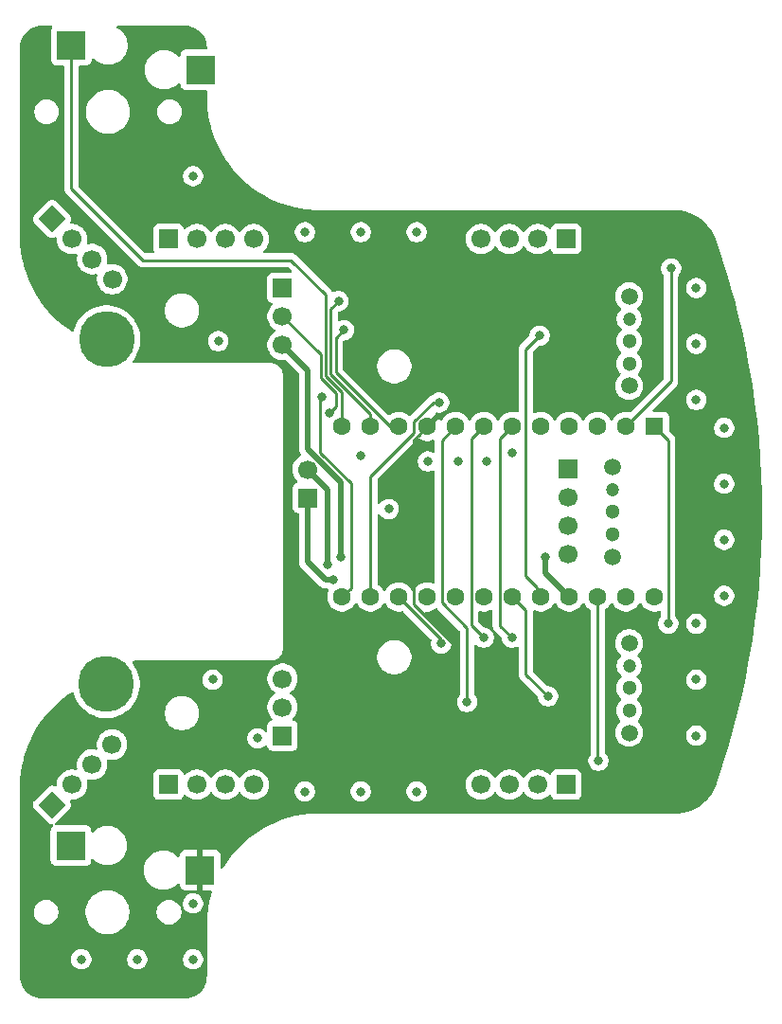
<source format=gbr>
G04 #@! TF.GenerationSoftware,KiCad,Pcbnew,9.0.2*
G04 #@! TF.CreationDate,2025-09-19T14:38:59-04:00*
G04 #@! TF.ProjectId,Trackball,54726163-6b62-4616-9c6c-2e6b69636164,rev?*
G04 #@! TF.SameCoordinates,Original*
G04 #@! TF.FileFunction,Copper,L2,Bot*
G04 #@! TF.FilePolarity,Positive*
%FSLAX46Y46*%
G04 Gerber Fmt 4.6, Leading zero omitted, Abs format (unit mm)*
G04 Created by KiCad (PCBNEW 9.0.2) date 2025-09-19 14:38:59*
%MOMM*%
%LPD*%
G01*
G04 APERTURE LIST*
G04 Aperture macros list*
%AMRotRect*
0 Rectangle, with rotation*
0 The origin of the aperture is its center*
0 $1 length*
0 $2 width*
0 $3 Rotation angle, in degrees counterclockwise*
0 Add horizontal line*
21,1,$1,$2,0,0,$3*%
G04 Aperture macros list end*
G04 #@! TA.AperFunction,SMDPad,CuDef*
%ADD10R,2.600000X2.600000*%
G04 #@! TD*
G04 #@! TA.AperFunction,ComponentPad*
%ADD11R,1.700000X1.700000*%
G04 #@! TD*
G04 #@! TA.AperFunction,ComponentPad*
%ADD12C,1.700000*%
G04 #@! TD*
G04 #@! TA.AperFunction,ComponentPad*
%ADD13R,1.600000X1.600000*%
G04 #@! TD*
G04 #@! TA.AperFunction,ComponentPad*
%ADD14C,1.600000*%
G04 #@! TD*
G04 #@! TA.AperFunction,ComponentPad*
%ADD15C,5.000000*%
G04 #@! TD*
G04 #@! TA.AperFunction,ComponentPad*
%ADD16RotRect,1.700000X1.700000X315.000000*%
G04 #@! TD*
G04 #@! TA.AperFunction,ComponentPad*
%ADD17C,1.300000*%
G04 #@! TD*
G04 #@! TA.AperFunction,ComponentPad*
%ADD18C,1.200000*%
G04 #@! TD*
G04 #@! TA.AperFunction,ComponentPad*
%ADD19C,1.500000*%
G04 #@! TD*
G04 #@! TA.AperFunction,ComponentPad*
%ADD20RotRect,1.700000X1.700000X225.000000*%
G04 #@! TD*
G04 #@! TA.AperFunction,ViaPad*
%ADD21C,0.800000*%
G04 #@! TD*
G04 #@! TA.AperFunction,Conductor*
%ADD22C,0.500000*%
G04 #@! TD*
G04 #@! TA.AperFunction,Conductor*
%ADD23C,0.250000*%
G04 #@! TD*
G04 APERTURE END LIST*
D10*
X111472000Y-131432000D03*
X123022000Y-133632000D03*
D11*
X120208000Y-77216000D03*
D12*
X122748000Y-77216000D03*
X125288000Y-77216000D03*
X127828000Y-77216000D03*
D11*
X120208000Y-125984000D03*
D12*
X122748000Y-125984000D03*
X125288000Y-125984000D03*
X127828000Y-125984000D03*
D11*
X155901000Y-97790000D03*
D12*
X155901000Y-100330000D03*
X155901000Y-102870000D03*
X155901000Y-105410000D03*
D11*
X130400000Y-121600000D03*
D12*
X130400000Y-119060000D03*
X130400000Y-116520000D03*
D13*
X163660000Y-93960000D03*
D14*
X161120000Y-93960000D03*
X158580000Y-93960000D03*
X156040000Y-93960000D03*
X153500000Y-93960000D03*
X150960000Y-93960000D03*
X148420000Y-93960000D03*
X145880000Y-93960000D03*
X143340000Y-93960000D03*
X140800000Y-93960000D03*
X138260000Y-93960000D03*
X135720000Y-93960000D03*
X135720000Y-109200000D03*
X138260000Y-109200000D03*
X140800000Y-109200000D03*
X143340000Y-109200000D03*
X145880000Y-109200000D03*
X148420000Y-109200000D03*
X150960000Y-109200000D03*
X153500000Y-109200000D03*
X156040000Y-109200000D03*
X158580000Y-109200000D03*
X161120000Y-109200000D03*
X163660000Y-109200000D03*
D15*
X114660000Y-86160000D03*
D11*
X130400000Y-81600000D03*
D12*
X130400000Y-84140000D03*
X130400000Y-86680000D03*
D15*
X114640000Y-117020000D03*
D10*
X111525000Y-59900000D03*
X123075000Y-62100000D03*
D11*
X155768000Y-125984000D03*
D12*
X153228000Y-125984000D03*
X150688000Y-125984000D03*
X148148000Y-125984000D03*
D11*
X155768000Y-77216000D03*
D12*
X153228000Y-77216000D03*
X150688000Y-77216000D03*
X148148000Y-77216000D03*
D16*
X109773949Y-127786051D03*
D12*
X111570000Y-125990000D03*
X113366051Y-124193949D03*
X115162103Y-122397897D03*
D17*
X159900000Y-103600000D03*
X159900000Y-101600000D03*
D18*
X159900000Y-99600000D03*
D19*
X159900000Y-105600000D03*
X159900000Y-97600000D03*
D20*
X109780000Y-75420000D03*
D12*
X111576051Y-77216051D03*
X113372102Y-79012102D03*
X115168154Y-80808154D03*
D17*
X161400000Y-88350000D03*
X161400000Y-86350000D03*
D18*
X161400000Y-84350000D03*
D19*
X161400000Y-90350000D03*
X161400000Y-82350000D03*
D11*
X132650000Y-100350000D03*
D12*
X132650000Y-97810000D03*
D17*
X161400000Y-119350000D03*
X161400000Y-117350000D03*
D18*
X161400000Y-115350000D03*
D19*
X161400000Y-121350000D03*
X161400000Y-113350000D03*
D21*
X142400000Y-126600000D03*
X137400000Y-126600000D03*
X150900000Y-96350000D03*
X122400000Y-136600000D03*
X142400000Y-76600000D03*
X167400000Y-81600000D03*
X139900000Y-101350000D03*
X167400000Y-86600000D03*
X117400000Y-141600000D03*
X122400000Y-141600000D03*
X143400000Y-97100000D03*
X169900000Y-94100000D03*
X167400000Y-116600000D03*
X137400000Y-76600000D03*
X137400000Y-96600000D03*
X146150000Y-97100000D03*
X167400000Y-91600000D03*
X169900000Y-99100000D03*
X167400000Y-121600000D03*
X132400000Y-126600000D03*
X167400000Y-111600000D03*
X132400000Y-76600000D03*
X124150000Y-116600000D03*
X169900000Y-104100000D03*
X148650000Y-97100000D03*
X128150000Y-121850000D03*
X169900000Y-109100000D03*
X124650000Y-86350000D03*
X112400000Y-141600000D03*
X122400000Y-71600000D03*
X135650000Y-105600000D03*
X153900000Y-105600000D03*
X150900000Y-112850000D03*
X165150000Y-79850000D03*
X164900000Y-111600000D03*
X122650000Y-131350000D03*
X144597264Y-119499802D03*
X146900000Y-118600000D03*
X135900000Y-85350000D03*
X135405504Y-82770496D03*
X134400000Y-106350000D03*
X134945000Y-107701000D03*
X148400000Y-112850000D03*
X158650000Y-123850000D03*
X134566801Y-92799717D03*
X133900000Y-91350000D03*
X144400000Y-91825000D03*
X144589493Y-113385509D03*
X154150000Y-118100000D03*
X153400000Y-85850000D03*
D22*
X153900000Y-107060000D02*
X156040000Y-109200000D01*
X135650000Y-98970108D02*
X135650000Y-105600000D01*
X130400000Y-86680000D02*
X132650000Y-88930000D01*
X153900000Y-105600000D02*
X153900000Y-107060000D01*
X132650000Y-88930000D02*
X132650000Y-95970108D01*
X132650000Y-95970108D02*
X135650000Y-98970108D01*
D23*
X150900000Y-112850000D02*
X149834000Y-111784000D01*
X150960000Y-112790000D02*
X150900000Y-112850000D01*
X149834000Y-95086000D02*
X150960000Y-93960000D01*
X149834000Y-111784000D02*
X149834000Y-95086000D01*
X165150000Y-89930000D02*
X161120000Y-93960000D01*
X165150000Y-79850000D02*
X165150000Y-89930000D01*
X164900000Y-95200000D02*
X164900000Y-111600000D01*
X163660000Y-93960000D02*
X164900000Y-95200000D01*
X142540001Y-94772597D02*
X142540001Y-94759999D01*
X146150000Y-113850000D02*
X142150000Y-109850000D01*
X142150000Y-95162598D02*
X142540001Y-94772597D01*
X146150000Y-117947066D02*
X146150000Y-113850000D01*
X142540001Y-94759999D02*
X143340000Y-93960000D01*
X123022000Y-131722000D02*
X122650000Y-131350000D01*
X144597264Y-119499802D02*
X146150000Y-117947066D01*
X123022000Y-133632000D02*
X123022000Y-131722000D01*
X142150000Y-109850000D02*
X142150000Y-95162598D01*
X144650000Y-95190000D02*
X145880000Y-93960000D01*
X146900000Y-118600000D02*
X146900000Y-111987810D01*
X144650000Y-109737810D02*
X144650000Y-95190000D01*
X146900000Y-111987810D02*
X144650000Y-109737810D01*
X140800000Y-93960000D02*
X140010000Y-93960000D01*
X140010000Y-93960000D02*
X135150000Y-89100000D01*
X135150000Y-86100000D02*
X135900000Y-85350000D01*
X135150000Y-89100000D02*
X135150000Y-86100000D01*
X138260000Y-92846396D02*
X134700000Y-89286396D01*
X134700000Y-83476000D02*
X135405504Y-82770496D01*
X134700000Y-89286396D02*
X134700000Y-83476000D01*
X138260000Y-93960000D02*
X138260000Y-92846396D01*
X111525000Y-59900000D02*
X111525000Y-72725000D01*
X131150000Y-79100000D02*
X134250000Y-82200000D01*
X111525000Y-72725000D02*
X117900000Y-79100000D01*
X111650000Y-60025000D02*
X111525000Y-59900000D01*
X117900000Y-79100000D02*
X131150000Y-79100000D01*
X134250000Y-82200000D02*
X134250000Y-89472792D01*
X134250000Y-89472792D02*
X135720000Y-90942792D01*
X135720000Y-90942792D02*
X135720000Y-93960000D01*
D22*
X132650000Y-97810000D02*
X134200000Y-99360000D01*
X134400000Y-99589949D02*
X134400000Y-106350000D01*
X134200000Y-99360000D02*
X134200000Y-99389949D01*
X134200000Y-99389949D02*
X134400000Y-99589949D01*
X132650000Y-106100000D02*
X134251000Y-107701000D01*
X132650000Y-100350000D02*
X132650000Y-106100000D01*
X134251000Y-107701000D02*
X134945000Y-107701000D01*
D23*
X147294000Y-111744000D02*
X147294000Y-95086000D01*
X147294000Y-95086000D02*
X148420000Y-93960000D01*
X148400000Y-112850000D02*
X147294000Y-111744000D01*
X158580000Y-109200000D02*
X158580000Y-123780000D01*
X158580000Y-123780000D02*
X158650000Y-123850000D01*
X130400000Y-84140000D02*
X133800000Y-87540000D01*
X135150000Y-91009188D02*
X135150000Y-92216518D01*
X135150000Y-92216518D02*
X134566801Y-92799717D01*
X133800000Y-89659188D02*
X135150000Y-91009188D01*
X133800000Y-87540000D02*
X133800000Y-89659188D01*
X136519999Y-99026935D02*
X133791801Y-96298737D01*
X133791801Y-96298737D02*
X133791801Y-91458199D01*
X133791801Y-91458199D02*
X133900000Y-91350000D01*
X135720000Y-109200000D02*
X136519999Y-108400001D01*
X136519999Y-108400001D02*
X136519999Y-99026935D01*
X142150000Y-93557595D02*
X143882595Y-91825000D01*
X143882595Y-91825000D02*
X144400000Y-91825000D01*
X138260000Y-98416202D02*
X142150000Y-94526202D01*
X138260000Y-109200000D02*
X138260000Y-98416202D01*
X142150000Y-94526202D02*
X142150000Y-93557595D01*
X140800000Y-109200000D02*
X144589493Y-112989493D01*
X144589493Y-112989493D02*
X144589493Y-113385509D01*
X152150000Y-110390000D02*
X150960000Y-109200000D01*
X152150000Y-116100000D02*
X154150000Y-118100000D01*
X152150000Y-116100000D02*
X152150000Y-110390000D01*
X153400000Y-85850000D02*
X152150000Y-87100000D01*
X152150000Y-87100000D02*
X152150000Y-107350000D01*
X153150000Y-108850000D02*
X153500000Y-109200000D01*
X152150000Y-107350000D02*
X153150000Y-108350000D01*
X153150000Y-108350000D02*
X153150000Y-108850000D01*
G04 #@! TA.AperFunction,Conductor*
G36*
X109761416Y-58145502D02*
G01*
X109807909Y-58199158D01*
X109818013Y-58269432D01*
X109794163Y-58327009D01*
X109774112Y-58353792D01*
X109774110Y-58353797D01*
X109723011Y-58490795D01*
X109723009Y-58490803D01*
X109716500Y-58551350D01*
X109716500Y-61248649D01*
X109723009Y-61309196D01*
X109723011Y-61309204D01*
X109774110Y-61446202D01*
X109774112Y-61446207D01*
X109861738Y-61563261D01*
X109978792Y-61650887D01*
X109978794Y-61650888D01*
X109978796Y-61650889D01*
X110037875Y-61672924D01*
X110115795Y-61701988D01*
X110115803Y-61701990D01*
X110176350Y-61708499D01*
X110176355Y-61708499D01*
X110176362Y-61708500D01*
X110765500Y-61708500D01*
X110833621Y-61728502D01*
X110880114Y-61782158D01*
X110891500Y-61834500D01*
X110891500Y-72662606D01*
X110891500Y-72787394D01*
X110915845Y-72909785D01*
X110963600Y-73025075D01*
X111032929Y-73128833D01*
X117407929Y-79503833D01*
X117496167Y-79592071D01*
X117599925Y-79661400D01*
X117715215Y-79709155D01*
X117837606Y-79733500D01*
X130835406Y-79733500D01*
X130903527Y-79753502D01*
X130924501Y-79770405D01*
X131180501Y-80026405D01*
X131214527Y-80088717D01*
X131209462Y-80159532D01*
X131166915Y-80216368D01*
X131100395Y-80241179D01*
X131091406Y-80241500D01*
X129501350Y-80241500D01*
X129440803Y-80248009D01*
X129440795Y-80248011D01*
X129303797Y-80299110D01*
X129303792Y-80299112D01*
X129186738Y-80386738D01*
X129099112Y-80503792D01*
X129099110Y-80503797D01*
X129048011Y-80640795D01*
X129048009Y-80640803D01*
X129041500Y-80701350D01*
X129041500Y-82498649D01*
X129048009Y-82559196D01*
X129048011Y-82559204D01*
X129099110Y-82696202D01*
X129099112Y-82696207D01*
X129186738Y-82813261D01*
X129303791Y-82900886D01*
X129303792Y-82900886D01*
X129303796Y-82900889D01*
X129421711Y-82944869D01*
X129478543Y-82987414D01*
X129503354Y-83053934D01*
X129488263Y-83123308D01*
X129466771Y-83152018D01*
X129363794Y-83254995D01*
X129238108Y-83427987D01*
X129141029Y-83618515D01*
X129141026Y-83618521D01*
X129074952Y-83821878D01*
X129074951Y-83821883D01*
X129074951Y-83821884D01*
X129041500Y-84033084D01*
X129041500Y-84246916D01*
X129074951Y-84458116D01*
X129074952Y-84458121D01*
X129141026Y-84661478D01*
X129141028Y-84661483D01*
X129238106Y-84852009D01*
X129238108Y-84852012D01*
X129269182Y-84894781D01*
X129363794Y-85025004D01*
X129363796Y-85025006D01*
X129363798Y-85025009D01*
X129514990Y-85176201D01*
X129514993Y-85176203D01*
X129514996Y-85176206D01*
X129687991Y-85301894D01*
X129687996Y-85301896D01*
X129689088Y-85302566D01*
X129689418Y-85302931D01*
X129691996Y-85304804D01*
X129691602Y-85305345D01*
X129736721Y-85355213D01*
X129748328Y-85425255D01*
X129720226Y-85490453D01*
X129691870Y-85515023D01*
X129691996Y-85515196D01*
X129689982Y-85516658D01*
X129689088Y-85517434D01*
X129687987Y-85518108D01*
X129514993Y-85643796D01*
X129514990Y-85643798D01*
X129363798Y-85794990D01*
X129363796Y-85794993D01*
X129238108Y-85967987D01*
X129141029Y-86158515D01*
X129141026Y-86158521D01*
X129074952Y-86361878D01*
X129074951Y-86361883D01*
X129074951Y-86361884D01*
X129041500Y-86573084D01*
X129041500Y-86786916D01*
X129074327Y-86994178D01*
X129074952Y-86998121D01*
X129135080Y-87183178D01*
X129141028Y-87201483D01*
X129238106Y-87392009D01*
X129238108Y-87392012D01*
X129254515Y-87414594D01*
X129363794Y-87565004D01*
X129363796Y-87565006D01*
X129363798Y-87565009D01*
X129514990Y-87716201D01*
X129514993Y-87716203D01*
X129514996Y-87716206D01*
X129687991Y-87841894D01*
X129878517Y-87938972D01*
X130081878Y-88005047D01*
X130081879Y-88005047D01*
X130081884Y-88005049D01*
X130293084Y-88038500D01*
X130293087Y-88038500D01*
X130506913Y-88038500D01*
X130506916Y-88038500D01*
X130597948Y-88024081D01*
X130668359Y-88033180D01*
X130706754Y-88059435D01*
X131854595Y-89207276D01*
X131888621Y-89269588D01*
X131891500Y-89296371D01*
X131891500Y-96044814D01*
X131899494Y-96085001D01*
X131920649Y-96191355D01*
X131920651Y-96191360D01*
X131977826Y-96329392D01*
X132047802Y-96434119D01*
X132069017Y-96501872D01*
X132050234Y-96570339D01*
X132000241Y-96616387D01*
X131937990Y-96648106D01*
X131764993Y-96773796D01*
X131764990Y-96773798D01*
X131613798Y-96924990D01*
X131613796Y-96924993D01*
X131488108Y-97097987D01*
X131391029Y-97288515D01*
X131391026Y-97288521D01*
X131324952Y-97491878D01*
X131324951Y-97491883D01*
X131324951Y-97491884D01*
X131291500Y-97703084D01*
X131291500Y-97916916D01*
X131317821Y-98083097D01*
X131324952Y-98128121D01*
X131358514Y-98231414D01*
X131391028Y-98331483D01*
X131488106Y-98522009D01*
X131613794Y-98695004D01*
X131613796Y-98695006D01*
X131613798Y-98695009D01*
X131716770Y-98797981D01*
X131750796Y-98860293D01*
X131745731Y-98931108D01*
X131703184Y-98987944D01*
X131671708Y-99005131D01*
X131553797Y-99049110D01*
X131553792Y-99049112D01*
X131436738Y-99136738D01*
X131349112Y-99253792D01*
X131349110Y-99253797D01*
X131298011Y-99390795D01*
X131298009Y-99390803D01*
X131291500Y-99451350D01*
X131291500Y-101248649D01*
X131298009Y-101309196D01*
X131298011Y-101309204D01*
X131349110Y-101446202D01*
X131349112Y-101446207D01*
X131436738Y-101563261D01*
X131553792Y-101650887D01*
X131553794Y-101650888D01*
X131553796Y-101650889D01*
X131612875Y-101672924D01*
X131690795Y-101701988D01*
X131690803Y-101701990D01*
X131751350Y-101708499D01*
X131751355Y-101708499D01*
X131751362Y-101708500D01*
X131765500Y-101708500D01*
X131833621Y-101728502D01*
X131880114Y-101782158D01*
X131891500Y-101834500D01*
X131891500Y-106025295D01*
X131891500Y-106174705D01*
X131920649Y-106321247D01*
X131977826Y-106459284D01*
X132060834Y-106583515D01*
X133767485Y-108290166D01*
X133891716Y-108373174D01*
X134029753Y-108430351D01*
X134103022Y-108444924D01*
X134103023Y-108444925D01*
X134117598Y-108447824D01*
X134176294Y-108459500D01*
X134176295Y-108459500D01*
X134325705Y-108459500D01*
X134406698Y-108459500D01*
X134425134Y-108464913D01*
X134444347Y-108465256D01*
X134473019Y-108478973D01*
X134474819Y-108479502D01*
X134476647Y-108480700D01*
X134488956Y-108488924D01*
X134534483Y-108543400D01*
X134543332Y-108613843D01*
X134531221Y-108650891D01*
X134507369Y-108697702D01*
X134507364Y-108697714D01*
X134443721Y-108893587D01*
X134443720Y-108893590D01*
X134443720Y-108893592D01*
X134411500Y-109097019D01*
X134411500Y-109302981D01*
X134443720Y-109506408D01*
X134443721Y-109506412D01*
X134499840Y-109679130D01*
X134507366Y-109702290D01*
X134600871Y-109885803D01*
X134721932Y-110052430D01*
X134721934Y-110052432D01*
X134721936Y-110052435D01*
X134867564Y-110198063D01*
X134867567Y-110198065D01*
X134867570Y-110198068D01*
X135034197Y-110319129D01*
X135217710Y-110412634D01*
X135413592Y-110476280D01*
X135617019Y-110508500D01*
X135617022Y-110508500D01*
X135822978Y-110508500D01*
X135822981Y-110508500D01*
X136026408Y-110476280D01*
X136222290Y-110412634D01*
X136405803Y-110319129D01*
X136572430Y-110198068D01*
X136718068Y-110052430D01*
X136839129Y-109885803D01*
X136877734Y-109810034D01*
X136926481Y-109758422D01*
X136995396Y-109741356D01*
X137062598Y-109764257D01*
X137102264Y-109810034D01*
X137140871Y-109885803D01*
X137261932Y-110052430D01*
X137261934Y-110052432D01*
X137261936Y-110052435D01*
X137407564Y-110198063D01*
X137407567Y-110198065D01*
X137407570Y-110198068D01*
X137574197Y-110319129D01*
X137757710Y-110412634D01*
X137953592Y-110476280D01*
X138157019Y-110508500D01*
X138157022Y-110508500D01*
X138362978Y-110508500D01*
X138362981Y-110508500D01*
X138566408Y-110476280D01*
X138762290Y-110412634D01*
X138945803Y-110319129D01*
X139112430Y-110198068D01*
X139258068Y-110052430D01*
X139379129Y-109885803D01*
X139417734Y-109810034D01*
X139466481Y-109758422D01*
X139535396Y-109741356D01*
X139602598Y-109764257D01*
X139642264Y-109810034D01*
X139680871Y-109885803D01*
X139801932Y-110052430D01*
X139801934Y-110052432D01*
X139801936Y-110052435D01*
X139947564Y-110198063D01*
X139947567Y-110198065D01*
X139947570Y-110198068D01*
X140114197Y-110319129D01*
X140297710Y-110412634D01*
X140493592Y-110476280D01*
X140697019Y-110508500D01*
X140697022Y-110508500D01*
X140902978Y-110508500D01*
X140902981Y-110508500D01*
X141106408Y-110476280D01*
X141106411Y-110476278D01*
X141106853Y-110476209D01*
X141177264Y-110485309D01*
X141215659Y-110511563D01*
X143688211Y-112984115D01*
X143722237Y-113046427D01*
X143717369Y-113114477D01*
X143717705Y-113114579D01*
X143717256Y-113116056D01*
X143717172Y-113117242D01*
X143715973Y-113120288D01*
X143715906Y-113120508D01*
X143680993Y-113296027D01*
X143680993Y-113474990D01*
X143697043Y-113555678D01*
X143714751Y-113644703D01*
X143715907Y-113650512D01*
X143717808Y-113655102D01*
X143784391Y-113815845D01*
X143883815Y-113964644D01*
X144010358Y-114091187D01*
X144159157Y-114190611D01*
X144324493Y-114259096D01*
X144500014Y-114294009D01*
X144500015Y-114294009D01*
X144678971Y-114294009D01*
X144678972Y-114294009D01*
X144854493Y-114259096D01*
X145019829Y-114190611D01*
X145168628Y-114091187D01*
X145295171Y-113964644D01*
X145394595Y-113815845D01*
X145463080Y-113650509D01*
X145497993Y-113474988D01*
X145497993Y-113296030D01*
X145463080Y-113120509D01*
X145394595Y-112955173D01*
X145295171Y-112806374D01*
X145168628Y-112679831D01*
X145145852Y-112664612D01*
X145121296Y-112643121D01*
X145115752Y-112636825D01*
X145081564Y-112585660D01*
X144993326Y-112497422D01*
X143219499Y-110723595D01*
X143185473Y-110661283D01*
X143190538Y-110590468D01*
X143233085Y-110533632D01*
X143299605Y-110508821D01*
X143308594Y-110508500D01*
X143442978Y-110508500D01*
X143442981Y-110508500D01*
X143646408Y-110476280D01*
X143842290Y-110412634D01*
X144025803Y-110319129D01*
X144118066Y-110252095D01*
X144184934Y-110228238D01*
X144254085Y-110244318D01*
X144281222Y-110264937D01*
X146229595Y-112213309D01*
X146263620Y-112275621D01*
X146266500Y-112302404D01*
X146266500Y-117896497D01*
X146246498Y-117964618D01*
X146229595Y-117985592D01*
X146194324Y-118020862D01*
X146194319Y-118020869D01*
X146133386Y-118112063D01*
X146094898Y-118169664D01*
X146080716Y-118203902D01*
X146026414Y-118334996D01*
X145991500Y-118510518D01*
X145991500Y-118510521D01*
X145991500Y-118689479D01*
X146026413Y-118865000D01*
X146094898Y-119030336D01*
X146194322Y-119179135D01*
X146320865Y-119305678D01*
X146469664Y-119405102D01*
X146635000Y-119473587D01*
X146810521Y-119508500D01*
X146810522Y-119508500D01*
X146989478Y-119508500D01*
X146989479Y-119508500D01*
X147165000Y-119473587D01*
X147330336Y-119405102D01*
X147479135Y-119305678D01*
X147605678Y-119179135D01*
X147705102Y-119030336D01*
X147773587Y-118865000D01*
X147808500Y-118689479D01*
X147808500Y-118510521D01*
X147773587Y-118335000D01*
X147705102Y-118169664D01*
X147605678Y-118020865D01*
X147570405Y-117985592D01*
X147536379Y-117923280D01*
X147533500Y-117896497D01*
X147533500Y-113572503D01*
X147553502Y-113504382D01*
X147607158Y-113457889D01*
X147677432Y-113447785D01*
X147742012Y-113477279D01*
X147748595Y-113483408D01*
X147820865Y-113555678D01*
X147969664Y-113655102D01*
X148135000Y-113723587D01*
X148310521Y-113758500D01*
X148310522Y-113758500D01*
X148489478Y-113758500D01*
X148489479Y-113758500D01*
X148665000Y-113723587D01*
X148830336Y-113655102D01*
X148979135Y-113555678D01*
X149105678Y-113429135D01*
X149205102Y-113280336D01*
X149273587Y-113115000D01*
X149308500Y-112939479D01*
X149308500Y-112760521D01*
X149273587Y-112585000D01*
X149205102Y-112419664D01*
X149105678Y-112270865D01*
X148979135Y-112144322D01*
X148830336Y-112044898D01*
X148713429Y-111996473D01*
X148665003Y-111976414D01*
X148665001Y-111976413D01*
X148665000Y-111976413D01*
X148576645Y-111958838D01*
X148489481Y-111941500D01*
X148489479Y-111941500D01*
X148439594Y-111941500D01*
X148371473Y-111921498D01*
X148350499Y-111904595D01*
X147964405Y-111518501D01*
X147930379Y-111456189D01*
X147927500Y-111429406D01*
X147927500Y-110589239D01*
X147947502Y-110521118D01*
X148001158Y-110474625D01*
X148071432Y-110464521D01*
X148092434Y-110469405D01*
X148113592Y-110476280D01*
X148317019Y-110508500D01*
X148317022Y-110508500D01*
X148522978Y-110508500D01*
X148522981Y-110508500D01*
X148726408Y-110476280D01*
X148922290Y-110412634D01*
X149017298Y-110364224D01*
X149087073Y-110351120D01*
X149152858Y-110377820D01*
X149193765Y-110435847D01*
X149200500Y-110476491D01*
X149200500Y-111846396D01*
X149210185Y-111895086D01*
X149224845Y-111968785D01*
X149272600Y-112084075D01*
X149341929Y-112187833D01*
X149373800Y-112219704D01*
X149954595Y-112800499D01*
X149988621Y-112862811D01*
X149991500Y-112889594D01*
X149991500Y-112939481D01*
X150008838Y-113026645D01*
X150026329Y-113114579D01*
X150026414Y-113115003D01*
X150028695Y-113120509D01*
X150094898Y-113280336D01*
X150194322Y-113429135D01*
X150320865Y-113555678D01*
X150469664Y-113655102D01*
X150635000Y-113723587D01*
X150810521Y-113758500D01*
X150810522Y-113758500D01*
X150989478Y-113758500D01*
X150989479Y-113758500D01*
X151165000Y-113723587D01*
X151330336Y-113655102D01*
X151330343Y-113655096D01*
X151331096Y-113654695D01*
X151331541Y-113654602D01*
X151336054Y-113652733D01*
X151336408Y-113653588D01*
X151400601Y-113640219D01*
X151466899Y-113665617D01*
X151508941Y-113722827D01*
X151516500Y-113765813D01*
X151516500Y-116162396D01*
X151524354Y-116201878D01*
X151540845Y-116284785D01*
X151588600Y-116400075D01*
X151657929Y-116503833D01*
X151657931Y-116503835D01*
X153204595Y-118050499D01*
X153238621Y-118112811D01*
X153241500Y-118139594D01*
X153241500Y-118189481D01*
X153253153Y-118248064D01*
X153273429Y-118350000D01*
X153276414Y-118365003D01*
X153289135Y-118395714D01*
X153344898Y-118530336D01*
X153444322Y-118679135D01*
X153570865Y-118805678D01*
X153719664Y-118905102D01*
X153885000Y-118973587D01*
X154060521Y-119008500D01*
X154060522Y-119008500D01*
X154239478Y-119008500D01*
X154239479Y-119008500D01*
X154415000Y-118973587D01*
X154580336Y-118905102D01*
X154729135Y-118805678D01*
X154855678Y-118679135D01*
X154955102Y-118530336D01*
X155023587Y-118365000D01*
X155058500Y-118189479D01*
X155058500Y-118010521D01*
X155023587Y-117835000D01*
X154955102Y-117669664D01*
X154855678Y-117520865D01*
X154729135Y-117394322D01*
X154580336Y-117294898D01*
X154428510Y-117232009D01*
X154415003Y-117226414D01*
X154415001Y-117226413D01*
X154415000Y-117226413D01*
X154326645Y-117208838D01*
X154239481Y-117191500D01*
X154239479Y-117191500D01*
X154189594Y-117191500D01*
X154121473Y-117171498D01*
X154100499Y-117154595D01*
X152820405Y-115874501D01*
X152786379Y-115812189D01*
X152783500Y-115785406D01*
X152783500Y-110509101D01*
X152803502Y-110440980D01*
X152857158Y-110394487D01*
X152927432Y-110384383D01*
X152966701Y-110396834D01*
X152997710Y-110412634D01*
X153193592Y-110476280D01*
X153397019Y-110508500D01*
X153397022Y-110508500D01*
X153602978Y-110508500D01*
X153602981Y-110508500D01*
X153806408Y-110476280D01*
X154002290Y-110412634D01*
X154185803Y-110319129D01*
X154352430Y-110198068D01*
X154498068Y-110052430D01*
X154619129Y-109885803D01*
X154657734Y-109810034D01*
X154706481Y-109758422D01*
X154775396Y-109741356D01*
X154842598Y-109764257D01*
X154882264Y-109810034D01*
X154920871Y-109885803D01*
X155041932Y-110052430D01*
X155041934Y-110052432D01*
X155041936Y-110052435D01*
X155187564Y-110198063D01*
X155187567Y-110198065D01*
X155187570Y-110198068D01*
X155354197Y-110319129D01*
X155537710Y-110412634D01*
X155733592Y-110476280D01*
X155937019Y-110508500D01*
X155937022Y-110508500D01*
X156142978Y-110508500D01*
X156142981Y-110508500D01*
X156346408Y-110476280D01*
X156542290Y-110412634D01*
X156725803Y-110319129D01*
X156892430Y-110198068D01*
X157038068Y-110052430D01*
X157159129Y-109885803D01*
X157197734Y-109810034D01*
X157246481Y-109758422D01*
X157315396Y-109741356D01*
X157382598Y-109764257D01*
X157422264Y-109810034D01*
X157460871Y-109885803D01*
X157581932Y-110052430D01*
X157581934Y-110052432D01*
X157581936Y-110052435D01*
X157727564Y-110198063D01*
X157727567Y-110198065D01*
X157727570Y-110198068D01*
X157894197Y-110319129D01*
X157894204Y-110319133D01*
X157894560Y-110319391D01*
X157937915Y-110375613D01*
X157946500Y-110421328D01*
X157946500Y-123229383D01*
X157926498Y-123297504D01*
X157925266Y-123299384D01*
X157844898Y-123419663D01*
X157776414Y-123584996D01*
X157741500Y-123760518D01*
X157741500Y-123760521D01*
X157741500Y-123939479D01*
X157776413Y-124115000D01*
X157844898Y-124280336D01*
X157944322Y-124429135D01*
X158070865Y-124555678D01*
X158219664Y-124655102D01*
X158385000Y-124723587D01*
X158560521Y-124758500D01*
X158560522Y-124758500D01*
X158739478Y-124758500D01*
X158739479Y-124758500D01*
X158915000Y-124723587D01*
X159080336Y-124655102D01*
X159229135Y-124555678D01*
X159355678Y-124429135D01*
X159455102Y-124280336D01*
X159523587Y-124115000D01*
X159558500Y-123939479D01*
X159558500Y-123760521D01*
X159523587Y-123585000D01*
X159455102Y-123419664D01*
X159355678Y-123270865D01*
X159250404Y-123165591D01*
X159216379Y-123103279D01*
X159213500Y-123076496D01*
X159213500Y-113250954D01*
X160141500Y-113250954D01*
X160141500Y-113449046D01*
X160172488Y-113644700D01*
X160233702Y-113833097D01*
X160300729Y-113964644D01*
X160323636Y-114009601D01*
X160440071Y-114169860D01*
X160580135Y-114309924D01*
X160580138Y-114309926D01*
X160580142Y-114309930D01*
X160617745Y-114337250D01*
X160630072Y-114346206D01*
X160673425Y-114402429D01*
X160679500Y-114473165D01*
X160646368Y-114535957D01*
X160645106Y-114537237D01*
X160554483Y-114627860D01*
X160451928Y-114769015D01*
X160372713Y-114924482D01*
X160372710Y-114924488D01*
X160318796Y-115090422D01*
X160318795Y-115090426D01*
X160291500Y-115262759D01*
X160291500Y-115437241D01*
X160318795Y-115609574D01*
X160318796Y-115609577D01*
X160356757Y-115726413D01*
X160372712Y-115775516D01*
X160451926Y-115930981D01*
X160554483Y-116072139D01*
X160554485Y-116072141D01*
X160554487Y-116072144D01*
X160677855Y-116195512D01*
X160677858Y-116195514D01*
X160677861Y-116195517D01*
X160707653Y-116217162D01*
X160751007Y-116273384D01*
X160757082Y-116344120D01*
X160723951Y-116406912D01*
X160707654Y-116421033D01*
X160645288Y-116466345D01*
X160645282Y-116466350D01*
X160516350Y-116595282D01*
X160516348Y-116595285D01*
X160409164Y-116742810D01*
X160326374Y-116905293D01*
X160270027Y-117078711D01*
X160270026Y-117078716D01*
X160270026Y-117078717D01*
X160241500Y-117258824D01*
X160241500Y-117441176D01*
X160270026Y-117621283D01*
X160270027Y-117621288D01*
X160326374Y-117794706D01*
X160326375Y-117794709D01*
X160326376Y-117794710D01*
X160409162Y-117957186D01*
X160516346Y-118104712D01*
X160516348Y-118104714D01*
X160516350Y-118104717D01*
X160645282Y-118233649D01*
X160645285Y-118233651D01*
X160645288Y-118233654D01*
X160664602Y-118247686D01*
X160665123Y-118248065D01*
X160708476Y-118304288D01*
X160714550Y-118375025D01*
X160681417Y-118437816D01*
X160665123Y-118451935D01*
X160645282Y-118466350D01*
X160516350Y-118595282D01*
X160516348Y-118595285D01*
X160409164Y-118742810D01*
X160326374Y-118905293D01*
X160270027Y-119078711D01*
X160270026Y-119078716D01*
X160270026Y-119078717D01*
X160241500Y-119258824D01*
X160241500Y-119441176D01*
X160270026Y-119621283D01*
X160270027Y-119621288D01*
X160326374Y-119794706D01*
X160326375Y-119794709D01*
X160326376Y-119794710D01*
X160409162Y-119957186D01*
X160516346Y-120104712D01*
X160516348Y-120104714D01*
X160516350Y-120104717D01*
X160604151Y-120192518D01*
X160638177Y-120254830D01*
X160633112Y-120325645D01*
X160590565Y-120382481D01*
X160589119Y-120383547D01*
X160580144Y-120390067D01*
X160580136Y-120390074D01*
X160440071Y-120530139D01*
X160323636Y-120690398D01*
X160233703Y-120866901D01*
X160233702Y-120866903D01*
X160183677Y-121020865D01*
X160172488Y-121055300D01*
X160141500Y-121250954D01*
X160141500Y-121449046D01*
X160172488Y-121644700D01*
X160233702Y-121833097D01*
X160323634Y-122009598D01*
X160323636Y-122009601D01*
X160440071Y-122169860D01*
X160580139Y-122309928D01*
X160580142Y-122309930D01*
X160740402Y-122426366D01*
X160916903Y-122516298D01*
X161105300Y-122577512D01*
X161300954Y-122608500D01*
X161300957Y-122608500D01*
X161499043Y-122608500D01*
X161499046Y-122608500D01*
X161694700Y-122577512D01*
X161883097Y-122516298D01*
X162059598Y-122426366D01*
X162219858Y-122309930D01*
X162359930Y-122169858D01*
X162476366Y-122009598D01*
X162566298Y-121833097D01*
X162627512Y-121644700D01*
X162648764Y-121510518D01*
X166491500Y-121510518D01*
X166491500Y-121510521D01*
X166491500Y-121689479D01*
X166520067Y-121833098D01*
X166526414Y-121865003D01*
X166546473Y-121913429D01*
X166594898Y-122030336D01*
X166694322Y-122179135D01*
X166820865Y-122305678D01*
X166969664Y-122405102D01*
X167135000Y-122473587D01*
X167310521Y-122508500D01*
X167310522Y-122508500D01*
X167489478Y-122508500D01*
X167489479Y-122508500D01*
X167665000Y-122473587D01*
X167830336Y-122405102D01*
X167979135Y-122305678D01*
X168105678Y-122179135D01*
X168205102Y-122030336D01*
X168273587Y-121865000D01*
X168308500Y-121689479D01*
X168308500Y-121510521D01*
X168273587Y-121335000D01*
X168205102Y-121169664D01*
X168105678Y-121020865D01*
X167979135Y-120894322D01*
X167830336Y-120794898D01*
X167713429Y-120746473D01*
X167665003Y-120726414D01*
X167665001Y-120726413D01*
X167665000Y-120726413D01*
X167576645Y-120708838D01*
X167489481Y-120691500D01*
X167489479Y-120691500D01*
X167310521Y-120691500D01*
X167310518Y-120691500D01*
X167179771Y-120717507D01*
X167135000Y-120726413D01*
X167134999Y-120726413D01*
X167134996Y-120726414D01*
X166969662Y-120794899D01*
X166820869Y-120894319D01*
X166820862Y-120894324D01*
X166694324Y-121020862D01*
X166694319Y-121020869D01*
X166594899Y-121169662D01*
X166526414Y-121334996D01*
X166526413Y-121334999D01*
X166526413Y-121335000D01*
X166521103Y-121361695D01*
X166491500Y-121510518D01*
X162648764Y-121510518D01*
X162658500Y-121449046D01*
X162658500Y-121250954D01*
X162627512Y-121055300D01*
X162566298Y-120866903D01*
X162476366Y-120690402D01*
X162406179Y-120593798D01*
X162359928Y-120530139D01*
X162219863Y-120390074D01*
X162219859Y-120390071D01*
X162219858Y-120390070D01*
X162210881Y-120383548D01*
X162167529Y-120327328D01*
X162161452Y-120256592D01*
X162194583Y-120193800D01*
X162195777Y-120192588D01*
X162283654Y-120104712D01*
X162390838Y-119957186D01*
X162473624Y-119794710D01*
X162529974Y-119621283D01*
X162558500Y-119441176D01*
X162558500Y-119258824D01*
X162529974Y-119078717D01*
X162473624Y-118905290D01*
X162390838Y-118742814D01*
X162283654Y-118595288D01*
X162283651Y-118595285D01*
X162283649Y-118595282D01*
X162154717Y-118466350D01*
X162154714Y-118466348D01*
X162154712Y-118466346D01*
X162134877Y-118451935D01*
X162091524Y-118395714D01*
X162085449Y-118324978D01*
X162118580Y-118262186D01*
X162134878Y-118248064D01*
X162154712Y-118233654D01*
X162283654Y-118104712D01*
X162390838Y-117957186D01*
X162473624Y-117794710D01*
X162529974Y-117621283D01*
X162558500Y-117441176D01*
X162558500Y-117258824D01*
X162529974Y-117078717D01*
X162473624Y-116905290D01*
X162390838Y-116742814D01*
X162283654Y-116595288D01*
X162283651Y-116595285D01*
X162283649Y-116595282D01*
X162198885Y-116510518D01*
X166491500Y-116510518D01*
X166491500Y-116510521D01*
X166491500Y-116689479D01*
X166526413Y-116865000D01*
X166594898Y-117030336D01*
X166694322Y-117179135D01*
X166820865Y-117305678D01*
X166969664Y-117405102D01*
X167135000Y-117473587D01*
X167310521Y-117508500D01*
X167310522Y-117508500D01*
X167489478Y-117508500D01*
X167489479Y-117508500D01*
X167665000Y-117473587D01*
X167830336Y-117405102D01*
X167979135Y-117305678D01*
X168105678Y-117179135D01*
X168205102Y-117030336D01*
X168273587Y-116865000D01*
X168308500Y-116689479D01*
X168308500Y-116510521D01*
X168273587Y-116335000D01*
X168205102Y-116169664D01*
X168105678Y-116020865D01*
X167979135Y-115894322D01*
X167830336Y-115794898D01*
X167713429Y-115746473D01*
X167665003Y-115726414D01*
X167665001Y-115726413D01*
X167665000Y-115726413D01*
X167576645Y-115708838D01*
X167489481Y-115691500D01*
X167489479Y-115691500D01*
X167310521Y-115691500D01*
X167310518Y-115691500D01*
X167179771Y-115717507D01*
X167135000Y-115726413D01*
X167134999Y-115726413D01*
X167134996Y-115726414D01*
X166969662Y-115794899D01*
X166820869Y-115894319D01*
X166820862Y-115894324D01*
X166694324Y-116020862D01*
X166694319Y-116020869D01*
X166599756Y-116162394D01*
X166594898Y-116169664D01*
X166584189Y-116195517D01*
X166526414Y-116334996D01*
X166526413Y-116334999D01*
X166526413Y-116335000D01*
X166523360Y-116350347D01*
X166491500Y-116510518D01*
X162198885Y-116510518D01*
X162154718Y-116466351D01*
X162154714Y-116466348D01*
X162154712Y-116466346D01*
X162092344Y-116421033D01*
X162048992Y-116364811D01*
X162042917Y-116294075D01*
X162076049Y-116231283D01*
X162092339Y-116217167D01*
X162122139Y-116195517D01*
X162245517Y-116072139D01*
X162348074Y-115930981D01*
X162427288Y-115775516D01*
X162481205Y-115609574D01*
X162508500Y-115437241D01*
X162508500Y-115262759D01*
X162481205Y-115090426D01*
X162427288Y-114924484D01*
X162348074Y-114769019D01*
X162245517Y-114627861D01*
X162245514Y-114627858D01*
X162245512Y-114627855D01*
X162154894Y-114537237D01*
X162120868Y-114474925D01*
X162125933Y-114404110D01*
X162168480Y-114347274D01*
X162169928Y-114346206D01*
X162219858Y-114309930D01*
X162359930Y-114169858D01*
X162476366Y-114009598D01*
X162566298Y-113833097D01*
X162627512Y-113644700D01*
X162658500Y-113449046D01*
X162658500Y-113250954D01*
X162627512Y-113055300D01*
X162566298Y-112866903D01*
X162476366Y-112690402D01*
X162359930Y-112530142D01*
X162359928Y-112530139D01*
X162219860Y-112390071D01*
X162059601Y-112273636D01*
X162059600Y-112273635D01*
X162059598Y-112273634D01*
X161883097Y-112183702D01*
X161694700Y-112122488D01*
X161499046Y-112091500D01*
X161300954Y-112091500D01*
X161105300Y-112122488D01*
X161105297Y-112122488D01*
X161105296Y-112122489D01*
X160916903Y-112183702D01*
X160916901Y-112183703D01*
X160740398Y-112273636D01*
X160580139Y-112390071D01*
X160440071Y-112530139D01*
X160323636Y-112690398D01*
X160233703Y-112866901D01*
X160233702Y-112866903D01*
X160210121Y-112939479D01*
X160172488Y-113055300D01*
X160141500Y-113250954D01*
X159213500Y-113250954D01*
X159213500Y-110421328D01*
X159233502Y-110353207D01*
X159265440Y-110319391D01*
X159265795Y-110319133D01*
X159265803Y-110319129D01*
X159432430Y-110198068D01*
X159578068Y-110052430D01*
X159699129Y-109885803D01*
X159737734Y-109810034D01*
X159786481Y-109758422D01*
X159855396Y-109741356D01*
X159922598Y-109764257D01*
X159962264Y-109810034D01*
X160000871Y-109885803D01*
X160121932Y-110052430D01*
X160121934Y-110052432D01*
X160121936Y-110052435D01*
X160267564Y-110198063D01*
X160267567Y-110198065D01*
X160267570Y-110198068D01*
X160434197Y-110319129D01*
X160617710Y-110412634D01*
X160813592Y-110476280D01*
X161017019Y-110508500D01*
X161017022Y-110508500D01*
X161222978Y-110508500D01*
X161222981Y-110508500D01*
X161426408Y-110476280D01*
X161622290Y-110412634D01*
X161805803Y-110319129D01*
X161972430Y-110198068D01*
X162118068Y-110052430D01*
X162239129Y-109885803D01*
X162277734Y-109810034D01*
X162326481Y-109758422D01*
X162395396Y-109741356D01*
X162462598Y-109764257D01*
X162502264Y-109810034D01*
X162540871Y-109885803D01*
X162661932Y-110052430D01*
X162661934Y-110052432D01*
X162661936Y-110052435D01*
X162807564Y-110198063D01*
X162807567Y-110198065D01*
X162807570Y-110198068D01*
X162974197Y-110319129D01*
X163157710Y-110412634D01*
X163353592Y-110476280D01*
X163557019Y-110508500D01*
X163557022Y-110508500D01*
X163762978Y-110508500D01*
X163762981Y-110508500D01*
X163966408Y-110476280D01*
X164101564Y-110432364D01*
X164172531Y-110430337D01*
X164233329Y-110467000D01*
X164264655Y-110530712D01*
X164266500Y-110552198D01*
X164266500Y-110896497D01*
X164246498Y-110964618D01*
X164229595Y-110985592D01*
X164194324Y-111020862D01*
X164194319Y-111020869D01*
X164094899Y-111169662D01*
X164026414Y-111334996D01*
X163991500Y-111510518D01*
X163991500Y-111510521D01*
X163991500Y-111689479D01*
X164026413Y-111865000D01*
X164094898Y-112030336D01*
X164194322Y-112179135D01*
X164320865Y-112305678D01*
X164469664Y-112405102D01*
X164635000Y-112473587D01*
X164810521Y-112508500D01*
X164810522Y-112508500D01*
X164989478Y-112508500D01*
X164989479Y-112508500D01*
X165165000Y-112473587D01*
X165330336Y-112405102D01*
X165479135Y-112305678D01*
X165605678Y-112179135D01*
X165705102Y-112030336D01*
X165773587Y-111865000D01*
X165808500Y-111689479D01*
X165808500Y-111510521D01*
X165808499Y-111510518D01*
X166491500Y-111510518D01*
X166491500Y-111510521D01*
X166491500Y-111689479D01*
X166526413Y-111865000D01*
X166594898Y-112030336D01*
X166694322Y-112179135D01*
X166820865Y-112305678D01*
X166969664Y-112405102D01*
X167135000Y-112473587D01*
X167310521Y-112508500D01*
X167310522Y-112508500D01*
X167489478Y-112508500D01*
X167489479Y-112508500D01*
X167665000Y-112473587D01*
X167830336Y-112405102D01*
X167979135Y-112305678D01*
X168105678Y-112179135D01*
X168205102Y-112030336D01*
X168273587Y-111865000D01*
X168308500Y-111689479D01*
X168308500Y-111510521D01*
X168273587Y-111335000D01*
X168205102Y-111169664D01*
X168105678Y-111020865D01*
X167979135Y-110894322D01*
X167830336Y-110794898D01*
X167713429Y-110746473D01*
X167665003Y-110726414D01*
X167665001Y-110726413D01*
X167665000Y-110726413D01*
X167555308Y-110704594D01*
X167489481Y-110691500D01*
X167489479Y-110691500D01*
X167310521Y-110691500D01*
X167310518Y-110691500D01*
X167179771Y-110717507D01*
X167135000Y-110726413D01*
X167134999Y-110726413D01*
X167134996Y-110726414D01*
X166969662Y-110794899D01*
X166820869Y-110894319D01*
X166820862Y-110894324D01*
X166694324Y-111020862D01*
X166694319Y-111020869D01*
X166594899Y-111169662D01*
X166526414Y-111334996D01*
X166491500Y-111510518D01*
X165808499Y-111510518D01*
X165773587Y-111335000D01*
X165705102Y-111169664D01*
X165605678Y-111020865D01*
X165570405Y-110985592D01*
X165536379Y-110923280D01*
X165533500Y-110896497D01*
X165533500Y-109010518D01*
X168991500Y-109010518D01*
X168991500Y-109010521D01*
X168991500Y-109189479D01*
X169026413Y-109365000D01*
X169094898Y-109530336D01*
X169194322Y-109679135D01*
X169320865Y-109805678D01*
X169469664Y-109905102D01*
X169635000Y-109973587D01*
X169810521Y-110008500D01*
X169810522Y-110008500D01*
X169989478Y-110008500D01*
X169989479Y-110008500D01*
X170165000Y-109973587D01*
X170330336Y-109905102D01*
X170479135Y-109805678D01*
X170605678Y-109679135D01*
X170705102Y-109530336D01*
X170773587Y-109365000D01*
X170808500Y-109189479D01*
X170808500Y-109010521D01*
X170773587Y-108835000D01*
X170705102Y-108669664D01*
X170605678Y-108520865D01*
X170479135Y-108394322D01*
X170330336Y-108294898D01*
X170183778Y-108234191D01*
X170165003Y-108226414D01*
X170165001Y-108226413D01*
X170165000Y-108226413D01*
X170076645Y-108208838D01*
X169989481Y-108191500D01*
X169989479Y-108191500D01*
X169810521Y-108191500D01*
X169810518Y-108191500D01*
X169679771Y-108217507D01*
X169635000Y-108226413D01*
X169634999Y-108226413D01*
X169634996Y-108226414D01*
X169469662Y-108294899D01*
X169320869Y-108394319D01*
X169320862Y-108394324D01*
X169194324Y-108520862D01*
X169194319Y-108520869D01*
X169094899Y-108669662D01*
X169026414Y-108834996D01*
X169026413Y-108834999D01*
X169026413Y-108835000D01*
X169018603Y-108874264D01*
X168991500Y-109010518D01*
X165533500Y-109010518D01*
X165533500Y-104010518D01*
X168991500Y-104010518D01*
X168991500Y-104189481D01*
X169026414Y-104365003D01*
X169030056Y-104373796D01*
X169094898Y-104530336D01*
X169194322Y-104679135D01*
X169320865Y-104805678D01*
X169469664Y-104905102D01*
X169635000Y-104973587D01*
X169810521Y-105008500D01*
X169810522Y-105008500D01*
X169989478Y-105008500D01*
X169989479Y-105008500D01*
X170165000Y-104973587D01*
X170330336Y-104905102D01*
X170479135Y-104805678D01*
X170605678Y-104679135D01*
X170705102Y-104530336D01*
X170773587Y-104365000D01*
X170808500Y-104189479D01*
X170808500Y-104010521D01*
X170773587Y-103835000D01*
X170705102Y-103669664D01*
X170605678Y-103520865D01*
X170479135Y-103394322D01*
X170330336Y-103294898D01*
X170213429Y-103246473D01*
X170165003Y-103226414D01*
X170165001Y-103226413D01*
X170165000Y-103226413D01*
X170076645Y-103208838D01*
X169989481Y-103191500D01*
X169989479Y-103191500D01*
X169810521Y-103191500D01*
X169810518Y-103191500D01*
X169679771Y-103217507D01*
X169635000Y-103226413D01*
X169634999Y-103226413D01*
X169634996Y-103226414D01*
X169469662Y-103294899D01*
X169320869Y-103394319D01*
X169320862Y-103394324D01*
X169194324Y-103520862D01*
X169194319Y-103520869D01*
X169094899Y-103669662D01*
X169026414Y-103834996D01*
X168991500Y-104010518D01*
X165533500Y-104010518D01*
X165533500Y-99010518D01*
X168991500Y-99010518D01*
X168991500Y-99189481D01*
X169008838Y-99276645D01*
X169026413Y-99365000D01*
X169094898Y-99530336D01*
X169194322Y-99679135D01*
X169320865Y-99805678D01*
X169469664Y-99905102D01*
X169635000Y-99973587D01*
X169810521Y-100008500D01*
X169810522Y-100008500D01*
X169989478Y-100008500D01*
X169989479Y-100008500D01*
X170165000Y-99973587D01*
X170330336Y-99905102D01*
X170479135Y-99805678D01*
X170605678Y-99679135D01*
X170705102Y-99530336D01*
X170773587Y-99365000D01*
X170808500Y-99189479D01*
X170808500Y-99010521D01*
X170773587Y-98835000D01*
X170705102Y-98669664D01*
X170605678Y-98520865D01*
X170479135Y-98394322D01*
X170330336Y-98294898D01*
X170177081Y-98231417D01*
X170165003Y-98226414D01*
X170165001Y-98226413D01*
X170165000Y-98226413D01*
X170076645Y-98208838D01*
X169989481Y-98191500D01*
X169989479Y-98191500D01*
X169810521Y-98191500D01*
X169810518Y-98191500D01*
X169679771Y-98217507D01*
X169635000Y-98226413D01*
X169634999Y-98226413D01*
X169634996Y-98226414D01*
X169469662Y-98294899D01*
X169320869Y-98394319D01*
X169320862Y-98394324D01*
X169194324Y-98520862D01*
X169194319Y-98520869D01*
X169094899Y-98669662D01*
X169026414Y-98834996D01*
X168991500Y-99010518D01*
X165533500Y-99010518D01*
X165533500Y-95137607D01*
X165533499Y-95137603D01*
X165509155Y-95015215D01*
X165461400Y-94899925D01*
X165392071Y-94796167D01*
X165303833Y-94707929D01*
X165005405Y-94409501D01*
X164971379Y-94347189D01*
X164968500Y-94320406D01*
X164968500Y-94010518D01*
X168991500Y-94010518D01*
X168991500Y-94010521D01*
X168991500Y-94189479D01*
X169026413Y-94365000D01*
X169094898Y-94530336D01*
X169194322Y-94679135D01*
X169320865Y-94805678D01*
X169469664Y-94905102D01*
X169635000Y-94973587D01*
X169810521Y-95008500D01*
X169810522Y-95008500D01*
X169989478Y-95008500D01*
X169989479Y-95008500D01*
X170165000Y-94973587D01*
X170330336Y-94905102D01*
X170479135Y-94805678D01*
X170605678Y-94679135D01*
X170705102Y-94530336D01*
X170773587Y-94365000D01*
X170808500Y-94189479D01*
X170808500Y-94010521D01*
X170773587Y-93835000D01*
X170705102Y-93669664D01*
X170605678Y-93520865D01*
X170479135Y-93394322D01*
X170330336Y-93294898D01*
X170213429Y-93246473D01*
X170165003Y-93226414D01*
X170165001Y-93226413D01*
X170165000Y-93226413D01*
X170076645Y-93208838D01*
X169989481Y-93191500D01*
X169989479Y-93191500D01*
X169810521Y-93191500D01*
X169810518Y-93191500D01*
X169679771Y-93217507D01*
X169635000Y-93226413D01*
X169634999Y-93226413D01*
X169634996Y-93226414D01*
X169469662Y-93294899D01*
X169320869Y-93394319D01*
X169320862Y-93394324D01*
X169194324Y-93520862D01*
X169194319Y-93520869D01*
X169094899Y-93669662D01*
X169026414Y-93834996D01*
X168991500Y-94010518D01*
X164968500Y-94010518D01*
X164968500Y-93111367D01*
X164968499Y-93111350D01*
X164961990Y-93050803D01*
X164961988Y-93050795D01*
X164928843Y-92961932D01*
X164910889Y-92913796D01*
X164910888Y-92913794D01*
X164910887Y-92913792D01*
X164823261Y-92796738D01*
X164706207Y-92709112D01*
X164706202Y-92709110D01*
X164569204Y-92658011D01*
X164569196Y-92658009D01*
X164508649Y-92651500D01*
X164508638Y-92651500D01*
X163628594Y-92651500D01*
X163560473Y-92631498D01*
X163513980Y-92577842D01*
X163503876Y-92507568D01*
X163533370Y-92442988D01*
X163539499Y-92436405D01*
X164465387Y-91510518D01*
X166491500Y-91510518D01*
X166491500Y-91689481D01*
X166500658Y-91735521D01*
X166526413Y-91865000D01*
X166594898Y-92030336D01*
X166694322Y-92179135D01*
X166820865Y-92305678D01*
X166969664Y-92405102D01*
X167135000Y-92473587D01*
X167310521Y-92508500D01*
X167310522Y-92508500D01*
X167489478Y-92508500D01*
X167489479Y-92508500D01*
X167665000Y-92473587D01*
X167830336Y-92405102D01*
X167979135Y-92305678D01*
X168105678Y-92179135D01*
X168205102Y-92030336D01*
X168273587Y-91865000D01*
X168308500Y-91689479D01*
X168308500Y-91510521D01*
X168273587Y-91335000D01*
X168205102Y-91169664D01*
X168105678Y-91020865D01*
X167979135Y-90894322D01*
X167830336Y-90794898D01*
X167713429Y-90746473D01*
X167665003Y-90726414D01*
X167665001Y-90726413D01*
X167665000Y-90726413D01*
X167576645Y-90708838D01*
X167489481Y-90691500D01*
X167489479Y-90691500D01*
X167310521Y-90691500D01*
X167310518Y-90691500D01*
X167179771Y-90717507D01*
X167135000Y-90726413D01*
X167134999Y-90726413D01*
X167134996Y-90726414D01*
X166969662Y-90794899D01*
X166820869Y-90894319D01*
X166820862Y-90894324D01*
X166694324Y-91020862D01*
X166694319Y-91020869D01*
X166594899Y-91169662D01*
X166526414Y-91334996D01*
X166491500Y-91510518D01*
X164465387Y-91510518D01*
X164560669Y-91415236D01*
X165642067Y-90333838D01*
X165642067Y-90333837D01*
X165642072Y-90333833D01*
X165711401Y-90230075D01*
X165759155Y-90114784D01*
X165770882Y-90055831D01*
X165783500Y-89992394D01*
X165783500Y-86510518D01*
X166491500Y-86510518D01*
X166491500Y-86689481D01*
X166492830Y-86696167D01*
X166526413Y-86865000D01*
X166594898Y-87030336D01*
X166694322Y-87179135D01*
X166820865Y-87305678D01*
X166969664Y-87405102D01*
X167135000Y-87473587D01*
X167310521Y-87508500D01*
X167310522Y-87508500D01*
X167489478Y-87508500D01*
X167489479Y-87508500D01*
X167665000Y-87473587D01*
X167830336Y-87405102D01*
X167979135Y-87305678D01*
X168105678Y-87179135D01*
X168205102Y-87030336D01*
X168273587Y-86865000D01*
X168308500Y-86689479D01*
X168308500Y-86510521D01*
X168273587Y-86335000D01*
X168205102Y-86169664D01*
X168105678Y-86020865D01*
X167979135Y-85894322D01*
X167830336Y-85794898D01*
X167704586Y-85742810D01*
X167665003Y-85726414D01*
X167665001Y-85726413D01*
X167665000Y-85726413D01*
X167576645Y-85708838D01*
X167489481Y-85691500D01*
X167489479Y-85691500D01*
X167310521Y-85691500D01*
X167310518Y-85691500D01*
X167179771Y-85717507D01*
X167135000Y-85726413D01*
X167134999Y-85726413D01*
X167134996Y-85726414D01*
X166969662Y-85794899D01*
X166820869Y-85894319D01*
X166820862Y-85894324D01*
X166694324Y-86020862D01*
X166694319Y-86020869D01*
X166594899Y-86169662D01*
X166526414Y-86334996D01*
X166526413Y-86334999D01*
X166526413Y-86335000D01*
X166520962Y-86362404D01*
X166491500Y-86510518D01*
X165783500Y-86510518D01*
X165783500Y-81510518D01*
X166491500Y-81510518D01*
X166491500Y-81689481D01*
X166492757Y-81695800D01*
X166525815Y-81861996D01*
X166526414Y-81865003D01*
X166542881Y-81904757D01*
X166594898Y-82030336D01*
X166694322Y-82179135D01*
X166820865Y-82305678D01*
X166969664Y-82405102D01*
X167135000Y-82473587D01*
X167310521Y-82508500D01*
X167310522Y-82508500D01*
X167489478Y-82508500D01*
X167489479Y-82508500D01*
X167665000Y-82473587D01*
X167830336Y-82405102D01*
X167979135Y-82305678D01*
X168105678Y-82179135D01*
X168205102Y-82030336D01*
X168273587Y-81865000D01*
X168308500Y-81689479D01*
X168308500Y-81510521D01*
X168273587Y-81335000D01*
X168205102Y-81169664D01*
X168105678Y-81020865D01*
X167979135Y-80894322D01*
X167830336Y-80794898D01*
X167713429Y-80746473D01*
X167665003Y-80726414D01*
X167665001Y-80726413D01*
X167665000Y-80726413D01*
X167576645Y-80708838D01*
X167489481Y-80691500D01*
X167489479Y-80691500D01*
X167310521Y-80691500D01*
X167310518Y-80691500D01*
X167179771Y-80717507D01*
X167135000Y-80726413D01*
X167134999Y-80726413D01*
X167134996Y-80726414D01*
X167003902Y-80780716D01*
X166971881Y-80793980D01*
X166969662Y-80794899D01*
X166820869Y-80894319D01*
X166820862Y-80894324D01*
X166694324Y-81020862D01*
X166694319Y-81020869D01*
X166594899Y-81169662D01*
X166526414Y-81334996D01*
X166491500Y-81510518D01*
X165783500Y-81510518D01*
X165783500Y-80553503D01*
X165803502Y-80485382D01*
X165820405Y-80464408D01*
X165837123Y-80447690D01*
X165855678Y-80429135D01*
X165955102Y-80280336D01*
X166023587Y-80115000D01*
X166058500Y-79939479D01*
X166058500Y-79760521D01*
X166023587Y-79585000D01*
X165955102Y-79419664D01*
X165855678Y-79270865D01*
X165729135Y-79144322D01*
X165580336Y-79044898D01*
X165463429Y-78996473D01*
X165415003Y-78976414D01*
X165415001Y-78976413D01*
X165415000Y-78976413D01*
X165326645Y-78958838D01*
X165239481Y-78941500D01*
X165239479Y-78941500D01*
X165060521Y-78941500D01*
X165060518Y-78941500D01*
X164929771Y-78967507D01*
X164885000Y-78976413D01*
X164884999Y-78976413D01*
X164884996Y-78976414D01*
X164719662Y-79044899D01*
X164570869Y-79144319D01*
X164570862Y-79144324D01*
X164444324Y-79270862D01*
X164444319Y-79270869D01*
X164344899Y-79419662D01*
X164276414Y-79584996D01*
X164241500Y-79760518D01*
X164241500Y-79760521D01*
X164241500Y-79939479D01*
X164276413Y-80115000D01*
X164344898Y-80280336D01*
X164444322Y-80429135D01*
X164444324Y-80429137D01*
X164479595Y-80464408D01*
X164513621Y-80526720D01*
X164516500Y-80553503D01*
X164516500Y-89615405D01*
X164496498Y-89683526D01*
X164479595Y-89704500D01*
X161535658Y-92648436D01*
X161473346Y-92682462D01*
X161426853Y-92683790D01*
X161303850Y-92664308D01*
X161222981Y-92651500D01*
X161017019Y-92651500D01*
X160813592Y-92683720D01*
X160813590Y-92683720D01*
X160813587Y-92683721D01*
X160617714Y-92747364D01*
X160617708Y-92747367D01*
X160434193Y-92840873D01*
X160267567Y-92961934D01*
X160267564Y-92961936D01*
X160121936Y-93107564D01*
X160121934Y-93107567D01*
X160000873Y-93274193D01*
X159962267Y-93349962D01*
X159913518Y-93401577D01*
X159844603Y-93418643D01*
X159777402Y-93395742D01*
X159737733Y-93349962D01*
X159699129Y-93274197D01*
X159578068Y-93107570D01*
X159578065Y-93107567D01*
X159578063Y-93107564D01*
X159432435Y-92961936D01*
X159432432Y-92961934D01*
X159432430Y-92961932D01*
X159265803Y-92840871D01*
X159082290Y-92747366D01*
X159082287Y-92747365D01*
X159082285Y-92747364D01*
X158886412Y-92683721D01*
X158886410Y-92683720D01*
X158886408Y-92683720D01*
X158682981Y-92651500D01*
X158477019Y-92651500D01*
X158273592Y-92683720D01*
X158273590Y-92683720D01*
X158273587Y-92683721D01*
X158077714Y-92747364D01*
X158077708Y-92747367D01*
X157894193Y-92840873D01*
X157727567Y-92961934D01*
X157727564Y-92961936D01*
X157581936Y-93107564D01*
X157581934Y-93107567D01*
X157460873Y-93274193D01*
X157422267Y-93349962D01*
X157373518Y-93401577D01*
X157304603Y-93418643D01*
X157237402Y-93395742D01*
X157197733Y-93349962D01*
X157159129Y-93274197D01*
X157038068Y-93107570D01*
X157038065Y-93107567D01*
X157038063Y-93107564D01*
X156892435Y-92961936D01*
X156892432Y-92961934D01*
X156892430Y-92961932D01*
X156725803Y-92840871D01*
X156542290Y-92747366D01*
X156542287Y-92747365D01*
X156542285Y-92747364D01*
X156346412Y-92683721D01*
X156346410Y-92683720D01*
X156346408Y-92683720D01*
X156142981Y-92651500D01*
X155937019Y-92651500D01*
X155733592Y-92683720D01*
X155733590Y-92683720D01*
X155733587Y-92683721D01*
X155537714Y-92747364D01*
X155537708Y-92747367D01*
X155354193Y-92840873D01*
X155187567Y-92961934D01*
X155187564Y-92961936D01*
X155041936Y-93107564D01*
X155041934Y-93107567D01*
X154920873Y-93274193D01*
X154882267Y-93349962D01*
X154833518Y-93401577D01*
X154764603Y-93418643D01*
X154697402Y-93395742D01*
X154657733Y-93349962D01*
X154619129Y-93274197D01*
X154498068Y-93107570D01*
X154498065Y-93107567D01*
X154498063Y-93107564D01*
X154352435Y-92961936D01*
X154352432Y-92961934D01*
X154352430Y-92961932D01*
X154185803Y-92840871D01*
X154002290Y-92747366D01*
X154002287Y-92747365D01*
X154002285Y-92747364D01*
X153806412Y-92683721D01*
X153806410Y-92683720D01*
X153806408Y-92683720D01*
X153602981Y-92651500D01*
X153397019Y-92651500D01*
X153193592Y-92683720D01*
X153193590Y-92683720D01*
X153193587Y-92683721D01*
X152997714Y-92747364D01*
X152997702Y-92747369D01*
X152966702Y-92763165D01*
X152896925Y-92776269D01*
X152831141Y-92749568D01*
X152790235Y-92691540D01*
X152783500Y-92650898D01*
X152783500Y-87414594D01*
X152803502Y-87346473D01*
X152820405Y-87325499D01*
X153350499Y-86795405D01*
X153412811Y-86761379D01*
X153439594Y-86758500D01*
X153489478Y-86758500D01*
X153489479Y-86758500D01*
X153665000Y-86723587D01*
X153830336Y-86655102D01*
X153979135Y-86555678D01*
X154105678Y-86429135D01*
X154205102Y-86280336D01*
X154273587Y-86115000D01*
X154308500Y-85939479D01*
X154308500Y-85760521D01*
X154273587Y-85585000D01*
X154205102Y-85419664D01*
X154105678Y-85270865D01*
X153979135Y-85144322D01*
X153830336Y-85044898D01*
X153713429Y-84996473D01*
X153665003Y-84976414D01*
X153665001Y-84976413D01*
X153665000Y-84976413D01*
X153576645Y-84958838D01*
X153489481Y-84941500D01*
X153489479Y-84941500D01*
X153310521Y-84941500D01*
X153310518Y-84941500D01*
X153179771Y-84967507D01*
X153135000Y-84976413D01*
X153134999Y-84976413D01*
X153134996Y-84976414D01*
X152969662Y-85044899D01*
X152820869Y-85144319D01*
X152820862Y-85144324D01*
X152694324Y-85270862D01*
X152694319Y-85270869D01*
X152603419Y-85406912D01*
X152594898Y-85419664D01*
X152585853Y-85441500D01*
X152526414Y-85584996D01*
X152491500Y-85760518D01*
X152491500Y-85810406D01*
X152471498Y-85878527D01*
X152454595Y-85899501D01*
X151657931Y-86696164D01*
X151657926Y-86696171D01*
X151592085Y-86794710D01*
X151588600Y-86799925D01*
X151540845Y-86915215D01*
X151532496Y-86957189D01*
X151516500Y-87037603D01*
X151516500Y-92591555D01*
X151496498Y-92659676D01*
X151442842Y-92706169D01*
X151372568Y-92716273D01*
X151351565Y-92711388D01*
X151266414Y-92683721D01*
X151258465Y-92682462D01*
X151062981Y-92651500D01*
X150857019Y-92651500D01*
X150653592Y-92683720D01*
X150653590Y-92683720D01*
X150653587Y-92683721D01*
X150457714Y-92747364D01*
X150457708Y-92747367D01*
X150274193Y-92840873D01*
X150107567Y-92961934D01*
X150107564Y-92961936D01*
X149961936Y-93107564D01*
X149961934Y-93107567D01*
X149840873Y-93274193D01*
X149802267Y-93349962D01*
X149753518Y-93401577D01*
X149684603Y-93418643D01*
X149617402Y-93395742D01*
X149577733Y-93349962D01*
X149539129Y-93274197D01*
X149418068Y-93107570D01*
X149418065Y-93107567D01*
X149418063Y-93107564D01*
X149272435Y-92961936D01*
X149272432Y-92961934D01*
X149272430Y-92961932D01*
X149105803Y-92840871D01*
X148922290Y-92747366D01*
X148922287Y-92747365D01*
X148922285Y-92747364D01*
X148726412Y-92683721D01*
X148726410Y-92683720D01*
X148726408Y-92683720D01*
X148522981Y-92651500D01*
X148317019Y-92651500D01*
X148113592Y-92683720D01*
X148113590Y-92683720D01*
X148113587Y-92683721D01*
X147917714Y-92747364D01*
X147917708Y-92747367D01*
X147734193Y-92840873D01*
X147567567Y-92961934D01*
X147567564Y-92961936D01*
X147421936Y-93107564D01*
X147421934Y-93107567D01*
X147300873Y-93274193D01*
X147262267Y-93349962D01*
X147213518Y-93401577D01*
X147144603Y-93418643D01*
X147077402Y-93395742D01*
X147037733Y-93349962D01*
X146999129Y-93274197D01*
X146878068Y-93107570D01*
X146878065Y-93107567D01*
X146878063Y-93107564D01*
X146732435Y-92961936D01*
X146732432Y-92961934D01*
X146732430Y-92961932D01*
X146565803Y-92840871D01*
X146382290Y-92747366D01*
X146382287Y-92747365D01*
X146382285Y-92747364D01*
X146186412Y-92683721D01*
X146186410Y-92683720D01*
X146186408Y-92683720D01*
X145982981Y-92651500D01*
X145777019Y-92651500D01*
X145573592Y-92683720D01*
X145573590Y-92683720D01*
X145573587Y-92683721D01*
X145377714Y-92747364D01*
X145377708Y-92747367D01*
X145194193Y-92840873D01*
X145027567Y-92961934D01*
X145027564Y-92961936D01*
X144881936Y-93107564D01*
X144881934Y-93107567D01*
X144760872Y-93274193D01*
X144721987Y-93350511D01*
X144673238Y-93402126D01*
X144604323Y-93419192D01*
X144537122Y-93396291D01*
X144497453Y-93350511D01*
X144458699Y-93274454D01*
X144427583Y-93231626D01*
X144427581Y-93231626D01*
X143864982Y-93794225D01*
X143852518Y-93747708D01*
X143780110Y-93622292D01*
X143677708Y-93519890D01*
X143552292Y-93447482D01*
X143505772Y-93435017D01*
X144068372Y-92872417D01*
X144066474Y-92848296D01*
X144081070Y-92778816D01*
X144130912Y-92728257D01*
X144200177Y-92712670D01*
X144216658Y-92714829D01*
X144310521Y-92733500D01*
X144310522Y-92733500D01*
X144489478Y-92733500D01*
X144489479Y-92733500D01*
X144665000Y-92698587D01*
X144830336Y-92630102D01*
X144979135Y-92530678D01*
X145105678Y-92404135D01*
X145205102Y-92255336D01*
X145273587Y-92090000D01*
X145308500Y-91914479D01*
X145308500Y-91735521D01*
X145273587Y-91560000D01*
X145205102Y-91394664D01*
X145105678Y-91245865D01*
X144979135Y-91119322D01*
X144830336Y-91019898D01*
X144713429Y-90971473D01*
X144665003Y-90951414D01*
X144665001Y-90951413D01*
X144665000Y-90951413D01*
X144576645Y-90933838D01*
X144489481Y-90916500D01*
X144489479Y-90916500D01*
X144310521Y-90916500D01*
X144310518Y-90916500D01*
X144179771Y-90942507D01*
X144135000Y-90951413D01*
X144134999Y-90951413D01*
X144134996Y-90951414D01*
X143969662Y-91019899D01*
X143941285Y-91038860D01*
X143820870Y-91119319D01*
X143820864Y-91119323D01*
X143820862Y-91119324D01*
X143757955Y-91182231D01*
X143703159Y-91212151D01*
X143703735Y-91214048D01*
X143697810Y-91215845D01*
X143582519Y-91263600D01*
X143478766Y-91332926D01*
X143478764Y-91332927D01*
X141840189Y-92971501D01*
X141777877Y-93005526D01*
X141707061Y-93000461D01*
X141661999Y-92971500D01*
X141652435Y-92961936D01*
X141652432Y-92961934D01*
X141652430Y-92961932D01*
X141485803Y-92840871D01*
X141302290Y-92747366D01*
X141302287Y-92747365D01*
X141302285Y-92747364D01*
X141106412Y-92683721D01*
X141106410Y-92683720D01*
X141106408Y-92683720D01*
X140902981Y-92651500D01*
X140697019Y-92651500D01*
X140493592Y-92683720D01*
X140493590Y-92683720D01*
X140493587Y-92683721D01*
X140297714Y-92747364D01*
X140297708Y-92747367D01*
X140114194Y-92840872D01*
X140011616Y-92915399D01*
X139944748Y-92939257D01*
X139875597Y-92923175D01*
X139848461Y-92902557D01*
X135820405Y-88874501D01*
X135786379Y-88812189D01*
X135783500Y-88785406D01*
X135783500Y-88479679D01*
X138871170Y-88479679D01*
X138871170Y-88484051D01*
X138871170Y-88720321D01*
X138901997Y-88914956D01*
X138908816Y-88958007D01*
X138983176Y-89186863D01*
X138983177Y-89186866D01*
X138983178Y-89186867D01*
X139092428Y-89401281D01*
X139233874Y-89595966D01*
X139233876Y-89595968D01*
X139233878Y-89595971D01*
X139404028Y-89766121D01*
X139404031Y-89766123D01*
X139404034Y-89766126D01*
X139598719Y-89907572D01*
X139813133Y-90016822D01*
X140041998Y-90091185D01*
X140279679Y-90128830D01*
X140279682Y-90128830D01*
X140520318Y-90128830D01*
X140520321Y-90128830D01*
X140758002Y-90091185D01*
X140986867Y-90016822D01*
X141201281Y-89907572D01*
X141395966Y-89766126D01*
X141566126Y-89595966D01*
X141707572Y-89401281D01*
X141816822Y-89186867D01*
X141891185Y-88958002D01*
X141928830Y-88720321D01*
X141928830Y-88479679D01*
X141891185Y-88241998D01*
X141816822Y-88013133D01*
X141707572Y-87798719D01*
X141566126Y-87604034D01*
X141566123Y-87604031D01*
X141566121Y-87604028D01*
X141395971Y-87433878D01*
X141395968Y-87433876D01*
X141395966Y-87433874D01*
X141201281Y-87292428D01*
X140986867Y-87183178D01*
X140986866Y-87183177D01*
X140986863Y-87183176D01*
X140758007Y-87108816D01*
X140758003Y-87108815D01*
X140758002Y-87108815D01*
X140520321Y-87071170D01*
X140279679Y-87071170D01*
X140067891Y-87104714D01*
X140041992Y-87108816D01*
X139813136Y-87183176D01*
X139598715Y-87292430D01*
X139404031Y-87433876D01*
X139404028Y-87433878D01*
X139233878Y-87604028D01*
X139233876Y-87604031D01*
X139092430Y-87798715D01*
X138983176Y-88013136D01*
X138908816Y-88241992D01*
X138908815Y-88241997D01*
X138908815Y-88241998D01*
X138871170Y-88479679D01*
X135783500Y-88479679D01*
X135783500Y-86414594D01*
X135792283Y-86384678D01*
X135798912Y-86354209D01*
X135802726Y-86349113D01*
X135803502Y-86346473D01*
X135820405Y-86325499D01*
X135850499Y-86295405D01*
X135912811Y-86261379D01*
X135939594Y-86258500D01*
X135989478Y-86258500D01*
X135989479Y-86258500D01*
X136165000Y-86223587D01*
X136330336Y-86155102D01*
X136479135Y-86055678D01*
X136605678Y-85929135D01*
X136705102Y-85780336D01*
X136773587Y-85615000D01*
X136808500Y-85439479D01*
X136808500Y-85260521D01*
X136773587Y-85085000D01*
X136705102Y-84919664D01*
X136605678Y-84770865D01*
X136479135Y-84644322D01*
X136330336Y-84544898D01*
X136213429Y-84496473D01*
X136165003Y-84476414D01*
X136165001Y-84476413D01*
X136165000Y-84476413D01*
X136073014Y-84458116D01*
X135989481Y-84441500D01*
X135989479Y-84441500D01*
X135810521Y-84441500D01*
X135810518Y-84441500D01*
X135679771Y-84467507D01*
X135635000Y-84476413D01*
X135634999Y-84476413D01*
X135634996Y-84476414D01*
X135507719Y-84529135D01*
X135437129Y-84536724D01*
X135373642Y-84504945D01*
X135337414Y-84443887D01*
X135333500Y-84412726D01*
X135333500Y-83804996D01*
X135353502Y-83736875D01*
X135407158Y-83690382D01*
X135459500Y-83678996D01*
X135494982Y-83678996D01*
X135494983Y-83678996D01*
X135670504Y-83644083D01*
X135835840Y-83575598D01*
X135984639Y-83476174D01*
X136111182Y-83349631D01*
X136210606Y-83200832D01*
X136279091Y-83035496D01*
X136314004Y-82859975D01*
X136314004Y-82681017D01*
X136279091Y-82505496D01*
X136210606Y-82340160D01*
X136151001Y-82250954D01*
X160141500Y-82250954D01*
X160141500Y-82449046D01*
X160172488Y-82644700D01*
X160233702Y-82833097D01*
X160299410Y-82962055D01*
X160323636Y-83009601D01*
X160440071Y-83169860D01*
X160580135Y-83309924D01*
X160580138Y-83309926D01*
X160580142Y-83309930D01*
X160630072Y-83346206D01*
X160673425Y-83402429D01*
X160679500Y-83473165D01*
X160646368Y-83535957D01*
X160645106Y-83537237D01*
X160554483Y-83627860D01*
X160451928Y-83769015D01*
X160372713Y-83924482D01*
X160372710Y-83924488D01*
X160362073Y-83957227D01*
X160318795Y-84090426D01*
X160291500Y-84262759D01*
X160291500Y-84437241D01*
X160318795Y-84609574D01*
X160318796Y-84609577D01*
X160371200Y-84770865D01*
X160372712Y-84775516D01*
X160451926Y-84930981D01*
X160554483Y-85072139D01*
X160554485Y-85072141D01*
X160554487Y-85072144D01*
X160677855Y-85195512D01*
X160677858Y-85195514D01*
X160677861Y-85195517D01*
X160707653Y-85217162D01*
X160751007Y-85273384D01*
X160757082Y-85344120D01*
X160723951Y-85406912D01*
X160707654Y-85421033D01*
X160645288Y-85466345D01*
X160645282Y-85466350D01*
X160516350Y-85595282D01*
X160516348Y-85595285D01*
X160409164Y-85742810D01*
X160326374Y-85905293D01*
X160270027Y-86078711D01*
X160270026Y-86078716D01*
X160270026Y-86078717D01*
X160241500Y-86258824D01*
X160241500Y-86441176D01*
X160270026Y-86621283D01*
X160270027Y-86621288D01*
X160326374Y-86794706D01*
X160326375Y-86794709D01*
X160326376Y-86794710D01*
X160409162Y-86957186D01*
X160516346Y-87104712D01*
X160516348Y-87104714D01*
X160516350Y-87104717D01*
X160645282Y-87233649D01*
X160645285Y-87233651D01*
X160645288Y-87233654D01*
X160664602Y-87247686D01*
X160665123Y-87248065D01*
X160708476Y-87304288D01*
X160714550Y-87375025D01*
X160681417Y-87437816D01*
X160665123Y-87451935D01*
X160645282Y-87466350D01*
X160516350Y-87595282D01*
X160516348Y-87595285D01*
X160409164Y-87742810D01*
X160326374Y-87905293D01*
X160270027Y-88078711D01*
X160270026Y-88078716D01*
X160270026Y-88078717D01*
X160241500Y-88258824D01*
X160241500Y-88441176D01*
X160251886Y-88506748D01*
X160270027Y-88621288D01*
X160326374Y-88794706D01*
X160326375Y-88794709D01*
X160326376Y-88794710D01*
X160409162Y-88957186D01*
X160516346Y-89104712D01*
X160516348Y-89104714D01*
X160516350Y-89104717D01*
X160604151Y-89192518D01*
X160638177Y-89254830D01*
X160633112Y-89325645D01*
X160590565Y-89382481D01*
X160589119Y-89383547D01*
X160580144Y-89390067D01*
X160580136Y-89390074D01*
X160440071Y-89530139D01*
X160323636Y-89690398D01*
X160323634Y-89690402D01*
X160233702Y-89866903D01*
X160172488Y-90055300D01*
X160141500Y-90250954D01*
X160141500Y-90449046D01*
X160172488Y-90644700D01*
X160233702Y-90833097D01*
X160293988Y-90951414D01*
X160323636Y-91009601D01*
X160440071Y-91169860D01*
X160580139Y-91309928D01*
X160611797Y-91332929D01*
X160740402Y-91426366D01*
X160916903Y-91516298D01*
X161105300Y-91577512D01*
X161300954Y-91608500D01*
X161300957Y-91608500D01*
X161499043Y-91608500D01*
X161499046Y-91608500D01*
X161694700Y-91577512D01*
X161883097Y-91516298D01*
X162059598Y-91426366D01*
X162219858Y-91309930D01*
X162359930Y-91169858D01*
X162476366Y-91009598D01*
X162566298Y-90833097D01*
X162627512Y-90644700D01*
X162658500Y-90449046D01*
X162658500Y-90250954D01*
X162627512Y-90055300D01*
X162566298Y-89866903D01*
X162476366Y-89690402D01*
X162359930Y-89530142D01*
X162359928Y-89530139D01*
X162219863Y-89390074D01*
X162219859Y-89390071D01*
X162219858Y-89390070D01*
X162210881Y-89383548D01*
X162167529Y-89327328D01*
X162161452Y-89256592D01*
X162194583Y-89193800D01*
X162195777Y-89192588D01*
X162283654Y-89104712D01*
X162390838Y-88957186D01*
X162473624Y-88794710D01*
X162529974Y-88621283D01*
X162558500Y-88441176D01*
X162558500Y-88258824D01*
X162529974Y-88078717D01*
X162473624Y-87905290D01*
X162390838Y-87742814D01*
X162283654Y-87595288D01*
X162283651Y-87595285D01*
X162283649Y-87595282D01*
X162154717Y-87466350D01*
X162154714Y-87466348D01*
X162154712Y-87466346D01*
X162134877Y-87451935D01*
X162091524Y-87395714D01*
X162085449Y-87324978D01*
X162118580Y-87262186D01*
X162134878Y-87248064D01*
X162154712Y-87233654D01*
X162283654Y-87104712D01*
X162390838Y-86957186D01*
X162473624Y-86794710D01*
X162529974Y-86621283D01*
X162558500Y-86441176D01*
X162558500Y-86258824D01*
X162529974Y-86078717D01*
X162473624Y-85905290D01*
X162390838Y-85742814D01*
X162283654Y-85595288D01*
X162283651Y-85595285D01*
X162283649Y-85595282D01*
X162154718Y-85466351D01*
X162154714Y-85466348D01*
X162154712Y-85466346D01*
X162092344Y-85421033D01*
X162048992Y-85364811D01*
X162042917Y-85294075D01*
X162076049Y-85231283D01*
X162092339Y-85217167D01*
X162122139Y-85195517D01*
X162245517Y-85072139D01*
X162348074Y-84930981D01*
X162427288Y-84775516D01*
X162481205Y-84609574D01*
X162508500Y-84437241D01*
X162508500Y-84262759D01*
X162481205Y-84090426D01*
X162427288Y-83924484D01*
X162348074Y-83769019D01*
X162245517Y-83627861D01*
X162245514Y-83627858D01*
X162245512Y-83627855D01*
X162154894Y-83537237D01*
X162120868Y-83474925D01*
X162125933Y-83404110D01*
X162168480Y-83347274D01*
X162169928Y-83346206D01*
X162219858Y-83309930D01*
X162359930Y-83169858D01*
X162476366Y-83009598D01*
X162566298Y-82833097D01*
X162627512Y-82644700D01*
X162658500Y-82449046D01*
X162658500Y-82250954D01*
X162627512Y-82055300D01*
X162566298Y-81866903D01*
X162476366Y-81690402D01*
X162359930Y-81530142D01*
X162359928Y-81530139D01*
X162219860Y-81390071D01*
X162059601Y-81273636D01*
X162059600Y-81273635D01*
X162059598Y-81273634D01*
X161883097Y-81183702D01*
X161694700Y-81122488D01*
X161499046Y-81091500D01*
X161300954Y-81091500D01*
X161105300Y-81122488D01*
X161105297Y-81122488D01*
X161105296Y-81122489D01*
X160916903Y-81183702D01*
X160916901Y-81183703D01*
X160740398Y-81273636D01*
X160580139Y-81390071D01*
X160440071Y-81530139D01*
X160323636Y-81690398D01*
X160233703Y-81866901D01*
X160233702Y-81866903D01*
X160199204Y-81973078D01*
X160172488Y-82055300D01*
X160141500Y-82250954D01*
X136151001Y-82250954D01*
X136111182Y-82191361D01*
X135984639Y-82064818D01*
X135835840Y-81965394D01*
X135689451Y-81904757D01*
X135670507Y-81896910D01*
X135670505Y-81896909D01*
X135670504Y-81896909D01*
X135582149Y-81879334D01*
X135494985Y-81861996D01*
X135494983Y-81861996D01*
X135316025Y-81861996D01*
X135316022Y-81861996D01*
X135185275Y-81888003D01*
X135140504Y-81896909D01*
X135140503Y-81896909D01*
X135140500Y-81896910D01*
X134974939Y-81965489D01*
X134904349Y-81973078D01*
X134840862Y-81941299D01*
X134815495Y-81904757D01*
X134814319Y-81905386D01*
X134811400Y-81899925D01*
X134788064Y-81865000D01*
X134742071Y-81796167D01*
X134653833Y-81707929D01*
X131553833Y-78607929D01*
X131450075Y-78538600D01*
X131334785Y-78490845D01*
X131254976Y-78474970D01*
X131212396Y-78466500D01*
X131212394Y-78466500D01*
X128802901Y-78466500D01*
X128734780Y-78446498D01*
X128688287Y-78392842D01*
X128678183Y-78322568D01*
X128707677Y-78257988D01*
X128713806Y-78251405D01*
X128864201Y-78101009D01*
X128864206Y-78101004D01*
X128989894Y-77928009D01*
X129086972Y-77737483D01*
X129153049Y-77534116D01*
X129186500Y-77322916D01*
X129186500Y-77109084D01*
X129153049Y-76897884D01*
X129086972Y-76694517D01*
X128993220Y-76510518D01*
X131491500Y-76510518D01*
X131491500Y-76689481D01*
X131492512Y-76694568D01*
X131526413Y-76865000D01*
X131594898Y-77030336D01*
X131694322Y-77179135D01*
X131820865Y-77305678D01*
X131969664Y-77405102D01*
X132135000Y-77473587D01*
X132310521Y-77508500D01*
X132310522Y-77508500D01*
X132489478Y-77508500D01*
X132489479Y-77508500D01*
X132665000Y-77473587D01*
X132830336Y-77405102D01*
X132979135Y-77305678D01*
X133105678Y-77179135D01*
X133205102Y-77030336D01*
X133273587Y-76865000D01*
X133308500Y-76689479D01*
X133308500Y-76510521D01*
X133308499Y-76510518D01*
X136491500Y-76510518D01*
X136491500Y-76689481D01*
X136492512Y-76694568D01*
X136526413Y-76865000D01*
X136594898Y-77030336D01*
X136694322Y-77179135D01*
X136820865Y-77305678D01*
X136969664Y-77405102D01*
X137135000Y-77473587D01*
X137310521Y-77508500D01*
X137310522Y-77508500D01*
X137489478Y-77508500D01*
X137489479Y-77508500D01*
X137665000Y-77473587D01*
X137830336Y-77405102D01*
X137979135Y-77305678D01*
X138105678Y-77179135D01*
X138205102Y-77030336D01*
X138273587Y-76865000D01*
X138308500Y-76689479D01*
X138308500Y-76510521D01*
X138308499Y-76510518D01*
X141491500Y-76510518D01*
X141491500Y-76689481D01*
X141492512Y-76694568D01*
X141526413Y-76865000D01*
X141594898Y-77030336D01*
X141694322Y-77179135D01*
X141820865Y-77305678D01*
X141969664Y-77405102D01*
X142135000Y-77473587D01*
X142310521Y-77508500D01*
X142310522Y-77508500D01*
X142489478Y-77508500D01*
X142489479Y-77508500D01*
X142665000Y-77473587D01*
X142830336Y-77405102D01*
X142979135Y-77305678D01*
X143105678Y-77179135D01*
X143152484Y-77109084D01*
X146789500Y-77109084D01*
X146789500Y-77322916D01*
X146822951Y-77534116D01*
X146822952Y-77534121D01*
X146889026Y-77737478D01*
X146889028Y-77737483D01*
X146986106Y-77928009D01*
X146986108Y-77928012D01*
X147017182Y-77970781D01*
X147111794Y-78101004D01*
X147111796Y-78101006D01*
X147111798Y-78101009D01*
X147262990Y-78252201D01*
X147262993Y-78252203D01*
X147262996Y-78252206D01*
X147435991Y-78377894D01*
X147626517Y-78474972D01*
X147829878Y-78541047D01*
X147829879Y-78541047D01*
X147829884Y-78541049D01*
X148041084Y-78574500D01*
X148041087Y-78574500D01*
X148254913Y-78574500D01*
X148254916Y-78574500D01*
X148466116Y-78541049D01*
X148669483Y-78474972D01*
X148860009Y-78377894D01*
X149033004Y-78252206D01*
X149184206Y-78101004D01*
X149309894Y-77928009D01*
X149309899Y-77927997D01*
X149310561Y-77926920D01*
X149310924Y-77926591D01*
X149312804Y-77924004D01*
X149313347Y-77924398D01*
X149363204Y-77879283D01*
X149433244Y-77867670D01*
X149498445Y-77895766D01*
X149523021Y-77924130D01*
X149523196Y-77924004D01*
X149524668Y-77926030D01*
X149525439Y-77926920D01*
X149526108Y-77928012D01*
X149557182Y-77970781D01*
X149651794Y-78101004D01*
X149651796Y-78101006D01*
X149651798Y-78101009D01*
X149802990Y-78252201D01*
X149802993Y-78252203D01*
X149802996Y-78252206D01*
X149975991Y-78377894D01*
X150166517Y-78474972D01*
X150369878Y-78541047D01*
X150369879Y-78541047D01*
X150369884Y-78541049D01*
X150581084Y-78574500D01*
X150581087Y-78574500D01*
X150794913Y-78574500D01*
X150794916Y-78574500D01*
X151006116Y-78541049D01*
X151209483Y-78474972D01*
X151400009Y-78377894D01*
X151573004Y-78252206D01*
X151724206Y-78101004D01*
X151849894Y-77928009D01*
X151849899Y-77927997D01*
X151850561Y-77926920D01*
X151850924Y-77926591D01*
X151852804Y-77924004D01*
X151853347Y-77924398D01*
X151903204Y-77879283D01*
X151973244Y-77867670D01*
X152038445Y-77895766D01*
X152063021Y-77924130D01*
X152063196Y-77924004D01*
X152064668Y-77926030D01*
X152065439Y-77926920D01*
X152066108Y-77928012D01*
X152097182Y-77970781D01*
X152191794Y-78101004D01*
X152191796Y-78101006D01*
X152191798Y-78101009D01*
X152342990Y-78252201D01*
X152342993Y-78252203D01*
X152342996Y-78252206D01*
X152515991Y-78377894D01*
X152706517Y-78474972D01*
X152909878Y-78541047D01*
X152909879Y-78541047D01*
X152909884Y-78541049D01*
X153121084Y-78574500D01*
X153121087Y-78574500D01*
X153334913Y-78574500D01*
X153334916Y-78574500D01*
X153546116Y-78541049D01*
X153749483Y-78474972D01*
X153940009Y-78377894D01*
X154113004Y-78252206D01*
X154215982Y-78149227D01*
X154278292Y-78115204D01*
X154349108Y-78120268D01*
X154405944Y-78162815D01*
X154423131Y-78194291D01*
X154467110Y-78312203D01*
X154467112Y-78312207D01*
X154554738Y-78429261D01*
X154671792Y-78516887D01*
X154671794Y-78516888D01*
X154671796Y-78516889D01*
X154730005Y-78538600D01*
X154808795Y-78567988D01*
X154808803Y-78567990D01*
X154869350Y-78574499D01*
X154869355Y-78574499D01*
X154869362Y-78574500D01*
X154869368Y-78574500D01*
X156666632Y-78574500D01*
X156666638Y-78574500D01*
X156666645Y-78574499D01*
X156666649Y-78574499D01*
X156727196Y-78567990D01*
X156727199Y-78567989D01*
X156727201Y-78567989D01*
X156864204Y-78516889D01*
X156898994Y-78490846D01*
X156981261Y-78429261D01*
X157068887Y-78312207D01*
X157068887Y-78312206D01*
X157068889Y-78312204D01*
X157119989Y-78175201D01*
X157122782Y-78149229D01*
X157126499Y-78114649D01*
X157126500Y-78114632D01*
X157126500Y-76317367D01*
X157126499Y-76317350D01*
X157119990Y-76256803D01*
X157119988Y-76256795D01*
X157068889Y-76119797D01*
X157068887Y-76119792D01*
X156981261Y-76002738D01*
X156864207Y-75915112D01*
X156864202Y-75915110D01*
X156727204Y-75864011D01*
X156727196Y-75864009D01*
X156666649Y-75857500D01*
X156666638Y-75857500D01*
X154869362Y-75857500D01*
X154869350Y-75857500D01*
X154808803Y-75864009D01*
X154808795Y-75864011D01*
X154671797Y-75915110D01*
X154671792Y-75915112D01*
X154554738Y-76002738D01*
X154467112Y-76119792D01*
X154467110Y-76119797D01*
X154423131Y-76237708D01*
X154380584Y-76294544D01*
X154314064Y-76319354D01*
X154244690Y-76304262D01*
X154215981Y-76282770D01*
X154113009Y-76179798D01*
X154113006Y-76179796D01*
X154113004Y-76179794D01*
X153940009Y-76054106D01*
X153749483Y-75957028D01*
X153749480Y-75957027D01*
X153749478Y-75957026D01*
X153546120Y-75890952D01*
X153546123Y-75890952D01*
X153506801Y-75884724D01*
X153334916Y-75857500D01*
X153121084Y-75857500D01*
X152909884Y-75890951D01*
X152909878Y-75890952D01*
X152706521Y-75957026D01*
X152706515Y-75957029D01*
X152515987Y-76054108D01*
X152342993Y-76179796D01*
X152342990Y-76179798D01*
X152191798Y-76330990D01*
X152191796Y-76330993D01*
X152066108Y-76503987D01*
X152065434Y-76505088D01*
X152065068Y-76505418D01*
X152063196Y-76507996D01*
X152062654Y-76507602D01*
X152012787Y-76552721D01*
X151942745Y-76564328D01*
X151877547Y-76536226D01*
X151852976Y-76507870D01*
X151852804Y-76507996D01*
X151851341Y-76505982D01*
X151850566Y-76505088D01*
X151849896Y-76503996D01*
X151849894Y-76503991D01*
X151724206Y-76330996D01*
X151724203Y-76330993D01*
X151724201Y-76330990D01*
X151573009Y-76179798D01*
X151573006Y-76179796D01*
X151573004Y-76179794D01*
X151400009Y-76054106D01*
X151209483Y-75957028D01*
X151209480Y-75957027D01*
X151209478Y-75957026D01*
X151006120Y-75890952D01*
X151006123Y-75890952D01*
X150966801Y-75884724D01*
X150794916Y-75857500D01*
X150581084Y-75857500D01*
X150369884Y-75890951D01*
X150369878Y-75890952D01*
X150166521Y-75957026D01*
X150166515Y-75957029D01*
X149975987Y-76054108D01*
X149802993Y-76179796D01*
X149802990Y-76179798D01*
X149651798Y-76330990D01*
X149651796Y-76330993D01*
X149526108Y-76503987D01*
X149525434Y-76505088D01*
X149525068Y-76505418D01*
X149523196Y-76507996D01*
X149522654Y-76507602D01*
X149472787Y-76552721D01*
X149402745Y-76564328D01*
X149337547Y-76536226D01*
X149312976Y-76507870D01*
X149312804Y-76507996D01*
X149311341Y-76505982D01*
X149310566Y-76505088D01*
X149309896Y-76503996D01*
X149309894Y-76503991D01*
X149184206Y-76330996D01*
X149184203Y-76330993D01*
X149184201Y-76330990D01*
X149033009Y-76179798D01*
X149033006Y-76179796D01*
X149033004Y-76179794D01*
X148860009Y-76054106D01*
X148669483Y-75957028D01*
X148669480Y-75957027D01*
X148669478Y-75957026D01*
X148466120Y-75890952D01*
X148466123Y-75890952D01*
X148426801Y-75884724D01*
X148254916Y-75857500D01*
X148041084Y-75857500D01*
X147829884Y-75890951D01*
X147829878Y-75890952D01*
X147626521Y-75957026D01*
X147626515Y-75957029D01*
X147435987Y-76054108D01*
X147262993Y-76179796D01*
X147262990Y-76179798D01*
X147111798Y-76330990D01*
X147111796Y-76330993D01*
X146986108Y-76503987D01*
X146889029Y-76694515D01*
X146889026Y-76694521D01*
X146822952Y-76897878D01*
X146822951Y-76897883D01*
X146822951Y-76897884D01*
X146789500Y-77109084D01*
X143152484Y-77109084D01*
X143205102Y-77030336D01*
X143273587Y-76865000D01*
X143308500Y-76689479D01*
X143308500Y-76510521D01*
X143273587Y-76335000D01*
X143205102Y-76169664D01*
X143105678Y-76020865D01*
X142979135Y-75894322D01*
X142830336Y-75794898D01*
X142710278Y-75745168D01*
X142665003Y-75726414D01*
X142665001Y-75726413D01*
X142665000Y-75726413D01*
X142576645Y-75708838D01*
X142489481Y-75691500D01*
X142489479Y-75691500D01*
X142310521Y-75691500D01*
X142310518Y-75691500D01*
X142199320Y-75713619D01*
X142135000Y-75726413D01*
X142134999Y-75726413D01*
X142134996Y-75726414D01*
X141969662Y-75794899D01*
X141820869Y-75894319D01*
X141820862Y-75894324D01*
X141694324Y-76020862D01*
X141694319Y-76020869D01*
X141594899Y-76169662D01*
X141526414Y-76334996D01*
X141526413Y-76334999D01*
X141526413Y-76335000D01*
X141517507Y-76379771D01*
X141491500Y-76510518D01*
X138308499Y-76510518D01*
X138273587Y-76335000D01*
X138205102Y-76169664D01*
X138105678Y-76020865D01*
X137979135Y-75894322D01*
X137830336Y-75794898D01*
X137710278Y-75745168D01*
X137665003Y-75726414D01*
X137665001Y-75726413D01*
X137665000Y-75726413D01*
X137576645Y-75708838D01*
X137489481Y-75691500D01*
X137489479Y-75691500D01*
X137310521Y-75691500D01*
X137310518Y-75691500D01*
X137199320Y-75713619D01*
X137135000Y-75726413D01*
X137134999Y-75726413D01*
X137134996Y-75726414D01*
X136969662Y-75794899D01*
X136820869Y-75894319D01*
X136820862Y-75894324D01*
X136694324Y-76020862D01*
X136694319Y-76020869D01*
X136594899Y-76169662D01*
X136526414Y-76334996D01*
X136526413Y-76334999D01*
X136526413Y-76335000D01*
X136517507Y-76379771D01*
X136491500Y-76510518D01*
X133308499Y-76510518D01*
X133273587Y-76335000D01*
X133205102Y-76169664D01*
X133105678Y-76020865D01*
X132979135Y-75894322D01*
X132830336Y-75794898D01*
X132710278Y-75745168D01*
X132665003Y-75726414D01*
X132665001Y-75726413D01*
X132665000Y-75726413D01*
X132576645Y-75708838D01*
X132489481Y-75691500D01*
X132489479Y-75691500D01*
X132310521Y-75691500D01*
X132310518Y-75691500D01*
X132199320Y-75713619D01*
X132135000Y-75726413D01*
X132134999Y-75726413D01*
X132134996Y-75726414D01*
X131969662Y-75794899D01*
X131820869Y-75894319D01*
X131820862Y-75894324D01*
X131694324Y-76020862D01*
X131694319Y-76020869D01*
X131594899Y-76169662D01*
X131526414Y-76334996D01*
X131526413Y-76334999D01*
X131526413Y-76335000D01*
X131517507Y-76379771D01*
X131491500Y-76510518D01*
X128993220Y-76510518D01*
X128989894Y-76503991D01*
X128864206Y-76330996D01*
X128864203Y-76330993D01*
X128864201Y-76330990D01*
X128713009Y-76179798D01*
X128713006Y-76179796D01*
X128713004Y-76179794D01*
X128540009Y-76054106D01*
X128349483Y-75957028D01*
X128349480Y-75957027D01*
X128349478Y-75957026D01*
X128146120Y-75890952D01*
X128146123Y-75890952D01*
X128106801Y-75884724D01*
X127934916Y-75857500D01*
X127721084Y-75857500D01*
X127509884Y-75890951D01*
X127509878Y-75890952D01*
X127306521Y-75957026D01*
X127306515Y-75957029D01*
X127115987Y-76054108D01*
X126942993Y-76179796D01*
X126942990Y-76179798D01*
X126791798Y-76330990D01*
X126791796Y-76330993D01*
X126666108Y-76503987D01*
X126665434Y-76505088D01*
X126665068Y-76505418D01*
X126663196Y-76507996D01*
X126662654Y-76507602D01*
X126612787Y-76552721D01*
X126542745Y-76564328D01*
X126477547Y-76536226D01*
X126452976Y-76507870D01*
X126452804Y-76507996D01*
X126451341Y-76505982D01*
X126450566Y-76505088D01*
X126449896Y-76503996D01*
X126449894Y-76503991D01*
X126324206Y-76330996D01*
X126324203Y-76330993D01*
X126324201Y-76330990D01*
X126173009Y-76179798D01*
X126173006Y-76179796D01*
X126173004Y-76179794D01*
X126000009Y-76054106D01*
X125809483Y-75957028D01*
X125809480Y-75957027D01*
X125809478Y-75957026D01*
X125606120Y-75890952D01*
X125606123Y-75890952D01*
X125566801Y-75884724D01*
X125394916Y-75857500D01*
X125181084Y-75857500D01*
X124969884Y-75890951D01*
X124969878Y-75890952D01*
X124766521Y-75957026D01*
X124766515Y-75957029D01*
X124575987Y-76054108D01*
X124402993Y-76179796D01*
X124402990Y-76179798D01*
X124251798Y-76330990D01*
X124251796Y-76330993D01*
X124126108Y-76503987D01*
X124125434Y-76505088D01*
X124125068Y-76505418D01*
X124123196Y-76507996D01*
X124122654Y-76507602D01*
X124072787Y-76552721D01*
X124002745Y-76564328D01*
X123937547Y-76536226D01*
X123912976Y-76507870D01*
X123912804Y-76507996D01*
X123911341Y-76505982D01*
X123910566Y-76505088D01*
X123909896Y-76503996D01*
X123909894Y-76503991D01*
X123784206Y-76330996D01*
X123784203Y-76330993D01*
X123784201Y-76330990D01*
X123633009Y-76179798D01*
X123633006Y-76179796D01*
X123633004Y-76179794D01*
X123460009Y-76054106D01*
X123269483Y-75957028D01*
X123269480Y-75957027D01*
X123269478Y-75957026D01*
X123066120Y-75890952D01*
X123066123Y-75890952D01*
X123026801Y-75884724D01*
X122854916Y-75857500D01*
X122641084Y-75857500D01*
X122429884Y-75890951D01*
X122429878Y-75890952D01*
X122226521Y-75957026D01*
X122226515Y-75957029D01*
X122035987Y-76054108D01*
X121862995Y-76179794D01*
X121760018Y-76282771D01*
X121697706Y-76316796D01*
X121626890Y-76311730D01*
X121570054Y-76269184D01*
X121552871Y-76237715D01*
X121508889Y-76119796D01*
X121508886Y-76119792D01*
X121508886Y-76119791D01*
X121421261Y-76002738D01*
X121304207Y-75915112D01*
X121304202Y-75915110D01*
X121167204Y-75864011D01*
X121167196Y-75864009D01*
X121106649Y-75857500D01*
X121106638Y-75857500D01*
X119309362Y-75857500D01*
X119309350Y-75857500D01*
X119248803Y-75864009D01*
X119248795Y-75864011D01*
X119111797Y-75915110D01*
X119111792Y-75915112D01*
X118994738Y-76002738D01*
X118907112Y-76119792D01*
X118907110Y-76119797D01*
X118856011Y-76256795D01*
X118856009Y-76256803D01*
X118849500Y-76317350D01*
X118849500Y-78114649D01*
X118856009Y-78175196D01*
X118856011Y-78175204D01*
X118901241Y-78296467D01*
X118906307Y-78367283D01*
X118872282Y-78429595D01*
X118809970Y-78463620D01*
X118783186Y-78466500D01*
X118214594Y-78466500D01*
X118146473Y-78446498D01*
X118125499Y-78429595D01*
X112195405Y-72499501D01*
X112161379Y-72437189D01*
X112158500Y-72410406D01*
X112158500Y-71510518D01*
X121491500Y-71510518D01*
X121491500Y-71510521D01*
X121491500Y-71689479D01*
X121526413Y-71865000D01*
X121594898Y-72030336D01*
X121694322Y-72179135D01*
X121820865Y-72305678D01*
X121969664Y-72405102D01*
X122135000Y-72473587D01*
X122310521Y-72508500D01*
X122310522Y-72508500D01*
X122489478Y-72508500D01*
X122489479Y-72508500D01*
X122665000Y-72473587D01*
X122830336Y-72405102D01*
X122979135Y-72305678D01*
X123105678Y-72179135D01*
X123205102Y-72030336D01*
X123273587Y-71865000D01*
X123308500Y-71689479D01*
X123308500Y-71510521D01*
X123273587Y-71335000D01*
X123205102Y-71169664D01*
X123105678Y-71020865D01*
X122979135Y-70894322D01*
X122830336Y-70794898D01*
X122713429Y-70746473D01*
X122665003Y-70726414D01*
X122665001Y-70726413D01*
X122665000Y-70726413D01*
X122576645Y-70708838D01*
X122489481Y-70691500D01*
X122489479Y-70691500D01*
X122310521Y-70691500D01*
X122310518Y-70691500D01*
X122179771Y-70717507D01*
X122135000Y-70726413D01*
X122134999Y-70726413D01*
X122134996Y-70726414D01*
X121969662Y-70794899D01*
X121820869Y-70894319D01*
X121820862Y-70894324D01*
X121694324Y-71020862D01*
X121694319Y-71020869D01*
X121594899Y-71169662D01*
X121526414Y-71334996D01*
X121491500Y-71510518D01*
X112158500Y-71510518D01*
X112158500Y-65721204D01*
X112835000Y-65721204D01*
X112835000Y-65978795D01*
X112868620Y-66234167D01*
X112868621Y-66234173D01*
X112868622Y-66234175D01*
X112935290Y-66482984D01*
X113033864Y-66720962D01*
X113033865Y-66720963D01*
X113033870Y-66720974D01*
X113162659Y-66944043D01*
X113319460Y-67148388D01*
X113319479Y-67148409D01*
X113501590Y-67330520D01*
X113501600Y-67330529D01*
X113501606Y-67330535D01*
X113501609Y-67330537D01*
X113501611Y-67330539D01*
X113705956Y-67487340D01*
X113929025Y-67616129D01*
X113929029Y-67616130D01*
X113929038Y-67616136D01*
X114167016Y-67714710D01*
X114415825Y-67781378D01*
X114415831Y-67781378D01*
X114415832Y-67781379D01*
X114445134Y-67785236D01*
X114671207Y-67815000D01*
X114671214Y-67815000D01*
X114928786Y-67815000D01*
X114928793Y-67815000D01*
X115184175Y-67781378D01*
X115432984Y-67714710D01*
X115670962Y-67616136D01*
X115894038Y-67487343D01*
X115894038Y-67487342D01*
X115894043Y-67487340D01*
X116012717Y-67396277D01*
X116098394Y-67330535D01*
X116280535Y-67148394D01*
X116404336Y-66987054D01*
X116437340Y-66944043D01*
X116479680Y-66870709D01*
X116566136Y-66720962D01*
X116664710Y-66482984D01*
X116731378Y-66234175D01*
X116765000Y-65978793D01*
X116765000Y-65763318D01*
X119198600Y-65763318D01*
X119198600Y-65936682D01*
X119225720Y-66107912D01*
X119225721Y-66107917D01*
X119266742Y-66234167D01*
X119279292Y-66272791D01*
X119279293Y-66272792D01*
X119358000Y-66427263D01*
X119459900Y-66567516D01*
X119582483Y-66690099D01*
X119603162Y-66705123D01*
X119722740Y-66792002D01*
X119877209Y-66870708D01*
X120042082Y-66924278D01*
X120042083Y-66924278D01*
X120042088Y-66924280D01*
X120213318Y-66951400D01*
X120213321Y-66951400D01*
X120386679Y-66951400D01*
X120386682Y-66951400D01*
X120557912Y-66924280D01*
X120722791Y-66870708D01*
X120877260Y-66792002D01*
X121017514Y-66690101D01*
X121140101Y-66567514D01*
X121242002Y-66427260D01*
X121320708Y-66272791D01*
X121374280Y-66107912D01*
X121401400Y-65936682D01*
X121401400Y-65763318D01*
X121374280Y-65592088D01*
X121320708Y-65427209D01*
X121242002Y-65272740D01*
X121140101Y-65132486D01*
X121140099Y-65132483D01*
X121017516Y-65009900D01*
X120877263Y-64908000D01*
X120877262Y-64907999D01*
X120877260Y-64907998D01*
X120722791Y-64829292D01*
X120722788Y-64829291D01*
X120722786Y-64829290D01*
X120557915Y-64775721D01*
X120557919Y-64775721D01*
X120526041Y-64770672D01*
X120386682Y-64748600D01*
X120213318Y-64748600D01*
X120042088Y-64775720D01*
X120042082Y-64775721D01*
X119877213Y-64829290D01*
X119877207Y-64829293D01*
X119722736Y-64908000D01*
X119582483Y-65009900D01*
X119459900Y-65132483D01*
X119358000Y-65272736D01*
X119279293Y-65427207D01*
X119279290Y-65427213D01*
X119225721Y-65592082D01*
X119225720Y-65592087D01*
X119225720Y-65592088D01*
X119198600Y-65763318D01*
X116765000Y-65763318D01*
X116765000Y-65721207D01*
X116731378Y-65465825D01*
X116664710Y-65217016D01*
X116566136Y-64979038D01*
X116566130Y-64979029D01*
X116566129Y-64979025D01*
X116437340Y-64755956D01*
X116280539Y-64551611D01*
X116280537Y-64551609D01*
X116280535Y-64551606D01*
X116280529Y-64551600D01*
X116280520Y-64551590D01*
X116098409Y-64369479D01*
X116098388Y-64369460D01*
X115894043Y-64212659D01*
X115670974Y-64083870D01*
X115670966Y-64083866D01*
X115670962Y-64083864D01*
X115432984Y-63985290D01*
X115184175Y-63918622D01*
X115184173Y-63918621D01*
X115184167Y-63918620D01*
X114928795Y-63885000D01*
X114928793Y-63885000D01*
X114671207Y-63885000D01*
X114671204Y-63885000D01*
X114415832Y-63918620D01*
X114167016Y-63985290D01*
X113929036Y-64083865D01*
X113929025Y-64083870D01*
X113705956Y-64212659D01*
X113501611Y-64369460D01*
X113501590Y-64369479D01*
X113319479Y-64551590D01*
X113319460Y-64551611D01*
X113162659Y-64755956D01*
X113033870Y-64979025D01*
X113033865Y-64979036D01*
X112935290Y-65217016D01*
X112868620Y-65465832D01*
X112835000Y-65721204D01*
X112158500Y-65721204D01*
X112158500Y-61834500D01*
X112178502Y-61766379D01*
X112232158Y-61719886D01*
X112284500Y-61708500D01*
X112873632Y-61708500D01*
X112873638Y-61708500D01*
X112873645Y-61708499D01*
X112873649Y-61708499D01*
X112934196Y-61701990D01*
X112934199Y-61701989D01*
X112934201Y-61701989D01*
X113071204Y-61650889D01*
X113111734Y-61620549D01*
X113188261Y-61563261D01*
X113275887Y-61446207D01*
X113275887Y-61446206D01*
X113275889Y-61446204D01*
X113326989Y-61309201D01*
X113333500Y-61248638D01*
X113333500Y-61213271D01*
X113353502Y-61145150D01*
X113407158Y-61098657D01*
X113477432Y-61088553D01*
X113542012Y-61118047D01*
X113548595Y-61124176D01*
X113643326Y-61218907D01*
X113643347Y-61218926D01*
X113825384Y-61358608D01*
X113825391Y-61358613D01*
X114024099Y-61473337D01*
X114024103Y-61473338D01*
X114024112Y-61473344D01*
X114236113Y-61561158D01*
X114457762Y-61620548D01*
X114457766Y-61620548D01*
X114457768Y-61620549D01*
X114516398Y-61628267D01*
X114685266Y-61650500D01*
X114685273Y-61650500D01*
X114914727Y-61650500D01*
X114914734Y-61650500D01*
X115120345Y-61623430D01*
X115142231Y-61620549D01*
X115142231Y-61620548D01*
X115142238Y-61620548D01*
X115363887Y-61561158D01*
X115575888Y-61473344D01*
X115774612Y-61358611D01*
X115956661Y-61218919D01*
X116118919Y-61056661D01*
X116258611Y-60874612D01*
X116373344Y-60675888D01*
X116461158Y-60463887D01*
X116520548Y-60242238D01*
X116521683Y-60233621D01*
X116530651Y-60165500D01*
X116550500Y-60014734D01*
X116550500Y-59785266D01*
X116520548Y-59557762D01*
X116461158Y-59336113D01*
X116373344Y-59124112D01*
X116373338Y-59124103D01*
X116373337Y-59124099D01*
X116258613Y-58925391D01*
X116258608Y-58925384D01*
X116118926Y-58743347D01*
X116118907Y-58743326D01*
X115956673Y-58581092D01*
X115956652Y-58581073D01*
X115774615Y-58441391D01*
X115774608Y-58441386D01*
X115634715Y-58360619D01*
X115585722Y-58309236D01*
X115572286Y-58239523D01*
X115598672Y-58173612D01*
X115656505Y-58132430D01*
X115697715Y-58125500D01*
X121666715Y-58125500D01*
X121670878Y-58125500D01*
X121679118Y-58125770D01*
X121707134Y-58127606D01*
X121924492Y-58141852D01*
X121940810Y-58144000D01*
X122177945Y-58191169D01*
X122193850Y-58195430D01*
X122422799Y-58273149D01*
X122438005Y-58279448D01*
X122654851Y-58386384D01*
X122669108Y-58394615D01*
X122870135Y-58528937D01*
X122883204Y-58538966D01*
X123064972Y-58698372D01*
X123076627Y-58710027D01*
X123236033Y-58891795D01*
X123246063Y-58904867D01*
X123291106Y-58972278D01*
X123380379Y-59105883D01*
X123388620Y-59120157D01*
X123495547Y-59336984D01*
X123501854Y-59352210D01*
X123579566Y-59581141D01*
X123583832Y-59597062D01*
X123630997Y-59834177D01*
X123633148Y-59850517D01*
X123649230Y-60095880D01*
X123649500Y-60104121D01*
X123649500Y-60165500D01*
X123629498Y-60233621D01*
X123575842Y-60280114D01*
X123523500Y-60291500D01*
X121726350Y-60291500D01*
X121665803Y-60298009D01*
X121665795Y-60298011D01*
X121528797Y-60349110D01*
X121528792Y-60349112D01*
X121411738Y-60436738D01*
X121324112Y-60553792D01*
X121324110Y-60553797D01*
X121273011Y-60690795D01*
X121273009Y-60690803D01*
X121266500Y-60751350D01*
X121266500Y-60786729D01*
X121246498Y-60854850D01*
X121192842Y-60901343D01*
X121122568Y-60911447D01*
X121057988Y-60881953D01*
X121051405Y-60875824D01*
X120956673Y-60781092D01*
X120956652Y-60781073D01*
X120774615Y-60641391D01*
X120774608Y-60641386D01*
X120575900Y-60526662D01*
X120575892Y-60526658D01*
X120575888Y-60526656D01*
X120363887Y-60438842D01*
X120142238Y-60379452D01*
X120142231Y-60379450D01*
X119914736Y-60349500D01*
X119914734Y-60349500D01*
X119685266Y-60349500D01*
X119685263Y-60349500D01*
X119457768Y-60379450D01*
X119236113Y-60438842D01*
X119024110Y-60526657D01*
X119024099Y-60526662D01*
X118825391Y-60641386D01*
X118825384Y-60641391D01*
X118643347Y-60781073D01*
X118643326Y-60781092D01*
X118481092Y-60943326D01*
X118481073Y-60943347D01*
X118341391Y-61125384D01*
X118341386Y-61125391D01*
X118226662Y-61324099D01*
X118226657Y-61324110D01*
X118226656Y-61324112D01*
X118176084Y-61446204D01*
X118138842Y-61536113D01*
X118079450Y-61757768D01*
X118049500Y-61985263D01*
X118049500Y-62214736D01*
X118079450Y-62442231D01*
X118079452Y-62442238D01*
X118138842Y-62663887D01*
X118226656Y-62875888D01*
X118226657Y-62875889D01*
X118226662Y-62875900D01*
X118341386Y-63074608D01*
X118341391Y-63074615D01*
X118481073Y-63256652D01*
X118481092Y-63256673D01*
X118643326Y-63418907D01*
X118643347Y-63418926D01*
X118825384Y-63558608D01*
X118825391Y-63558613D01*
X119024099Y-63673337D01*
X119024103Y-63673338D01*
X119024112Y-63673344D01*
X119236113Y-63761158D01*
X119457762Y-63820548D01*
X119457766Y-63820548D01*
X119457768Y-63820549D01*
X119516398Y-63828267D01*
X119685266Y-63850500D01*
X119685273Y-63850500D01*
X119914727Y-63850500D01*
X119914734Y-63850500D01*
X120120345Y-63823430D01*
X120142231Y-63820549D01*
X120142231Y-63820548D01*
X120142238Y-63820548D01*
X120363887Y-63761158D01*
X120575888Y-63673344D01*
X120774612Y-63558611D01*
X120956661Y-63418919D01*
X120971298Y-63404282D01*
X121051405Y-63324176D01*
X121113717Y-63290150D01*
X121184532Y-63295215D01*
X121241368Y-63337762D01*
X121266179Y-63404282D01*
X121266500Y-63413271D01*
X121266500Y-63448649D01*
X121273009Y-63509196D01*
X121273011Y-63509204D01*
X121324110Y-63646202D01*
X121324112Y-63646207D01*
X121411738Y-63763261D01*
X121528792Y-63850887D01*
X121528794Y-63850888D01*
X121528796Y-63850889D01*
X121587875Y-63872924D01*
X121665795Y-63901988D01*
X121665803Y-63901990D01*
X121726350Y-63908499D01*
X121726355Y-63908499D01*
X121726362Y-63908500D01*
X123523500Y-63908500D01*
X123591621Y-63928502D01*
X123638114Y-63982158D01*
X123649500Y-64034500D01*
X123649500Y-64902940D01*
X123686082Y-65507721D01*
X123759110Y-66109159D01*
X123759111Y-66109166D01*
X123865571Y-66690099D01*
X123868325Y-66705123D01*
X123977585Y-67148409D01*
X124013322Y-67293399D01*
X124193571Y-67871840D01*
X124408418Y-68438345D01*
X124657079Y-68990846D01*
X124657080Y-68990848D01*
X124938643Y-69527321D01*
X124938648Y-69527332D01*
X125252071Y-70045797D01*
X125252089Y-70045825D01*
X125596255Y-70544436D01*
X125596264Y-70544447D01*
X125969920Y-71021383D01*
X125969924Y-71021388D01*
X125969926Y-71021390D01*
X125969927Y-71021391D01*
X126371684Y-71474882D01*
X126371705Y-71474904D01*
X126800095Y-71903294D01*
X126800117Y-71903315D01*
X127236581Y-72289988D01*
X127253617Y-72305080D01*
X127468700Y-72473587D01*
X127730563Y-72678744D01*
X128229174Y-73022910D01*
X128229202Y-73022928D01*
X128747667Y-73336351D01*
X128747675Y-73336354D01*
X128747679Y-73336357D01*
X129284157Y-73617922D01*
X129836656Y-73866582D01*
X130403161Y-74081429D01*
X130981605Y-74261679D01*
X131569877Y-74406675D01*
X132165830Y-74515888D01*
X132400152Y-74544339D01*
X132767278Y-74588917D01*
X132767283Y-74588917D01*
X132767289Y-74588918D01*
X133279471Y-74619899D01*
X133372060Y-74625500D01*
X133372061Y-74625500D01*
X133664438Y-74625500D01*
X165399485Y-74625500D01*
X165404839Y-74625500D01*
X165410693Y-74625635D01*
X165770935Y-74642393D01*
X165782575Y-74643478D01*
X166136802Y-74693201D01*
X166148310Y-74695365D01*
X166496399Y-74777765D01*
X166507630Y-74780982D01*
X166846566Y-74895343D01*
X166857454Y-74899590D01*
X167184296Y-75044922D01*
X167194763Y-75050172D01*
X167506702Y-75225221D01*
X167516628Y-75231414D01*
X167810965Y-75434669D01*
X167820277Y-75441760D01*
X168094469Y-75671463D01*
X168103078Y-75679384D01*
X168354769Y-75933561D01*
X168362600Y-75942242D01*
X168412277Y-76002738D01*
X168589600Y-76218683D01*
X168596603Y-76228070D01*
X168796950Y-76524385D01*
X168803052Y-76534381D01*
X168975020Y-76848014D01*
X168980167Y-76858532D01*
X169123205Y-77188926D01*
X169125397Y-77194332D01*
X169126725Y-77197838D01*
X169126725Y-77197840D01*
X169126726Y-77197840D01*
X169243201Y-77505346D01*
X169245091Y-77510334D01*
X169246793Y-77515120D01*
X169303010Y-77683800D01*
X169764312Y-79067955D01*
X169765167Y-79070616D01*
X170248556Y-80635991D01*
X170249351Y-80638671D01*
X170691341Y-82191365D01*
X170697887Y-82214359D01*
X170698618Y-82217043D01*
X170809558Y-82642389D01*
X171112077Y-83802253D01*
X171112753Y-83804966D01*
X171490956Y-85399009D01*
X171491571Y-85401736D01*
X171834315Y-87003759D01*
X171834869Y-87006498D01*
X172141982Y-88615695D01*
X172142476Y-88618447D01*
X172413825Y-90234124D01*
X172414257Y-90236886D01*
X172649689Y-91858127D01*
X172650060Y-91860897D01*
X172849468Y-93486964D01*
X172849778Y-93489742D01*
X173013073Y-95119915D01*
X173013320Y-95122700D01*
X173140402Y-96755993D01*
X173140588Y-96758782D01*
X173231408Y-98394537D01*
X173231532Y-98397330D01*
X173286042Y-100034692D01*
X173286104Y-100037486D01*
X173304277Y-101675655D01*
X173304277Y-101678451D01*
X173286104Y-103316620D01*
X173286042Y-103319414D01*
X173231532Y-104956776D01*
X173231408Y-104959569D01*
X173140588Y-106595324D01*
X173140402Y-106598113D01*
X173013319Y-108231406D01*
X173013072Y-108234191D01*
X172849777Y-109864363D01*
X172849467Y-109867141D01*
X172650059Y-111493208D01*
X172649688Y-111495978D01*
X172414256Y-113117220D01*
X172413824Y-113119982D01*
X172142475Y-114735658D01*
X172141981Y-114738410D01*
X171834868Y-116347608D01*
X171834314Y-116350347D01*
X171491570Y-117952370D01*
X171490955Y-117955097D01*
X171112752Y-119549140D01*
X171112076Y-119551853D01*
X170698620Y-121137049D01*
X170697885Y-121139746D01*
X170249349Y-122715435D01*
X170248554Y-122718115D01*
X169765164Y-124283489D01*
X169764309Y-124286150D01*
X169246454Y-125839990D01*
X169245332Y-125843211D01*
X169204512Y-125955467D01*
X169202358Y-125960984D01*
X169061800Y-126297393D01*
X169056727Y-126308091D01*
X168886616Y-126627190D01*
X168880562Y-126637365D01*
X168681238Y-126939105D01*
X168674255Y-126948666D01*
X168447498Y-127230355D01*
X168439648Y-127239219D01*
X168187456Y-127498375D01*
X168178809Y-127506463D01*
X167903395Y-127740811D01*
X167894028Y-127748052D01*
X167597828Y-127955518D01*
X167587822Y-127961847D01*
X167273471Y-128140586D01*
X167262914Y-128145948D01*
X166933174Y-128294391D01*
X166922162Y-128298739D01*
X166579932Y-128415582D01*
X166568559Y-128418877D01*
X166216881Y-128503077D01*
X166205250Y-128505290D01*
X165847214Y-128556111D01*
X165835427Y-128557222D01*
X165527084Y-128571724D01*
X165471029Y-128574361D01*
X165465114Y-128574500D01*
X133372060Y-128574500D01*
X132767278Y-128611082D01*
X132165840Y-128684110D01*
X132165833Y-128684111D01*
X131569885Y-128793323D01*
X130981600Y-128938322D01*
X130403159Y-129118571D01*
X129836654Y-129333418D01*
X129284153Y-129582079D01*
X129284151Y-129582080D01*
X128747678Y-129863643D01*
X128747667Y-129863648D01*
X128229202Y-130177071D01*
X128229174Y-130177089D01*
X127730563Y-130521255D01*
X127253609Y-130894926D01*
X127253608Y-130894927D01*
X126800117Y-131296684D01*
X126800095Y-131296705D01*
X126371705Y-131725095D01*
X126371684Y-131725117D01*
X125969927Y-132178608D01*
X125969926Y-132178609D01*
X125596255Y-132655563D01*
X125252089Y-133154174D01*
X125252080Y-133154188D01*
X125063828Y-133465596D01*
X125011470Y-133513544D01*
X124941499Y-133525574D01*
X124876133Y-133497865D01*
X124836124Y-133439215D01*
X124830000Y-133400411D01*
X124830000Y-132283414D01*
X124829999Y-132283402D01*
X124823494Y-132222906D01*
X124772444Y-132086035D01*
X124772444Y-132086034D01*
X124684904Y-131969095D01*
X124567965Y-131881555D01*
X124431093Y-131830505D01*
X124370597Y-131824000D01*
X123276000Y-131824000D01*
X123276000Y-135440000D01*
X123987482Y-135440000D01*
X124055603Y-135460002D01*
X124102096Y-135513658D01*
X124112200Y-135583932D01*
X124107777Y-135603482D01*
X124098718Y-135632556D01*
X124013322Y-135906600D01*
X123868323Y-136494885D01*
X123759111Y-137090833D01*
X123759110Y-137090840D01*
X123686082Y-137692278D01*
X123649500Y-138297059D01*
X123649500Y-143095878D01*
X123649230Y-143104118D01*
X123649230Y-143104119D01*
X123633148Y-143349482D01*
X123630997Y-143365822D01*
X123583832Y-143602937D01*
X123579566Y-143618858D01*
X123501854Y-143847789D01*
X123495547Y-143863015D01*
X123388620Y-144079842D01*
X123380379Y-144094116D01*
X123246066Y-144295129D01*
X123236033Y-144308204D01*
X123076627Y-144489972D01*
X123064972Y-144501627D01*
X122883204Y-144661033D01*
X122870129Y-144671066D01*
X122669116Y-144805379D01*
X122654842Y-144813620D01*
X122438015Y-144920547D01*
X122422789Y-144926854D01*
X122193858Y-145004566D01*
X122177937Y-145008832D01*
X121940822Y-145055997D01*
X121924482Y-145058148D01*
X121679119Y-145074230D01*
X121670878Y-145074500D01*
X108904122Y-145074500D01*
X108895881Y-145074230D01*
X108650517Y-145058148D01*
X108634177Y-145055997D01*
X108397062Y-145008832D01*
X108381141Y-145004566D01*
X108152210Y-144926854D01*
X108136984Y-144920547D01*
X107920153Y-144813618D01*
X107905887Y-144805381D01*
X107704867Y-144671063D01*
X107691795Y-144661033D01*
X107510027Y-144501627D01*
X107498372Y-144489972D01*
X107338966Y-144308204D01*
X107328937Y-144295135D01*
X107194615Y-144094108D01*
X107186384Y-144079851D01*
X107079448Y-143863005D01*
X107073149Y-143847799D01*
X106995430Y-143618850D01*
X106991169Y-143602945D01*
X106944000Y-143365810D01*
X106941852Y-143349492D01*
X106925770Y-143104118D01*
X106925500Y-143095878D01*
X106925500Y-141510518D01*
X111491500Y-141510518D01*
X111491500Y-141510521D01*
X111491500Y-141689479D01*
X111526413Y-141865000D01*
X111594898Y-142030336D01*
X111694322Y-142179135D01*
X111820865Y-142305678D01*
X111969664Y-142405102D01*
X112135000Y-142473587D01*
X112310521Y-142508500D01*
X112310522Y-142508500D01*
X112489478Y-142508500D01*
X112489479Y-142508500D01*
X112665000Y-142473587D01*
X112830336Y-142405102D01*
X112979135Y-142305678D01*
X113105678Y-142179135D01*
X113205102Y-142030336D01*
X113273587Y-141865000D01*
X113308500Y-141689479D01*
X113308500Y-141510521D01*
X113308499Y-141510518D01*
X116491500Y-141510518D01*
X116491500Y-141510521D01*
X116491500Y-141689479D01*
X116526413Y-141865000D01*
X116594898Y-142030336D01*
X116694322Y-142179135D01*
X116820865Y-142305678D01*
X116969664Y-142405102D01*
X117135000Y-142473587D01*
X117310521Y-142508500D01*
X117310522Y-142508500D01*
X117489478Y-142508500D01*
X117489479Y-142508500D01*
X117665000Y-142473587D01*
X117830336Y-142405102D01*
X117979135Y-142305678D01*
X118105678Y-142179135D01*
X118205102Y-142030336D01*
X118273587Y-141865000D01*
X118308500Y-141689479D01*
X118308500Y-141510521D01*
X118308499Y-141510518D01*
X121491500Y-141510518D01*
X121491500Y-141510521D01*
X121491500Y-141689479D01*
X121526413Y-141865000D01*
X121594898Y-142030336D01*
X121694322Y-142179135D01*
X121820865Y-142305678D01*
X121969664Y-142405102D01*
X122135000Y-142473587D01*
X122310521Y-142508500D01*
X122310522Y-142508500D01*
X122489478Y-142508500D01*
X122489479Y-142508500D01*
X122665000Y-142473587D01*
X122830336Y-142405102D01*
X122979135Y-142305678D01*
X123105678Y-142179135D01*
X123205102Y-142030336D01*
X123273587Y-141865000D01*
X123308500Y-141689479D01*
X123308500Y-141510521D01*
X123273587Y-141335000D01*
X123205102Y-141169664D01*
X123105678Y-141020865D01*
X122979135Y-140894322D01*
X122830336Y-140794898D01*
X122713429Y-140746473D01*
X122665003Y-140726414D01*
X122665001Y-140726413D01*
X122665000Y-140726413D01*
X122576645Y-140708838D01*
X122489481Y-140691500D01*
X122489479Y-140691500D01*
X122310521Y-140691500D01*
X122310518Y-140691500D01*
X122179771Y-140717507D01*
X122135000Y-140726413D01*
X122134999Y-140726413D01*
X122134996Y-140726414D01*
X121969662Y-140794899D01*
X121820869Y-140894319D01*
X121820862Y-140894324D01*
X121694324Y-141020862D01*
X121694319Y-141020869D01*
X121594899Y-141169662D01*
X121526414Y-141334996D01*
X121491500Y-141510518D01*
X118308499Y-141510518D01*
X118273587Y-141335000D01*
X118205102Y-141169664D01*
X118105678Y-141020865D01*
X117979135Y-140894322D01*
X117830336Y-140794898D01*
X117713429Y-140746473D01*
X117665003Y-140726414D01*
X117665001Y-140726413D01*
X117665000Y-140726413D01*
X117576645Y-140708838D01*
X117489481Y-140691500D01*
X117489479Y-140691500D01*
X117310521Y-140691500D01*
X117310518Y-140691500D01*
X117179771Y-140717507D01*
X117135000Y-140726413D01*
X117134999Y-140726413D01*
X117134996Y-140726414D01*
X116969662Y-140794899D01*
X116820869Y-140894319D01*
X116820862Y-140894324D01*
X116694324Y-141020862D01*
X116694319Y-141020869D01*
X116594899Y-141169662D01*
X116526414Y-141334996D01*
X116491500Y-141510518D01*
X113308499Y-141510518D01*
X113273587Y-141335000D01*
X113205102Y-141169664D01*
X113105678Y-141020865D01*
X112979135Y-140894322D01*
X112830336Y-140794898D01*
X112713429Y-140746473D01*
X112665003Y-140726414D01*
X112665001Y-140726413D01*
X112665000Y-140726413D01*
X112576645Y-140708838D01*
X112489481Y-140691500D01*
X112489479Y-140691500D01*
X112310521Y-140691500D01*
X112310518Y-140691500D01*
X112179771Y-140717507D01*
X112135000Y-140726413D01*
X112134999Y-140726413D01*
X112134996Y-140726414D01*
X111969662Y-140794899D01*
X111820869Y-140894319D01*
X111820862Y-140894324D01*
X111694324Y-141020862D01*
X111694319Y-141020869D01*
X111594899Y-141169662D01*
X111526414Y-141334996D01*
X111491500Y-141510518D01*
X106925500Y-141510518D01*
X106925500Y-137295318D01*
X108145600Y-137295318D01*
X108145600Y-137468682D01*
X108172720Y-137639912D01*
X108172721Y-137639917D01*
X108189738Y-137692289D01*
X108226292Y-137804791D01*
X108226293Y-137804792D01*
X108305000Y-137959263D01*
X108406900Y-138099516D01*
X108529483Y-138222099D01*
X108529486Y-138222101D01*
X108669740Y-138324002D01*
X108824209Y-138402708D01*
X108989082Y-138456278D01*
X108989083Y-138456278D01*
X108989088Y-138456280D01*
X109160318Y-138483400D01*
X109160321Y-138483400D01*
X109333679Y-138483400D01*
X109333682Y-138483400D01*
X109504912Y-138456280D01*
X109669791Y-138402708D01*
X109824260Y-138324002D01*
X109964514Y-138222101D01*
X110087101Y-138099514D01*
X110189002Y-137959260D01*
X110267708Y-137804791D01*
X110321280Y-137639912D01*
X110348400Y-137468682D01*
X110348400Y-137295318D01*
X110341730Y-137253204D01*
X112782000Y-137253204D01*
X112782000Y-137510795D01*
X112815620Y-137766167D01*
X112815621Y-137766173D01*
X112815622Y-137766175D01*
X112882290Y-138014984D01*
X112980864Y-138252962D01*
X112980865Y-138252963D01*
X112980870Y-138252974D01*
X113109659Y-138476043D01*
X113266460Y-138680388D01*
X113266479Y-138680409D01*
X113448590Y-138862520D01*
X113448600Y-138862529D01*
X113448606Y-138862535D01*
X113448609Y-138862537D01*
X113448611Y-138862539D01*
X113652956Y-139019340D01*
X113876025Y-139148129D01*
X113876029Y-139148130D01*
X113876038Y-139148136D01*
X114114016Y-139246710D01*
X114362825Y-139313378D01*
X114362831Y-139313378D01*
X114362832Y-139313379D01*
X114392134Y-139317236D01*
X114618207Y-139347000D01*
X114618214Y-139347000D01*
X114875786Y-139347000D01*
X114875793Y-139347000D01*
X115131175Y-139313378D01*
X115379984Y-139246710D01*
X115617962Y-139148136D01*
X115841038Y-139019343D01*
X115841038Y-139019342D01*
X115841043Y-139019340D01*
X115959717Y-138928277D01*
X116045394Y-138862535D01*
X116227535Y-138680394D01*
X116297328Y-138589438D01*
X116384340Y-138476043D01*
X116426680Y-138402709D01*
X116513136Y-138252962D01*
X116611710Y-138014984D01*
X116678378Y-137766175D01*
X116712000Y-137510793D01*
X116712000Y-137295318D01*
X119145600Y-137295318D01*
X119145600Y-137468682D01*
X119172720Y-137639912D01*
X119172721Y-137639917D01*
X119189738Y-137692289D01*
X119226292Y-137804791D01*
X119226293Y-137804792D01*
X119305000Y-137959263D01*
X119406900Y-138099516D01*
X119529483Y-138222099D01*
X119529486Y-138222101D01*
X119669740Y-138324002D01*
X119824209Y-138402708D01*
X119989082Y-138456278D01*
X119989083Y-138456278D01*
X119989088Y-138456280D01*
X120160318Y-138483400D01*
X120160321Y-138483400D01*
X120333679Y-138483400D01*
X120333682Y-138483400D01*
X120504912Y-138456280D01*
X120669791Y-138402708D01*
X120824260Y-138324002D01*
X120964514Y-138222101D01*
X121087101Y-138099514D01*
X121189002Y-137959260D01*
X121267708Y-137804791D01*
X121321280Y-137639912D01*
X121348400Y-137468682D01*
X121348400Y-137295318D01*
X121321280Y-137124088D01*
X121267708Y-136959209D01*
X121189002Y-136804740D01*
X121087101Y-136664486D01*
X121087099Y-136664483D01*
X120964516Y-136541900D01*
X120921322Y-136510518D01*
X121491500Y-136510518D01*
X121491500Y-136689481D01*
X121508838Y-136776645D01*
X121526413Y-136865000D01*
X121594898Y-137030336D01*
X121694322Y-137179135D01*
X121820865Y-137305678D01*
X121969664Y-137405102D01*
X122135000Y-137473587D01*
X122310521Y-137508500D01*
X122310522Y-137508500D01*
X122489478Y-137508500D01*
X122489479Y-137508500D01*
X122665000Y-137473587D01*
X122830336Y-137405102D01*
X122979135Y-137305678D01*
X123105678Y-137179135D01*
X123205102Y-137030336D01*
X123273587Y-136865000D01*
X123308500Y-136689479D01*
X123308500Y-136510521D01*
X123273587Y-136335000D01*
X123205102Y-136169664D01*
X123105678Y-136020865D01*
X122979135Y-135894322D01*
X122830336Y-135794898D01*
X122709045Y-135744657D01*
X122665003Y-135726414D01*
X122665001Y-135726413D01*
X122665000Y-135726413D01*
X122559867Y-135705500D01*
X122491994Y-135692000D01*
X122491993Y-135692000D01*
X122489479Y-135691500D01*
X122310521Y-135691500D01*
X122308007Y-135692000D01*
X122308006Y-135692000D01*
X122211079Y-135711279D01*
X122135000Y-135726413D01*
X122134999Y-135726413D01*
X122134996Y-135726414D01*
X121969662Y-135794899D01*
X121820869Y-135894319D01*
X121820862Y-135894324D01*
X121694324Y-136020862D01*
X121694319Y-136020869D01*
X121594899Y-136169662D01*
X121526414Y-136334996D01*
X121491500Y-136510518D01*
X120921322Y-136510518D01*
X120824263Y-136440000D01*
X120824262Y-136439999D01*
X120824260Y-136439998D01*
X120669791Y-136361292D01*
X120669788Y-136361291D01*
X120669786Y-136361290D01*
X120504915Y-136307721D01*
X120504919Y-136307721D01*
X120473041Y-136302672D01*
X120333682Y-136280600D01*
X120160318Y-136280600D01*
X119989088Y-136307720D01*
X119989082Y-136307721D01*
X119824213Y-136361290D01*
X119824207Y-136361293D01*
X119669736Y-136440000D01*
X119529483Y-136541900D01*
X119406900Y-136664483D01*
X119305000Y-136804736D01*
X119226293Y-136959207D01*
X119226290Y-136959213D01*
X119172721Y-137124082D01*
X119172720Y-137124087D01*
X119172720Y-137124088D01*
X119145600Y-137295318D01*
X116712000Y-137295318D01*
X116712000Y-137253207D01*
X116678378Y-136997825D01*
X116611710Y-136749016D01*
X116513136Y-136511038D01*
X116513130Y-136511029D01*
X116513129Y-136511025D01*
X116384340Y-136287956D01*
X116227539Y-136083611D01*
X116227537Y-136083609D01*
X116227535Y-136083606D01*
X116227529Y-136083600D01*
X116227520Y-136083590D01*
X116045409Y-135901479D01*
X116045388Y-135901460D01*
X115841043Y-135744659D01*
X115617974Y-135615870D01*
X115617966Y-135615866D01*
X115617962Y-135615864D01*
X115379984Y-135517290D01*
X115131175Y-135450622D01*
X115131173Y-135450621D01*
X115131167Y-135450620D01*
X114875795Y-135417000D01*
X114875793Y-135417000D01*
X114618207Y-135417000D01*
X114618204Y-135417000D01*
X114362832Y-135450620D01*
X114362825Y-135450622D01*
X114114016Y-135517290D01*
X113905924Y-135603485D01*
X113876036Y-135615865D01*
X113876025Y-135615870D01*
X113652956Y-135744659D01*
X113448611Y-135901460D01*
X113448590Y-135901479D01*
X113266479Y-136083590D01*
X113266460Y-136083611D01*
X113109659Y-136287956D01*
X112980870Y-136511025D01*
X112980865Y-136511036D01*
X112882290Y-136749016D01*
X112815620Y-136997832D01*
X112782000Y-137253204D01*
X110341730Y-137253204D01*
X110321280Y-137124088D01*
X110267708Y-136959209D01*
X110189002Y-136804740D01*
X110087101Y-136664486D01*
X110087099Y-136664483D01*
X109964516Y-136541900D01*
X109824263Y-136440000D01*
X109824262Y-136439999D01*
X109824260Y-136439998D01*
X109669791Y-136361292D01*
X109669788Y-136361291D01*
X109669786Y-136361290D01*
X109504915Y-136307721D01*
X109504919Y-136307721D01*
X109473041Y-136302672D01*
X109333682Y-136280600D01*
X109160318Y-136280600D01*
X108989088Y-136307720D01*
X108989082Y-136307721D01*
X108824213Y-136361290D01*
X108824207Y-136361293D01*
X108669736Y-136440000D01*
X108529483Y-136541900D01*
X108406900Y-136664483D01*
X108305000Y-136804736D01*
X108226293Y-136959207D01*
X108226290Y-136959213D01*
X108172721Y-137124082D01*
X108172720Y-137124087D01*
X108172720Y-137124088D01*
X108145600Y-137295318D01*
X106925500Y-137295318D01*
X106925500Y-134761656D01*
X106925500Y-133517263D01*
X117996500Y-133517263D01*
X117996500Y-133746736D01*
X118026450Y-133974231D01*
X118026452Y-133974238D01*
X118085842Y-134195887D01*
X118173656Y-134407888D01*
X118173657Y-134407889D01*
X118173662Y-134407900D01*
X118288386Y-134606608D01*
X118288391Y-134606615D01*
X118428073Y-134788652D01*
X118428092Y-134788673D01*
X118590326Y-134950907D01*
X118590347Y-134950926D01*
X118772384Y-135090608D01*
X118772391Y-135090613D01*
X118971099Y-135205337D01*
X118971103Y-135205338D01*
X118971112Y-135205344D01*
X119183113Y-135293158D01*
X119404762Y-135352548D01*
X119404766Y-135352548D01*
X119404768Y-135352549D01*
X119463398Y-135360267D01*
X119632266Y-135382500D01*
X119632273Y-135382500D01*
X119861727Y-135382500D01*
X119861734Y-135382500D01*
X120067345Y-135355430D01*
X120089231Y-135352549D01*
X120089231Y-135352548D01*
X120089238Y-135352548D01*
X120310887Y-135293158D01*
X120522888Y-135205344D01*
X120721612Y-135090611D01*
X120903661Y-134950919D01*
X120918798Y-134935782D01*
X120998905Y-134855676D01*
X121061217Y-134821650D01*
X121132032Y-134826715D01*
X121188868Y-134869262D01*
X121213679Y-134935782D01*
X121214000Y-134944771D01*
X121214000Y-134980597D01*
X121220505Y-135041093D01*
X121271555Y-135177964D01*
X121271555Y-135177965D01*
X121359095Y-135294904D01*
X121476034Y-135382444D01*
X121612906Y-135433494D01*
X121673402Y-135439999D01*
X121673415Y-135440000D01*
X122768000Y-135440000D01*
X122768000Y-131824000D01*
X121673402Y-131824000D01*
X121612906Y-131830505D01*
X121476035Y-131881555D01*
X121476034Y-131881555D01*
X121359095Y-131969095D01*
X121271555Y-132086034D01*
X121271555Y-132086035D01*
X121220505Y-132222906D01*
X121214000Y-132283402D01*
X121214000Y-132319229D01*
X121193998Y-132387350D01*
X121140342Y-132433843D01*
X121070068Y-132443947D01*
X121005488Y-132414453D01*
X120998905Y-132408324D01*
X120903673Y-132313092D01*
X120903652Y-132313073D01*
X120721615Y-132173391D01*
X120721608Y-132173386D01*
X120522900Y-132058662D01*
X120522892Y-132058658D01*
X120522888Y-132058656D01*
X120310887Y-131970842D01*
X120089238Y-131911452D01*
X120089231Y-131911450D01*
X119861736Y-131881500D01*
X119861734Y-131881500D01*
X119632266Y-131881500D01*
X119632263Y-131881500D01*
X119404768Y-131911450D01*
X119183113Y-131970842D01*
X118971110Y-132058657D01*
X118971099Y-132058662D01*
X118772391Y-132173386D01*
X118772384Y-132173391D01*
X118590347Y-132313073D01*
X118590326Y-132313092D01*
X118428092Y-132475326D01*
X118428073Y-132475347D01*
X118288391Y-132657384D01*
X118288386Y-132657391D01*
X118173662Y-132856099D01*
X118173657Y-132856110D01*
X118173656Y-132856112D01*
X118123084Y-132978204D01*
X118085842Y-133068113D01*
X118026450Y-133289768D01*
X117996500Y-133517263D01*
X106925500Y-133517263D01*
X106925500Y-127786051D01*
X108058139Y-127786051D01*
X108078948Y-127930785D01*
X108139691Y-128063794D01*
X108177911Y-128111223D01*
X108177916Y-128111228D01*
X108177925Y-128111238D01*
X109448761Y-129382074D01*
X109448770Y-129382082D01*
X109448777Y-129382089D01*
X109496206Y-129420309D01*
X109629215Y-129481052D01*
X109773949Y-129501861D01*
X109773950Y-129501860D01*
X109773952Y-129501861D01*
X109782960Y-129501861D01*
X109782960Y-129504401D01*
X109839883Y-129512577D01*
X109893546Y-129559061D01*
X109913559Y-129627179D01*
X109893568Y-129695302D01*
X109863070Y-129728066D01*
X109808738Y-129768739D01*
X109721112Y-129885792D01*
X109721110Y-129885797D01*
X109670011Y-130022795D01*
X109670009Y-130022803D01*
X109663500Y-130083350D01*
X109663500Y-132780649D01*
X109670009Y-132841196D01*
X109670011Y-132841204D01*
X109721110Y-132978202D01*
X109721112Y-132978207D01*
X109808738Y-133095261D01*
X109925792Y-133182887D01*
X109925794Y-133182888D01*
X109925796Y-133182889D01*
X109984875Y-133204924D01*
X110062795Y-133233988D01*
X110062803Y-133233990D01*
X110123350Y-133240499D01*
X110123355Y-133240499D01*
X110123362Y-133240500D01*
X110123368Y-133240500D01*
X112820632Y-133240500D01*
X112820638Y-133240500D01*
X112820645Y-133240499D01*
X112820649Y-133240499D01*
X112881196Y-133233990D01*
X112881199Y-133233989D01*
X112881201Y-133233989D01*
X113018204Y-133182889D01*
X113058734Y-133152549D01*
X113135261Y-133095261D01*
X113222887Y-132978207D01*
X113222887Y-132978206D01*
X113222889Y-132978204D01*
X113273989Y-132841201D01*
X113280500Y-132780638D01*
X113280500Y-132745271D01*
X113300502Y-132677150D01*
X113354158Y-132630657D01*
X113424432Y-132620553D01*
X113489012Y-132650047D01*
X113495595Y-132656176D01*
X113590326Y-132750907D01*
X113590347Y-132750926D01*
X113772384Y-132890608D01*
X113772391Y-132890613D01*
X113971099Y-133005337D01*
X113971103Y-133005338D01*
X113971112Y-133005344D01*
X114183113Y-133093158D01*
X114404762Y-133152548D01*
X114404766Y-133152548D01*
X114404768Y-133152549D01*
X114463398Y-133160267D01*
X114632266Y-133182500D01*
X114632273Y-133182500D01*
X114861727Y-133182500D01*
X114861734Y-133182500D01*
X115076888Y-133154174D01*
X115089231Y-133152549D01*
X115089231Y-133152548D01*
X115089238Y-133152548D01*
X115310887Y-133093158D01*
X115522888Y-133005344D01*
X115721612Y-132890611D01*
X115903661Y-132750919D01*
X116065919Y-132588661D01*
X116205611Y-132406612D01*
X116320344Y-132207888D01*
X116408158Y-131995887D01*
X116467548Y-131774238D01*
X116497500Y-131546734D01*
X116497500Y-131317266D01*
X116467548Y-131089762D01*
X116408158Y-130868113D01*
X116320344Y-130656112D01*
X116320338Y-130656103D01*
X116320337Y-130656099D01*
X116205613Y-130457391D01*
X116205608Y-130457384D01*
X116065926Y-130275347D01*
X116065907Y-130275326D01*
X115903673Y-130113092D01*
X115903652Y-130113073D01*
X115721615Y-129973391D01*
X115721608Y-129973386D01*
X115522900Y-129858662D01*
X115522892Y-129858658D01*
X115522888Y-129858656D01*
X115310887Y-129770842D01*
X115089238Y-129711452D01*
X115089231Y-129711450D01*
X114861736Y-129681500D01*
X114861734Y-129681500D01*
X114632266Y-129681500D01*
X114632263Y-129681500D01*
X114404768Y-129711450D01*
X114183113Y-129770842D01*
X113971110Y-129858657D01*
X113971099Y-129858662D01*
X113772391Y-129973386D01*
X113772384Y-129973391D01*
X113590347Y-130113073D01*
X113590326Y-130113092D01*
X113495595Y-130207824D01*
X113433283Y-130241850D01*
X113362468Y-130236785D01*
X113305632Y-130194238D01*
X113280821Y-130127718D01*
X113280500Y-130118729D01*
X113280500Y-130083367D01*
X113280499Y-130083350D01*
X113273990Y-130022803D01*
X113273988Y-130022795D01*
X113222889Y-129885797D01*
X113222887Y-129885792D01*
X113135261Y-129768738D01*
X113018207Y-129681112D01*
X113018202Y-129681110D01*
X112881204Y-129630011D01*
X112881196Y-129630009D01*
X112820649Y-129623500D01*
X112820638Y-129623500D01*
X110156711Y-129623500D01*
X110088590Y-129603498D01*
X110042097Y-129549842D01*
X110031993Y-129479568D01*
X110061487Y-129414988D01*
X110077651Y-129399390D01*
X110099121Y-129382089D01*
X111369987Y-128111223D01*
X111408207Y-128063794D01*
X111468950Y-127930785D01*
X111489759Y-127786051D01*
X111468950Y-127641317D01*
X111416670Y-127526841D01*
X111406568Y-127456568D01*
X111436061Y-127391987D01*
X111495787Y-127353604D01*
X111531285Y-127348500D01*
X111676913Y-127348500D01*
X111676916Y-127348500D01*
X111888116Y-127315049D01*
X112091483Y-127248972D01*
X112282009Y-127151894D01*
X112455004Y-127026206D01*
X112606206Y-126875004D01*
X112731894Y-126702009D01*
X112828972Y-126511483D01*
X112895049Y-126308116D01*
X112928500Y-126096916D01*
X112928500Y-125883084D01*
X112895049Y-125671884D01*
X112895044Y-125671869D01*
X112894747Y-125670628D01*
X112894771Y-125670136D01*
X112894274Y-125666995D01*
X112894934Y-125666890D01*
X112898295Y-125599720D01*
X112939614Y-125541987D01*
X113005588Y-125515757D01*
X113043012Y-125518433D01*
X113043046Y-125518223D01*
X113045499Y-125518611D01*
X113046679Y-125518696D01*
X113047920Y-125518993D01*
X113047935Y-125518998D01*
X113259135Y-125552449D01*
X113259138Y-125552449D01*
X113472964Y-125552449D01*
X113472967Y-125552449D01*
X113684167Y-125518998D01*
X113887534Y-125452921D01*
X114078060Y-125355843D01*
X114251055Y-125230155D01*
X114395860Y-125085350D01*
X118849500Y-125085350D01*
X118849500Y-126882649D01*
X118856009Y-126943196D01*
X118856011Y-126943204D01*
X118907110Y-127080202D01*
X118907112Y-127080207D01*
X118994738Y-127197261D01*
X119111792Y-127284887D01*
X119111794Y-127284888D01*
X119111796Y-127284889D01*
X119167525Y-127305675D01*
X119248795Y-127335988D01*
X119248803Y-127335990D01*
X119309350Y-127342499D01*
X119309355Y-127342499D01*
X119309362Y-127342500D01*
X119309368Y-127342500D01*
X121106632Y-127342500D01*
X121106638Y-127342500D01*
X121106645Y-127342499D01*
X121106649Y-127342499D01*
X121167196Y-127335990D01*
X121167199Y-127335989D01*
X121167201Y-127335989D01*
X121304204Y-127284889D01*
X121352184Y-127248972D01*
X121421261Y-127197261D01*
X121508887Y-127080207D01*
X121508887Y-127080206D01*
X121508889Y-127080204D01*
X121552869Y-126962288D01*
X121595414Y-126905456D01*
X121661934Y-126880645D01*
X121731308Y-126895736D01*
X121760018Y-126917229D01*
X121862990Y-127020201D01*
X121862993Y-127020203D01*
X121862996Y-127020206D01*
X122035991Y-127145894D01*
X122226517Y-127242972D01*
X122429878Y-127309047D01*
X122429879Y-127309047D01*
X122429884Y-127309049D01*
X122641084Y-127342500D01*
X122641087Y-127342500D01*
X122854913Y-127342500D01*
X122854916Y-127342500D01*
X123066116Y-127309049D01*
X123269483Y-127242972D01*
X123460009Y-127145894D01*
X123633004Y-127020206D01*
X123784206Y-126869004D01*
X123909894Y-126696009D01*
X123909899Y-126695997D01*
X123910561Y-126694920D01*
X123910924Y-126694591D01*
X123912804Y-126692004D01*
X123913347Y-126692398D01*
X123963204Y-126647283D01*
X124033244Y-126635670D01*
X124098445Y-126663766D01*
X124123021Y-126692130D01*
X124123196Y-126692004D01*
X124124668Y-126694030D01*
X124125439Y-126694920D01*
X124126105Y-126696007D01*
X124126106Y-126696009D01*
X124251794Y-126869004D01*
X124251796Y-126869006D01*
X124251798Y-126869009D01*
X124402990Y-127020201D01*
X124402993Y-127020203D01*
X124402996Y-127020206D01*
X124575991Y-127145894D01*
X124766517Y-127242972D01*
X124969878Y-127309047D01*
X124969879Y-127309047D01*
X124969884Y-127309049D01*
X125181084Y-127342500D01*
X125181087Y-127342500D01*
X125394913Y-127342500D01*
X125394916Y-127342500D01*
X125606116Y-127309049D01*
X125809483Y-127242972D01*
X126000009Y-127145894D01*
X126173004Y-127020206D01*
X126324206Y-126869004D01*
X126449894Y-126696009D01*
X126449899Y-126695997D01*
X126450561Y-126694920D01*
X126450924Y-126694591D01*
X126452804Y-126692004D01*
X126453347Y-126692398D01*
X126503204Y-126647283D01*
X126573244Y-126635670D01*
X126638445Y-126663766D01*
X126663021Y-126692130D01*
X126663196Y-126692004D01*
X126664668Y-126694030D01*
X126665439Y-126694920D01*
X126666105Y-126696007D01*
X126666106Y-126696009D01*
X126791794Y-126869004D01*
X126791796Y-126869006D01*
X126791798Y-126869009D01*
X126942990Y-127020201D01*
X126942993Y-127020203D01*
X126942996Y-127020206D01*
X127115991Y-127145894D01*
X127306517Y-127242972D01*
X127509878Y-127309047D01*
X127509879Y-127309047D01*
X127509884Y-127309049D01*
X127721084Y-127342500D01*
X127721087Y-127342500D01*
X127934913Y-127342500D01*
X127934916Y-127342500D01*
X128146116Y-127309049D01*
X128349483Y-127242972D01*
X128540009Y-127145894D01*
X128713004Y-127020206D01*
X128864206Y-126869004D01*
X128989894Y-126696009D01*
X129084407Y-126510518D01*
X131491500Y-126510518D01*
X131491500Y-126689481D01*
X131526414Y-126865003D01*
X131533953Y-126883204D01*
X131594898Y-127030336D01*
X131694322Y-127179135D01*
X131820865Y-127305678D01*
X131969664Y-127405102D01*
X132135000Y-127473587D01*
X132310521Y-127508500D01*
X132310522Y-127508500D01*
X132489478Y-127508500D01*
X132489479Y-127508500D01*
X132665000Y-127473587D01*
X132830336Y-127405102D01*
X132979135Y-127305678D01*
X133105678Y-127179135D01*
X133205102Y-127030336D01*
X133273587Y-126865000D01*
X133308500Y-126689479D01*
X133308500Y-126510521D01*
X133308499Y-126510518D01*
X136491500Y-126510518D01*
X136491500Y-126689481D01*
X136526414Y-126865003D01*
X136533953Y-126883204D01*
X136594898Y-127030336D01*
X136694322Y-127179135D01*
X136820865Y-127305678D01*
X136969664Y-127405102D01*
X137135000Y-127473587D01*
X137310521Y-127508500D01*
X137310522Y-127508500D01*
X137489478Y-127508500D01*
X137489479Y-127508500D01*
X137665000Y-127473587D01*
X137830336Y-127405102D01*
X137979135Y-127305678D01*
X138105678Y-127179135D01*
X138205102Y-127030336D01*
X138273587Y-126865000D01*
X138308500Y-126689479D01*
X138308500Y-126510521D01*
X138308499Y-126510518D01*
X141491500Y-126510518D01*
X141491500Y-126689481D01*
X141526414Y-126865003D01*
X141533953Y-126883204D01*
X141594898Y-127030336D01*
X141694322Y-127179135D01*
X141820865Y-127305678D01*
X141969664Y-127405102D01*
X142135000Y-127473587D01*
X142310521Y-127508500D01*
X142310522Y-127508500D01*
X142489478Y-127508500D01*
X142489479Y-127508500D01*
X142665000Y-127473587D01*
X142830336Y-127405102D01*
X142979135Y-127305678D01*
X143105678Y-127179135D01*
X143205102Y-127030336D01*
X143273587Y-126865000D01*
X143308500Y-126689479D01*
X143308500Y-126510521D01*
X143273587Y-126335000D01*
X143205102Y-126169664D01*
X143105678Y-126020865D01*
X142979135Y-125894322D01*
X142953336Y-125877084D01*
X146789500Y-125877084D01*
X146789500Y-126090916D01*
X146801973Y-126169664D01*
X146822952Y-126302121D01*
X146885876Y-126495782D01*
X146889028Y-126505483D01*
X146986106Y-126696009D01*
X147111794Y-126869004D01*
X147111796Y-126869006D01*
X147111798Y-126869009D01*
X147262990Y-127020201D01*
X147262993Y-127020203D01*
X147262996Y-127020206D01*
X147435991Y-127145894D01*
X147626517Y-127242972D01*
X147829878Y-127309047D01*
X147829879Y-127309047D01*
X147829884Y-127309049D01*
X148041084Y-127342500D01*
X148041087Y-127342500D01*
X148254913Y-127342500D01*
X148254916Y-127342500D01*
X148466116Y-127309049D01*
X148669483Y-127242972D01*
X148860009Y-127145894D01*
X149033004Y-127020206D01*
X149184206Y-126869004D01*
X149309894Y-126696009D01*
X149309899Y-126695997D01*
X149310561Y-126694920D01*
X149310924Y-126694591D01*
X149312804Y-126692004D01*
X149313347Y-126692398D01*
X149363204Y-126647283D01*
X149433244Y-126635670D01*
X149498445Y-126663766D01*
X149523021Y-126692130D01*
X149523196Y-126692004D01*
X149524668Y-126694030D01*
X149525439Y-126694920D01*
X149526105Y-126696007D01*
X149526106Y-126696009D01*
X149651794Y-126869004D01*
X149651796Y-126869006D01*
X149651798Y-126869009D01*
X149802990Y-127020201D01*
X149802993Y-127020203D01*
X149802996Y-127020206D01*
X149975991Y-127145894D01*
X150166517Y-127242972D01*
X150369878Y-127309047D01*
X150369879Y-127309047D01*
X150369884Y-127309049D01*
X150581084Y-127342500D01*
X150581087Y-127342500D01*
X150794913Y-127342500D01*
X150794916Y-127342500D01*
X151006116Y-127309049D01*
X151209483Y-127242972D01*
X151400009Y-127145894D01*
X151573004Y-127020206D01*
X151724206Y-126869004D01*
X151849894Y-126696009D01*
X151849899Y-126695997D01*
X151850561Y-126694920D01*
X151850924Y-126694591D01*
X151852804Y-126692004D01*
X151853347Y-126692398D01*
X151903204Y-126647283D01*
X151973244Y-126635670D01*
X152038445Y-126663766D01*
X152063021Y-126692130D01*
X152063196Y-126692004D01*
X152064668Y-126694030D01*
X152065439Y-126694920D01*
X152066105Y-126696007D01*
X152066106Y-126696009D01*
X152191794Y-126869004D01*
X152191796Y-126869006D01*
X152191798Y-126869009D01*
X152342990Y-127020201D01*
X152342993Y-127020203D01*
X152342996Y-127020206D01*
X152515991Y-127145894D01*
X152706517Y-127242972D01*
X152909878Y-127309047D01*
X152909879Y-127309047D01*
X152909884Y-127309049D01*
X153121084Y-127342500D01*
X153121087Y-127342500D01*
X153334913Y-127342500D01*
X153334916Y-127342500D01*
X153546116Y-127309049D01*
X153749483Y-127242972D01*
X153940009Y-127145894D01*
X154113004Y-127020206D01*
X154215982Y-126917227D01*
X154278292Y-126883204D01*
X154349108Y-126888268D01*
X154405944Y-126930815D01*
X154423131Y-126962291D01*
X154467110Y-127080203D01*
X154467112Y-127080207D01*
X154554738Y-127197261D01*
X154671792Y-127284887D01*
X154671794Y-127284888D01*
X154671796Y-127284889D01*
X154727525Y-127305675D01*
X154808795Y-127335988D01*
X154808803Y-127335990D01*
X154869350Y-127342499D01*
X154869355Y-127342499D01*
X154869362Y-127342500D01*
X154869368Y-127342500D01*
X156666632Y-127342500D01*
X156666638Y-127342500D01*
X156666645Y-127342499D01*
X156666649Y-127342499D01*
X156727196Y-127335990D01*
X156727199Y-127335989D01*
X156727201Y-127335989D01*
X156864204Y-127284889D01*
X156912184Y-127248972D01*
X156981261Y-127197261D01*
X157068887Y-127080207D01*
X157068887Y-127080206D01*
X157068889Y-127080204D01*
X157117951Y-126948666D01*
X157119988Y-126943204D01*
X157119990Y-126943196D01*
X157126499Y-126882649D01*
X157126500Y-126882632D01*
X157126500Y-125085367D01*
X157126499Y-125085350D01*
X157119990Y-125024803D01*
X157119988Y-125024795D01*
X157090541Y-124945846D01*
X157068889Y-124887796D01*
X157068888Y-124887794D01*
X157068887Y-124887792D01*
X156981261Y-124770738D01*
X156864207Y-124683112D01*
X156864202Y-124683110D01*
X156727204Y-124632011D01*
X156727196Y-124632009D01*
X156666649Y-124625500D01*
X156666638Y-124625500D01*
X154869362Y-124625500D01*
X154869350Y-124625500D01*
X154808803Y-124632009D01*
X154808795Y-124632011D01*
X154671797Y-124683110D01*
X154671792Y-124683112D01*
X154554738Y-124770738D01*
X154467112Y-124887792D01*
X154467110Y-124887797D01*
X154423131Y-125005708D01*
X154380584Y-125062544D01*
X154314064Y-125087354D01*
X154244690Y-125072262D01*
X154215981Y-125050770D01*
X154113009Y-124947798D01*
X154113006Y-124947796D01*
X154113004Y-124947794D01*
X153948270Y-124828108D01*
X153940012Y-124822108D01*
X153940011Y-124822107D01*
X153940009Y-124822106D01*
X153749483Y-124725028D01*
X153749480Y-124725027D01*
X153749478Y-124725026D01*
X153546120Y-124658952D01*
X153546123Y-124658952D01*
X153506801Y-124652724D01*
X153334916Y-124625500D01*
X153121084Y-124625500D01*
X152909884Y-124658951D01*
X152909878Y-124658952D01*
X152706521Y-124725026D01*
X152706515Y-124725029D01*
X152515987Y-124822108D01*
X152342993Y-124947796D01*
X152342990Y-124947798D01*
X152191798Y-125098990D01*
X152191796Y-125098993D01*
X152066108Y-125271987D01*
X152065434Y-125273088D01*
X152065068Y-125273418D01*
X152063196Y-125275996D01*
X152062654Y-125275602D01*
X152012787Y-125320721D01*
X151942745Y-125332328D01*
X151877547Y-125304226D01*
X151852976Y-125275870D01*
X151852804Y-125275996D01*
X151851341Y-125273982D01*
X151850566Y-125273088D01*
X151849896Y-125271996D01*
X151849894Y-125271991D01*
X151724206Y-125098996D01*
X151724203Y-125098993D01*
X151724201Y-125098990D01*
X151573009Y-124947798D01*
X151573006Y-124947796D01*
X151573004Y-124947794D01*
X151408270Y-124828108D01*
X151400012Y-124822108D01*
X151400011Y-124822107D01*
X151400009Y-124822106D01*
X151209483Y-124725028D01*
X151209480Y-124725027D01*
X151209478Y-124725026D01*
X151006120Y-124658952D01*
X151006123Y-124658952D01*
X150966801Y-124652724D01*
X150794916Y-124625500D01*
X150581084Y-124625500D01*
X150369884Y-124658951D01*
X150369878Y-124658952D01*
X150166521Y-124725026D01*
X150166515Y-124725029D01*
X149975987Y-124822108D01*
X149802993Y-124947796D01*
X149802990Y-124947798D01*
X149651798Y-125098990D01*
X149651796Y-125098993D01*
X149526108Y-125271987D01*
X149525434Y-125273088D01*
X149525068Y-125273418D01*
X149523196Y-125275996D01*
X149522654Y-125275602D01*
X149472787Y-125320721D01*
X149402745Y-125332328D01*
X149337547Y-125304226D01*
X149312976Y-125275870D01*
X149312804Y-125275996D01*
X149311341Y-125273982D01*
X149310566Y-125273088D01*
X149309896Y-125271996D01*
X149309894Y-125271991D01*
X149184206Y-125098996D01*
X149184203Y-125098993D01*
X149184201Y-125098990D01*
X149033009Y-124947798D01*
X149033006Y-124947796D01*
X149033004Y-124947794D01*
X148868270Y-124828108D01*
X148860012Y-124822108D01*
X148860011Y-124822107D01*
X148860009Y-124822106D01*
X148669483Y-124725028D01*
X148669480Y-124725027D01*
X148669478Y-124725026D01*
X148466120Y-124658952D01*
X148466123Y-124658952D01*
X148426801Y-124652724D01*
X148254916Y-124625500D01*
X148041084Y-124625500D01*
X147829884Y-124658951D01*
X147829878Y-124658952D01*
X147626521Y-124725026D01*
X147626515Y-124725029D01*
X147435987Y-124822108D01*
X147262993Y-124947796D01*
X147262990Y-124947798D01*
X147111798Y-125098990D01*
X147111796Y-125098993D01*
X146986108Y-125271987D01*
X146889029Y-125462515D01*
X146889026Y-125462521D01*
X146822952Y-125665878D01*
X146822951Y-125665883D01*
X146822951Y-125665884D01*
X146789500Y-125877084D01*
X142953336Y-125877084D01*
X142830336Y-125794898D01*
X142713429Y-125746473D01*
X142665003Y-125726414D01*
X142665001Y-125726413D01*
X142665000Y-125726413D01*
X142576645Y-125708838D01*
X142489481Y-125691500D01*
X142489479Y-125691500D01*
X142310521Y-125691500D01*
X142310518Y-125691500D01*
X142179771Y-125717507D01*
X142135000Y-125726413D01*
X142134999Y-125726413D01*
X142134996Y-125726414D01*
X141969662Y-125794899D01*
X141820869Y-125894319D01*
X141820862Y-125894324D01*
X141694324Y-126020862D01*
X141694319Y-126020869D01*
X141594899Y-126169662D01*
X141526414Y-126334996D01*
X141491500Y-126510518D01*
X138308499Y-126510518D01*
X138273587Y-126335000D01*
X138205102Y-126169664D01*
X138105678Y-126020865D01*
X137979135Y-125894322D01*
X137830336Y-125794898D01*
X137713429Y-125746473D01*
X137665003Y-125726414D01*
X137665001Y-125726413D01*
X137665000Y-125726413D01*
X137576645Y-125708838D01*
X137489481Y-125691500D01*
X137489479Y-125691500D01*
X137310521Y-125691500D01*
X137310518Y-125691500D01*
X137179771Y-125717507D01*
X137135000Y-125726413D01*
X137134999Y-125726413D01*
X137134996Y-125726414D01*
X136969662Y-125794899D01*
X136820869Y-125894319D01*
X136820862Y-125894324D01*
X136694324Y-126020862D01*
X136694319Y-126020869D01*
X136594899Y-126169662D01*
X136526414Y-126334996D01*
X136491500Y-126510518D01*
X133308499Y-126510518D01*
X133273587Y-126335000D01*
X133205102Y-126169664D01*
X133105678Y-126020865D01*
X132979135Y-125894322D01*
X132830336Y-125794898D01*
X132713429Y-125746473D01*
X132665003Y-125726414D01*
X132665001Y-125726413D01*
X132665000Y-125726413D01*
X132576645Y-125708838D01*
X132489481Y-125691500D01*
X132489479Y-125691500D01*
X132310521Y-125691500D01*
X132310518Y-125691500D01*
X132179771Y-125717507D01*
X132135000Y-125726413D01*
X132134999Y-125726413D01*
X132134996Y-125726414D01*
X131969662Y-125794899D01*
X131820869Y-125894319D01*
X131820862Y-125894324D01*
X131694324Y-126020862D01*
X131694319Y-126020869D01*
X131594899Y-126169662D01*
X131526414Y-126334996D01*
X131491500Y-126510518D01*
X129084407Y-126510518D01*
X129086972Y-126505483D01*
X129153049Y-126302116D01*
X129186500Y-126090916D01*
X129186500Y-125877084D01*
X129153049Y-125665884D01*
X129086972Y-125462517D01*
X128989894Y-125271991D01*
X128864206Y-125098996D01*
X128864203Y-125098993D01*
X128864201Y-125098990D01*
X128713009Y-124947798D01*
X128713006Y-124947796D01*
X128713004Y-124947794D01*
X128548270Y-124828108D01*
X128540012Y-124822108D01*
X128540011Y-124822107D01*
X128540009Y-124822106D01*
X128349483Y-124725028D01*
X128349480Y-124725027D01*
X128349478Y-124725026D01*
X128146120Y-124658952D01*
X128146123Y-124658952D01*
X128106801Y-124652724D01*
X127934916Y-124625500D01*
X127721084Y-124625500D01*
X127509884Y-124658951D01*
X127509878Y-124658952D01*
X127306521Y-124725026D01*
X127306515Y-124725029D01*
X127115987Y-124822108D01*
X126942993Y-124947796D01*
X126942990Y-124947798D01*
X126791798Y-125098990D01*
X126791796Y-125098993D01*
X126666108Y-125271987D01*
X126665434Y-125273088D01*
X126665068Y-125273418D01*
X126663196Y-125275996D01*
X126662654Y-125275602D01*
X126612787Y-125320721D01*
X126542745Y-125332328D01*
X126477547Y-125304226D01*
X126452976Y-125275870D01*
X126452804Y-125275996D01*
X126451341Y-125273982D01*
X126450566Y-125273088D01*
X126449896Y-125271996D01*
X126449894Y-125271991D01*
X126324206Y-125098996D01*
X126324203Y-125098993D01*
X126324201Y-125098990D01*
X126173009Y-124947798D01*
X126173006Y-124947796D01*
X126173004Y-124947794D01*
X126008270Y-124828108D01*
X126000012Y-124822108D01*
X126000011Y-124822107D01*
X126000009Y-124822106D01*
X125809483Y-124725028D01*
X125809480Y-124725027D01*
X125809478Y-124725026D01*
X125606120Y-124658952D01*
X125606123Y-124658952D01*
X125566801Y-124652724D01*
X125394916Y-124625500D01*
X125181084Y-124625500D01*
X124969884Y-124658951D01*
X124969878Y-124658952D01*
X124766521Y-124725026D01*
X124766515Y-124725029D01*
X124575987Y-124822108D01*
X124402993Y-124947796D01*
X124402990Y-124947798D01*
X124251798Y-125098990D01*
X124251796Y-125098993D01*
X124126108Y-125271987D01*
X124125434Y-125273088D01*
X124125068Y-125273418D01*
X124123196Y-125275996D01*
X124122654Y-125275602D01*
X124072787Y-125320721D01*
X124002745Y-125332328D01*
X123937547Y-125304226D01*
X123912976Y-125275870D01*
X123912804Y-125275996D01*
X123911341Y-125273982D01*
X123910566Y-125273088D01*
X123909896Y-125271996D01*
X123909894Y-125271991D01*
X123784206Y-125098996D01*
X123784203Y-125098993D01*
X123784201Y-125098990D01*
X123633009Y-124947798D01*
X123633006Y-124947796D01*
X123633004Y-124947794D01*
X123468270Y-124828108D01*
X123460012Y-124822108D01*
X123460011Y-124822107D01*
X123460009Y-124822106D01*
X123269483Y-124725028D01*
X123269480Y-124725027D01*
X123269478Y-124725026D01*
X123066120Y-124658952D01*
X123066123Y-124658952D01*
X123026801Y-124652724D01*
X122854916Y-124625500D01*
X122641084Y-124625500D01*
X122429884Y-124658951D01*
X122429878Y-124658952D01*
X122226521Y-124725026D01*
X122226515Y-124725029D01*
X122035987Y-124822108D01*
X121862995Y-124947794D01*
X121760018Y-125050771D01*
X121697706Y-125084796D01*
X121626890Y-125079730D01*
X121570054Y-125037184D01*
X121552871Y-125005715D01*
X121508889Y-124887796D01*
X121508886Y-124887792D01*
X121508886Y-124887791D01*
X121421261Y-124770738D01*
X121304207Y-124683112D01*
X121304202Y-124683110D01*
X121167204Y-124632011D01*
X121167196Y-124632009D01*
X121106649Y-124625500D01*
X121106638Y-124625500D01*
X119309362Y-124625500D01*
X119309350Y-124625500D01*
X119248803Y-124632009D01*
X119248795Y-124632011D01*
X119111797Y-124683110D01*
X119111792Y-124683112D01*
X118994738Y-124770738D01*
X118907112Y-124887792D01*
X118907110Y-124887797D01*
X118856011Y-125024795D01*
X118856009Y-125024803D01*
X118849500Y-125085350D01*
X114395860Y-125085350D01*
X114402257Y-125078953D01*
X114527945Y-124905958D01*
X114625023Y-124715432D01*
X114691100Y-124512065D01*
X114724551Y-124300865D01*
X114724551Y-124087033D01*
X114691100Y-123875833D01*
X114691096Y-123875823D01*
X114690797Y-123874572D01*
X114690821Y-123874079D01*
X114690325Y-123870944D01*
X114690983Y-123870839D01*
X114694347Y-123803664D01*
X114735669Y-123745932D01*
X114801644Y-123719705D01*
X114839064Y-123722381D01*
X114839098Y-123722171D01*
X114841544Y-123722558D01*
X114842726Y-123722643D01*
X114843977Y-123722942D01*
X114843987Y-123722946D01*
X115055187Y-123756397D01*
X115055190Y-123756397D01*
X115269016Y-123756397D01*
X115269019Y-123756397D01*
X115480219Y-123722946D01*
X115683586Y-123656869D01*
X115874112Y-123559791D01*
X116047107Y-123434103D01*
X116198309Y-123282901D01*
X116323997Y-123109906D01*
X116421075Y-122919380D01*
X116487152Y-122716013D01*
X116520603Y-122504813D01*
X116520603Y-122290981D01*
X116487152Y-122079781D01*
X116421075Y-121876414D01*
X116362023Y-121760518D01*
X127241500Y-121760518D01*
X127241500Y-121760521D01*
X127241500Y-121939479D01*
X127276413Y-122115000D01*
X127344898Y-122280336D01*
X127444322Y-122429135D01*
X127570865Y-122555678D01*
X127719664Y-122655102D01*
X127885000Y-122723587D01*
X128060521Y-122758500D01*
X128060522Y-122758500D01*
X128239478Y-122758500D01*
X128239479Y-122758500D01*
X128415000Y-122723587D01*
X128580336Y-122655102D01*
X128729135Y-122555678D01*
X128830495Y-122454317D01*
X128892803Y-122420295D01*
X128963619Y-122425359D01*
X129020455Y-122467906D01*
X129044865Y-122529946D01*
X129048009Y-122559196D01*
X129048011Y-122559204D01*
X129099110Y-122696202D01*
X129099112Y-122696207D01*
X129186738Y-122813261D01*
X129303792Y-122900887D01*
X129303794Y-122900888D01*
X129303796Y-122900889D01*
X129362875Y-122922924D01*
X129440795Y-122951988D01*
X129440803Y-122951990D01*
X129501350Y-122958499D01*
X129501355Y-122958499D01*
X129501362Y-122958500D01*
X129501368Y-122958500D01*
X131298632Y-122958500D01*
X131298638Y-122958500D01*
X131298645Y-122958499D01*
X131298649Y-122958499D01*
X131359196Y-122951990D01*
X131359199Y-122951989D01*
X131359201Y-122951989D01*
X131496204Y-122900889D01*
X131535358Y-122871579D01*
X131613261Y-122813261D01*
X131700887Y-122696207D01*
X131700887Y-122696206D01*
X131700889Y-122696204D01*
X131751989Y-122559201D01*
X131752369Y-122555675D01*
X131758499Y-122498649D01*
X131758500Y-122498632D01*
X131758500Y-120701367D01*
X131758499Y-120701350D01*
X131751990Y-120640803D01*
X131751988Y-120640795D01*
X131720961Y-120557611D01*
X131700889Y-120503796D01*
X131700888Y-120503794D01*
X131700887Y-120503792D01*
X131613261Y-120386738D01*
X131496207Y-120299112D01*
X131496203Y-120299110D01*
X131378291Y-120255131D01*
X131321455Y-120212585D01*
X131296645Y-120146064D01*
X131311737Y-120076690D01*
X131333226Y-120047983D01*
X131436206Y-119945004D01*
X131561894Y-119772009D01*
X131658972Y-119581483D01*
X131725049Y-119378116D01*
X131758500Y-119166916D01*
X131758500Y-118953084D01*
X131725049Y-118741884D01*
X131658972Y-118538517D01*
X131561894Y-118347991D01*
X131436206Y-118174996D01*
X131436203Y-118174993D01*
X131436201Y-118174990D01*
X131285009Y-118023798D01*
X131285006Y-118023796D01*
X131285004Y-118023794D01*
X131112009Y-117898106D01*
X131112007Y-117898105D01*
X131110920Y-117897439D01*
X131110591Y-117897075D01*
X131108004Y-117895196D01*
X131108398Y-117894652D01*
X131063283Y-117844796D01*
X131051670Y-117774756D01*
X131079766Y-117709555D01*
X131108130Y-117684978D01*
X131108004Y-117684804D01*
X131110030Y-117683331D01*
X131110920Y-117682561D01*
X131111997Y-117681899D01*
X131112009Y-117681894D01*
X131285004Y-117556206D01*
X131436206Y-117405004D01*
X131561894Y-117232009D01*
X131658972Y-117041483D01*
X131725049Y-116838116D01*
X131758500Y-116626916D01*
X131758500Y-116413084D01*
X131725049Y-116201884D01*
X131658972Y-115998517D01*
X131561894Y-115807991D01*
X131436206Y-115634996D01*
X131436203Y-115634993D01*
X131436201Y-115634990D01*
X131285009Y-115483798D01*
X131285006Y-115483796D01*
X131285004Y-115483794D01*
X131112009Y-115358106D01*
X130921483Y-115261028D01*
X130921480Y-115261027D01*
X130921478Y-115261026D01*
X130718120Y-115194952D01*
X130718123Y-115194952D01*
X130667076Y-115186867D01*
X130506916Y-115161500D01*
X130293084Y-115161500D01*
X130081884Y-115194951D01*
X130081878Y-115194952D01*
X129878521Y-115261026D01*
X129878515Y-115261029D01*
X129687987Y-115358108D01*
X129514993Y-115483796D01*
X129514990Y-115483798D01*
X129363798Y-115634990D01*
X129363796Y-115634993D01*
X129238108Y-115807987D01*
X129141029Y-115998515D01*
X129141026Y-115998521D01*
X129074952Y-116201878D01*
X129074951Y-116201883D01*
X129074951Y-116201884D01*
X129041500Y-116413084D01*
X129041500Y-116626916D01*
X129059856Y-116742810D01*
X129074952Y-116838121D01*
X129137406Y-117030336D01*
X129141028Y-117041483D01*
X129238106Y-117232009D01*
X129363794Y-117405004D01*
X129363796Y-117405006D01*
X129363798Y-117405009D01*
X129514990Y-117556201D01*
X129514993Y-117556203D01*
X129514996Y-117556206D01*
X129687991Y-117681894D01*
X129687996Y-117681896D01*
X129689088Y-117682566D01*
X129689418Y-117682931D01*
X129691996Y-117684804D01*
X129691602Y-117685345D01*
X129736721Y-117735213D01*
X129748328Y-117805255D01*
X129720226Y-117870453D01*
X129691870Y-117895023D01*
X129691996Y-117895196D01*
X129689982Y-117896658D01*
X129689088Y-117897434D01*
X129687987Y-117898108D01*
X129514993Y-118023796D01*
X129514990Y-118023798D01*
X129363798Y-118174990D01*
X129363796Y-118174993D01*
X129238108Y-118347987D01*
X129141029Y-118538515D01*
X129141026Y-118538521D01*
X129074952Y-118741878D01*
X129074951Y-118741883D01*
X129074951Y-118741884D01*
X129041500Y-118953084D01*
X129041500Y-119166916D01*
X129074951Y-119378116D01*
X129074952Y-119378121D01*
X129141026Y-119581478D01*
X129141028Y-119581483D01*
X129238106Y-119772009D01*
X129363794Y-119945004D01*
X129363796Y-119945006D01*
X129363798Y-119945009D01*
X129466770Y-120047981D01*
X129500796Y-120110293D01*
X129495731Y-120181108D01*
X129453184Y-120237944D01*
X129421708Y-120255131D01*
X129303797Y-120299110D01*
X129303792Y-120299112D01*
X129186738Y-120386738D01*
X129099112Y-120503792D01*
X129099110Y-120503797D01*
X129048011Y-120640795D01*
X129048009Y-120640803D01*
X129041500Y-120701350D01*
X129041500Y-121152497D01*
X129021498Y-121220618D01*
X128967842Y-121267111D01*
X128897568Y-121277215D01*
X128832988Y-121247721D01*
X128826405Y-121241592D01*
X128729137Y-121144324D01*
X128729135Y-121144322D01*
X128580336Y-121044898D01*
X128422028Y-120979324D01*
X128415003Y-120976414D01*
X128415001Y-120976413D01*
X128415000Y-120976413D01*
X128326645Y-120958838D01*
X128239481Y-120941500D01*
X128239479Y-120941500D01*
X128060521Y-120941500D01*
X128060518Y-120941500D01*
X127929771Y-120967507D01*
X127885000Y-120976413D01*
X127884999Y-120976413D01*
X127884996Y-120976414D01*
X127753902Y-121030716D01*
X127732945Y-121039397D01*
X127719662Y-121044899D01*
X127570869Y-121144319D01*
X127570862Y-121144324D01*
X127444324Y-121270862D01*
X127444319Y-121270869D01*
X127344899Y-121419662D01*
X127276414Y-121584996D01*
X127241500Y-121760518D01*
X116362023Y-121760518D01*
X116323997Y-121685888D01*
X116198309Y-121512893D01*
X116198306Y-121512890D01*
X116198304Y-121512887D01*
X116047112Y-121361695D01*
X116047109Y-121361693D01*
X116047107Y-121361691D01*
X115916884Y-121267079D01*
X115874115Y-121236005D01*
X115874114Y-121236004D01*
X115874112Y-121236003D01*
X115683586Y-121138925D01*
X115683583Y-121138924D01*
X115683581Y-121138923D01*
X115480223Y-121072849D01*
X115480226Y-121072849D01*
X115440904Y-121066621D01*
X115269019Y-121039397D01*
X115055187Y-121039397D01*
X114862253Y-121069955D01*
X114843981Y-121072849D01*
X114640624Y-121138923D01*
X114640618Y-121138926D01*
X114450090Y-121236005D01*
X114277096Y-121361693D01*
X114277093Y-121361695D01*
X114125901Y-121512887D01*
X114125899Y-121512890D01*
X114000211Y-121685884D01*
X113903132Y-121876412D01*
X113903129Y-121876418D01*
X113837055Y-122079775D01*
X113837054Y-122079780D01*
X113837054Y-122079781D01*
X113803603Y-122290981D01*
X113803603Y-122504813D01*
X113837054Y-122716013D01*
X113837057Y-122716031D01*
X113837359Y-122717288D01*
X113837334Y-122717779D01*
X113837829Y-122720902D01*
X113837172Y-122721005D01*
X113833801Y-122788195D01*
X113792472Y-122845922D01*
X113726494Y-122872141D01*
X113689089Y-122869465D01*
X113689056Y-122869675D01*
X113686620Y-122869289D01*
X113685442Y-122869205D01*
X113684185Y-122868903D01*
X113684167Y-122868900D01*
X113472967Y-122835449D01*
X113259135Y-122835449D01*
X113047935Y-122868900D01*
X113047929Y-122868901D01*
X112844572Y-122934975D01*
X112844566Y-122934978D01*
X112654038Y-123032057D01*
X112481044Y-123157745D01*
X112481041Y-123157747D01*
X112329849Y-123308939D01*
X112329847Y-123308942D01*
X112204159Y-123481936D01*
X112107080Y-123672464D01*
X112107077Y-123672470D01*
X112041003Y-123875827D01*
X112041002Y-123875832D01*
X112041002Y-123875833D01*
X112007551Y-124087033D01*
X112007551Y-124300865D01*
X112032457Y-124458117D01*
X112041004Y-124512079D01*
X112041306Y-124513334D01*
X112041281Y-124513824D01*
X112041777Y-124516954D01*
X112041119Y-124517058D01*
X112037751Y-124584242D01*
X111996424Y-124641970D01*
X111930447Y-124668192D01*
X111893038Y-124665516D01*
X111893005Y-124665726D01*
X111890563Y-124665339D01*
X111889385Y-124665255D01*
X111888130Y-124664953D01*
X111821827Y-124654451D01*
X111676916Y-124631500D01*
X111463084Y-124631500D01*
X111251884Y-124664951D01*
X111251878Y-124664952D01*
X111048521Y-124731026D01*
X111048515Y-124731029D01*
X110857987Y-124828108D01*
X110684993Y-124953796D01*
X110684990Y-124953798D01*
X110533798Y-125104990D01*
X110533796Y-125104993D01*
X110408108Y-125277987D01*
X110311029Y-125468515D01*
X110311026Y-125468521D01*
X110244952Y-125671878D01*
X110244952Y-125671881D01*
X110244951Y-125671884D01*
X110212451Y-125877084D01*
X110211500Y-125883087D01*
X110211500Y-126028715D01*
X110191498Y-126096836D01*
X110137842Y-126143329D01*
X110067568Y-126153433D01*
X110033158Y-126143329D01*
X109918683Y-126091050D01*
X109773949Y-126070241D01*
X109629214Y-126091050D01*
X109496205Y-126151793D01*
X109448780Y-126190010D01*
X109448761Y-126190027D01*
X108177925Y-127460863D01*
X108177908Y-127460882D01*
X108139691Y-127508307D01*
X108131227Y-127526842D01*
X108078948Y-127641317D01*
X108058139Y-127786051D01*
X106925500Y-127786051D01*
X106925500Y-126146730D01*
X106925556Y-126143056D01*
X106943601Y-125546154D01*
X106944058Y-125538614D01*
X106997951Y-124945819D01*
X106998862Y-124938314D01*
X107088468Y-124349846D01*
X107089828Y-124342428D01*
X107214819Y-123760440D01*
X107216627Y-123753110D01*
X107376543Y-123179745D01*
X107378797Y-123172515D01*
X107573045Y-122609893D01*
X107575731Y-122602810D01*
X107803627Y-122052911D01*
X107806731Y-122046019D01*
X108067418Y-121510909D01*
X108070930Y-121504221D01*
X108363483Y-120985804D01*
X108367382Y-120979359D01*
X108690711Y-120479570D01*
X108695006Y-120473353D01*
X109047917Y-119994033D01*
X109052594Y-119988066D01*
X109433822Y-119530933D01*
X109438828Y-119525286D01*
X109846979Y-119092009D01*
X109852345Y-119086648D01*
X109860783Y-119078711D01*
X110285919Y-118678822D01*
X110291569Y-118673821D01*
X110748970Y-118292945D01*
X110754961Y-118288256D01*
X110809633Y-118248065D01*
X111234534Y-117935706D01*
X111240766Y-117931409D01*
X111544009Y-117735550D01*
X111612081Y-117715394D01*
X111680247Y-117735241D01*
X111726862Y-117788791D01*
X111735209Y-117813355D01*
X111744527Y-117854180D01*
X111856122Y-118173099D01*
X111856133Y-118173126D01*
X112002739Y-118477556D01*
X112002744Y-118477565D01*
X112182519Y-118763675D01*
X112393203Y-119027865D01*
X112632134Y-119266796D01*
X112632138Y-119266799D01*
X112896325Y-119477481D01*
X113182439Y-119657258D01*
X113486883Y-119803871D01*
X113486899Y-119803876D01*
X113486900Y-119803877D01*
X113805821Y-119915473D01*
X113805824Y-119915473D01*
X113805828Y-119915475D01*
X114135264Y-119990666D01*
X114373363Y-120017493D01*
X114471044Y-120028500D01*
X114471046Y-120028500D01*
X114808956Y-120028500D01*
X114894232Y-120018891D01*
X115144736Y-119990666D01*
X115474172Y-119915475D01*
X115793117Y-119803871D01*
X116097561Y-119657258D01*
X116379760Y-119479941D01*
X119874500Y-119479941D01*
X119874500Y-119484312D01*
X119874500Y-119720059D01*
X119912058Y-119957189D01*
X119912064Y-119957227D01*
X119979336Y-120164267D01*
X119986264Y-120185589D01*
X120095276Y-120399536D01*
X120236414Y-120593796D01*
X120236416Y-120593798D01*
X120236418Y-120593801D01*
X120406198Y-120763581D01*
X120406201Y-120763583D01*
X120406204Y-120763586D01*
X120600464Y-120904724D01*
X120814411Y-121013736D01*
X121042778Y-121087937D01*
X121279941Y-121125500D01*
X121279944Y-121125500D01*
X121520056Y-121125500D01*
X121520059Y-121125500D01*
X121757222Y-121087937D01*
X121985589Y-121013736D01*
X122199536Y-120904724D01*
X122393796Y-120763586D01*
X122563586Y-120593796D01*
X122704724Y-120399536D01*
X122813736Y-120185589D01*
X122887937Y-119957222D01*
X122925500Y-119720059D01*
X122925500Y-119479941D01*
X122887937Y-119242778D01*
X122813736Y-119014411D01*
X122704724Y-118800464D01*
X122563586Y-118606204D01*
X122563583Y-118606201D01*
X122563581Y-118606198D01*
X122393801Y-118436418D01*
X122393798Y-118436416D01*
X122393796Y-118436414D01*
X122199536Y-118295276D01*
X121985589Y-118186264D01*
X121985586Y-118186263D01*
X121985584Y-118186262D01*
X121757227Y-118112064D01*
X121757223Y-118112063D01*
X121757222Y-118112063D01*
X121520059Y-118074500D01*
X121279941Y-118074500D01*
X121042778Y-118112063D01*
X121042772Y-118112064D01*
X120814415Y-118186262D01*
X120814409Y-118186265D01*
X120600460Y-118295278D01*
X120406201Y-118436416D01*
X120406198Y-118436418D01*
X120236418Y-118606198D01*
X120236416Y-118606201D01*
X120095278Y-118800460D01*
X119986265Y-119014409D01*
X119986262Y-119014415D01*
X119912064Y-119242772D01*
X119912063Y-119242777D01*
X119912063Y-119242778D01*
X119874500Y-119479941D01*
X116379760Y-119479941D01*
X116383675Y-119477481D01*
X116451632Y-119423286D01*
X116510323Y-119376483D01*
X116510328Y-119376479D01*
X116560427Y-119336525D01*
X116647862Y-119266799D01*
X116886799Y-119027862D01*
X117097481Y-118763675D01*
X117277258Y-118477561D01*
X117423871Y-118173117D01*
X117520463Y-117897075D01*
X117535473Y-117854178D01*
X117535473Y-117854177D01*
X117535475Y-117854172D01*
X117610666Y-117524736D01*
X117648500Y-117188954D01*
X117648500Y-116851046D01*
X117630296Y-116689479D01*
X117611024Y-116518439D01*
X117611024Y-116518438D01*
X117610666Y-116515263D01*
X117609583Y-116510518D01*
X123241500Y-116510518D01*
X123241500Y-116510521D01*
X123241500Y-116689479D01*
X123276413Y-116865000D01*
X123344898Y-117030336D01*
X123444322Y-117179135D01*
X123570865Y-117305678D01*
X123719664Y-117405102D01*
X123885000Y-117473587D01*
X124060521Y-117508500D01*
X124060522Y-117508500D01*
X124239478Y-117508500D01*
X124239479Y-117508500D01*
X124415000Y-117473587D01*
X124580336Y-117405102D01*
X124729135Y-117305678D01*
X124855678Y-117179135D01*
X124955102Y-117030336D01*
X125023587Y-116865000D01*
X125058500Y-116689479D01*
X125058500Y-116510521D01*
X125023587Y-116335000D01*
X124955102Y-116169664D01*
X124855678Y-116020865D01*
X124729135Y-115894322D01*
X124580336Y-115794898D01*
X124463429Y-115746473D01*
X124415003Y-115726414D01*
X124415001Y-115726413D01*
X124415000Y-115726413D01*
X124326645Y-115708838D01*
X124239481Y-115691500D01*
X124239479Y-115691500D01*
X124060521Y-115691500D01*
X124060518Y-115691500D01*
X123929771Y-115717507D01*
X123885000Y-115726413D01*
X123884999Y-115726413D01*
X123884996Y-115726414D01*
X123719662Y-115794899D01*
X123570869Y-115894319D01*
X123570862Y-115894324D01*
X123444324Y-116020862D01*
X123444319Y-116020869D01*
X123349756Y-116162394D01*
X123344898Y-116169664D01*
X123334189Y-116195517D01*
X123276414Y-116334996D01*
X123276413Y-116334999D01*
X123276413Y-116335000D01*
X123273360Y-116350347D01*
X123241500Y-116510518D01*
X117609583Y-116510518D01*
X117589159Y-116421034D01*
X117535475Y-116185828D01*
X117529818Y-116169662D01*
X117423877Y-115866900D01*
X117423876Y-115866899D01*
X117423871Y-115866883D01*
X117277258Y-115562439D01*
X117275583Y-115559774D01*
X117198591Y-115437241D01*
X117097481Y-115276325D01*
X116971852Y-115118791D01*
X116968719Y-115111117D01*
X116962602Y-115105527D01*
X116955497Y-115078729D01*
X116945018Y-115053061D01*
X116946531Y-115044912D01*
X116944407Y-115036901D01*
X116952918Y-115010513D01*
X116957980Y-114983257D01*
X116963657Y-114977220D01*
X116966202Y-114969333D01*
X116987629Y-114951735D01*
X117006623Y-114931543D01*
X117016074Y-114928375D01*
X117021068Y-114924274D01*
X117055727Y-114915084D01*
X117261514Y-114891027D01*
X117271246Y-114890271D01*
X117649219Y-114875594D01*
X117654108Y-114875499D01*
X129366650Y-114875499D01*
X129366654Y-114875500D01*
X129391715Y-114875500D01*
X129489718Y-114875500D01*
X129489720Y-114875500D01*
X129666433Y-114844340D01*
X129666438Y-114844338D01*
X129666439Y-114844338D01*
X129666440Y-114844338D01*
X129835043Y-114782972D01*
X129835045Y-114782970D01*
X129835050Y-114782969D01*
X129990449Y-114693249D01*
X130127908Y-114577908D01*
X130210331Y-114479679D01*
X138871170Y-114479679D01*
X138871170Y-114484051D01*
X138871170Y-114720321D01*
X138908815Y-114958002D01*
X138908816Y-114958007D01*
X138983176Y-115186863D01*
X138983177Y-115186866D01*
X138983178Y-115186867D01*
X139092428Y-115401281D01*
X139233874Y-115595966D01*
X139233876Y-115595968D01*
X139233878Y-115595971D01*
X139404028Y-115766121D01*
X139404031Y-115766123D01*
X139404034Y-115766126D01*
X139598719Y-115907572D01*
X139813133Y-116016822D01*
X140041998Y-116091185D01*
X140279679Y-116128830D01*
X140279682Y-116128830D01*
X140520318Y-116128830D01*
X140520321Y-116128830D01*
X140758002Y-116091185D01*
X140986867Y-116016822D01*
X141201281Y-115907572D01*
X141395966Y-115766126D01*
X141566126Y-115595966D01*
X141707572Y-115401281D01*
X141816822Y-115186867D01*
X141891185Y-114958002D01*
X141928830Y-114720321D01*
X141928830Y-114479679D01*
X141891185Y-114241998D01*
X141816822Y-114013133D01*
X141707572Y-113798719D01*
X141566126Y-113604034D01*
X141566123Y-113604031D01*
X141566121Y-113604028D01*
X141395971Y-113433878D01*
X141395968Y-113433876D01*
X141395966Y-113433874D01*
X141201281Y-113292428D01*
X140986867Y-113183178D01*
X140986866Y-113183177D01*
X140986863Y-113183176D01*
X140758007Y-113108816D01*
X140758003Y-113108815D01*
X140758002Y-113108815D01*
X140520321Y-113071170D01*
X140279679Y-113071170D01*
X140041998Y-113108815D01*
X140041992Y-113108816D01*
X139813136Y-113183176D01*
X139598715Y-113292430D01*
X139404031Y-113433876D01*
X139404028Y-113433878D01*
X139233878Y-113604028D01*
X139233876Y-113604031D01*
X139092430Y-113798715D01*
X138983176Y-114013136D01*
X138908816Y-114241992D01*
X138908815Y-114241997D01*
X138908815Y-114241998D01*
X138871170Y-114479679D01*
X130210331Y-114479679D01*
X130243249Y-114440449D01*
X130332969Y-114285050D01*
X130332972Y-114285043D01*
X130394338Y-114116440D01*
X130394338Y-114116439D01*
X130394338Y-114116438D01*
X130394340Y-114116433D01*
X130425500Y-113939720D01*
X130425500Y-113850000D01*
X130425500Y-113841715D01*
X130425500Y-89339438D01*
X130425500Y-89260280D01*
X130394340Y-89083567D01*
X130394338Y-89083562D01*
X130394338Y-89083560D01*
X130394338Y-89083559D01*
X130332972Y-88914956D01*
X130332966Y-88914945D01*
X130243251Y-88759553D01*
X130243249Y-88759551D01*
X130206663Y-88715949D01*
X130127908Y-88622092D01*
X129990449Y-88506751D01*
X129990448Y-88506750D01*
X129990446Y-88506748D01*
X129835054Y-88417033D01*
X129835043Y-88417027D01*
X129666439Y-88355661D01*
X129607521Y-88345272D01*
X129489720Y-88324500D01*
X129489718Y-88324500D01*
X117654282Y-88324500D01*
X117649397Y-88324405D01*
X117624180Y-88323426D01*
X117271246Y-88309728D01*
X117261505Y-88308971D01*
X117059437Y-88285352D01*
X116994099Y-88257577D01*
X116954150Y-88198886D01*
X116952273Y-88127914D01*
X116975554Y-88081645D01*
X117117481Y-87903675D01*
X117297258Y-87617561D01*
X117443871Y-87313117D01*
X117555475Y-86994172D01*
X117630666Y-86664736D01*
X117668500Y-86328954D01*
X117668500Y-86260518D01*
X123741500Y-86260518D01*
X123741500Y-86439481D01*
X123745700Y-86460596D01*
X123768075Y-86573084D01*
X123776414Y-86615003D01*
X123782822Y-86630473D01*
X123844898Y-86780336D01*
X123944322Y-86929135D01*
X124070865Y-87055678D01*
X124219664Y-87155102D01*
X124385000Y-87223587D01*
X124560521Y-87258500D01*
X124560522Y-87258500D01*
X124739478Y-87258500D01*
X124739479Y-87258500D01*
X124915000Y-87223587D01*
X125080336Y-87155102D01*
X125229135Y-87055678D01*
X125355678Y-86929135D01*
X125455102Y-86780336D01*
X125523587Y-86615000D01*
X125558500Y-86439479D01*
X125558500Y-86260521D01*
X125523587Y-86085000D01*
X125455102Y-85919664D01*
X125355678Y-85770865D01*
X125229135Y-85644322D01*
X125080336Y-85544898D01*
X124963429Y-85496473D01*
X124915003Y-85476414D01*
X124915001Y-85476413D01*
X124915000Y-85476413D01*
X124818836Y-85457285D01*
X124739481Y-85441500D01*
X124739479Y-85441500D01*
X124560521Y-85441500D01*
X124560518Y-85441500D01*
X124429771Y-85467507D01*
X124385000Y-85476413D01*
X124384999Y-85476413D01*
X124384996Y-85476414D01*
X124219662Y-85544899D01*
X124070869Y-85644319D01*
X124070862Y-85644324D01*
X123944324Y-85770862D01*
X123944319Y-85770869D01*
X123861830Y-85894324D01*
X123844898Y-85919664D01*
X123830716Y-85953902D01*
X123776414Y-86084996D01*
X123741500Y-86260518D01*
X117668500Y-86260518D01*
X117668500Y-85991046D01*
X117662689Y-85939477D01*
X117654027Y-85862596D01*
X117630666Y-85655264D01*
X117555475Y-85325828D01*
X117548118Y-85304804D01*
X117443877Y-85006900D01*
X117443876Y-85006899D01*
X117443871Y-85006883D01*
X117326705Y-84763586D01*
X117297260Y-84702443D01*
X117297255Y-84702434D01*
X117198269Y-84544899D01*
X117117481Y-84416325D01*
X116906799Y-84152138D01*
X116906796Y-84152134D01*
X116667865Y-83913203D01*
X116403675Y-83702519D01*
X116211356Y-83581677D01*
X116117565Y-83522744D01*
X116117556Y-83522739D01*
X116028685Y-83479941D01*
X119874500Y-83479941D01*
X119874500Y-83484312D01*
X119874500Y-83720059D01*
X119908161Y-83932586D01*
X119912064Y-83957227D01*
X119975395Y-84152138D01*
X119986264Y-84185589D01*
X120095276Y-84399536D01*
X120236414Y-84593796D01*
X120236416Y-84593798D01*
X120236418Y-84593801D01*
X120406198Y-84763581D01*
X120406201Y-84763583D01*
X120406204Y-84763586D01*
X120600464Y-84904724D01*
X120814411Y-85013736D01*
X121042778Y-85087937D01*
X121279941Y-85125500D01*
X121279944Y-85125500D01*
X121520056Y-85125500D01*
X121520059Y-85125500D01*
X121757222Y-85087937D01*
X121985589Y-85013736D01*
X122199536Y-84904724D01*
X122393796Y-84763586D01*
X122563586Y-84593796D01*
X122704724Y-84399536D01*
X122813736Y-84185589D01*
X122887937Y-83957222D01*
X122925500Y-83720059D01*
X122925500Y-83479941D01*
X122887937Y-83242778D01*
X122813736Y-83014411D01*
X122704724Y-82800464D01*
X122563586Y-82606204D01*
X122563583Y-82606201D01*
X122563581Y-82606198D01*
X122393801Y-82436418D01*
X122393798Y-82436416D01*
X122393796Y-82436414D01*
X122199536Y-82295276D01*
X121985589Y-82186264D01*
X121985586Y-82186263D01*
X121985584Y-82186262D01*
X121757227Y-82112064D01*
X121757223Y-82112063D01*
X121757222Y-82112063D01*
X121520059Y-82074500D01*
X121279941Y-82074500D01*
X121042778Y-82112063D01*
X121042772Y-82112064D01*
X120814415Y-82186262D01*
X120814409Y-82186265D01*
X120600460Y-82295278D01*
X120406201Y-82436416D01*
X120406198Y-82436418D01*
X120236418Y-82606198D01*
X120236416Y-82606201D01*
X120095278Y-82800460D01*
X119986265Y-83014409D01*
X119986262Y-83014415D01*
X119912064Y-83242772D01*
X119912063Y-83242777D01*
X119912063Y-83242778D01*
X119874500Y-83479941D01*
X116028685Y-83479941D01*
X115813126Y-83376133D01*
X115813121Y-83376131D01*
X115813117Y-83376129D01*
X115813111Y-83376126D01*
X115813099Y-83376122D01*
X115494178Y-83264526D01*
X115164739Y-83189334D01*
X114828956Y-83151500D01*
X114828954Y-83151500D01*
X114491046Y-83151500D01*
X114491044Y-83151500D01*
X114155260Y-83189334D01*
X113825821Y-83264526D01*
X113506900Y-83376122D01*
X113506873Y-83376133D01*
X113202443Y-83522739D01*
X113202434Y-83522744D01*
X112916324Y-83702519D01*
X112652134Y-83913203D01*
X112413203Y-84152134D01*
X112202519Y-84416324D01*
X112022744Y-84702434D01*
X112022739Y-84702443D01*
X111876133Y-85006873D01*
X111876122Y-85006900D01*
X111764527Y-85325819D01*
X111748663Y-85395324D01*
X111714003Y-85457285D01*
X111651347Y-85490673D01*
X111580587Y-85484885D01*
X111557460Y-85473128D01*
X111240789Y-85268597D01*
X111234520Y-85264274D01*
X110754965Y-84911737D01*
X110748969Y-84907043D01*
X110376048Y-84596514D01*
X110291593Y-84526189D01*
X110285899Y-84521149D01*
X110201221Y-84441500D01*
X110011196Y-84262759D01*
X109852350Y-84113346D01*
X109846964Y-84107964D01*
X109830443Y-84090426D01*
X109438848Y-83674724D01*
X109433813Y-83669044D01*
X109052611Y-83211941D01*
X109047913Y-83205948D01*
X108793180Y-82859973D01*
X108695023Y-82726657D01*
X108690701Y-82720400D01*
X108675047Y-82696202D01*
X108367398Y-82220651D01*
X108363481Y-82214176D01*
X108070943Y-81695788D01*
X108067417Y-81689072D01*
X107806743Y-81153989D01*
X107803628Y-81147073D01*
X107575743Y-80597197D01*
X107573045Y-80590084D01*
X107566929Y-80572370D01*
X107378807Y-80027492D01*
X107376544Y-80020232D01*
X107354022Y-79939481D01*
X107216636Y-79446894D01*
X107214825Y-79439549D01*
X107089836Y-78857576D01*
X107088474Y-78850146D01*
X106998870Y-78261688D01*
X106997957Y-78254175D01*
X106944065Y-77661386D01*
X106943608Y-77653842D01*
X106931697Y-77259827D01*
X106925559Y-77056764D01*
X106925501Y-77052961D01*
X106925500Y-77021745D01*
X106925500Y-75420000D01*
X108064190Y-75420000D01*
X108084999Y-75564734D01*
X108145742Y-75697743D01*
X108183962Y-75745172D01*
X108183967Y-75745177D01*
X108183976Y-75745187D01*
X109454812Y-77016023D01*
X109454821Y-77016031D01*
X109454828Y-77016038D01*
X109502257Y-77054258D01*
X109635266Y-77115001D01*
X109780000Y-77135810D01*
X109924734Y-77115001D01*
X110039210Y-77062721D01*
X110109482Y-77052617D01*
X110174063Y-77082110D01*
X110212447Y-77141836D01*
X110217551Y-77177335D01*
X110217551Y-77322967D01*
X110250994Y-77534116D01*
X110251003Y-77534172D01*
X110317077Y-77737529D01*
X110317079Y-77737534D01*
X110414157Y-77928060D01*
X110539845Y-78101055D01*
X110539847Y-78101057D01*
X110539849Y-78101060D01*
X110691041Y-78252252D01*
X110691044Y-78252254D01*
X110691047Y-78252257D01*
X110864042Y-78377945D01*
X111054568Y-78475023D01*
X111257929Y-78541098D01*
X111257930Y-78541098D01*
X111257935Y-78541100D01*
X111469135Y-78574551D01*
X111469138Y-78574551D01*
X111682964Y-78574551D01*
X111682967Y-78574551D01*
X111894167Y-78541100D01*
X111894187Y-78541093D01*
X111895417Y-78540799D01*
X111895908Y-78540823D01*
X111899056Y-78540325D01*
X111899160Y-78540986D01*
X111966325Y-78544344D01*
X112024060Y-78585662D01*
X112050292Y-78651635D01*
X112047618Y-78689063D01*
X112047828Y-78689097D01*
X112047442Y-78691533D01*
X112047358Y-78692711D01*
X112047056Y-78693967D01*
X112047053Y-78693986D01*
X112013602Y-78905186D01*
X112013602Y-79119018D01*
X112037653Y-79270869D01*
X112047054Y-79330223D01*
X112096980Y-79483880D01*
X112113130Y-79533585D01*
X112210208Y-79724111D01*
X112335896Y-79897106D01*
X112335898Y-79897108D01*
X112335900Y-79897111D01*
X112487092Y-80048303D01*
X112487095Y-80048305D01*
X112487098Y-80048308D01*
X112660093Y-80173996D01*
X112850619Y-80271074D01*
X113053980Y-80337149D01*
X113053981Y-80337149D01*
X113053986Y-80337151D01*
X113265186Y-80370602D01*
X113265189Y-80370602D01*
X113479015Y-80370602D01*
X113479018Y-80370602D01*
X113690218Y-80337151D01*
X113690235Y-80337145D01*
X113691474Y-80336849D01*
X113691965Y-80336873D01*
X113695107Y-80336376D01*
X113695211Y-80337036D01*
X113762382Y-80340397D01*
X113820115Y-80381716D01*
X113846345Y-80447690D01*
X113843671Y-80485115D01*
X113843880Y-80485149D01*
X113843495Y-80487577D01*
X113843411Y-80488758D01*
X113843108Y-80490017D01*
X113840926Y-80503796D01*
X113809654Y-80701238D01*
X113809654Y-80915070D01*
X113826411Y-81020869D01*
X113843106Y-81126275D01*
X113890986Y-81273636D01*
X113909182Y-81329637D01*
X114006260Y-81520163D01*
X114131948Y-81693158D01*
X114131950Y-81693160D01*
X114131952Y-81693163D01*
X114283144Y-81844355D01*
X114283147Y-81844357D01*
X114283150Y-81844360D01*
X114456145Y-81970048D01*
X114646671Y-82067126D01*
X114850032Y-82133201D01*
X114850033Y-82133201D01*
X114850038Y-82133203D01*
X115061238Y-82166654D01*
X115061241Y-82166654D01*
X115275067Y-82166654D01*
X115275070Y-82166654D01*
X115486270Y-82133203D01*
X115689637Y-82067126D01*
X115880163Y-81970048D01*
X116053158Y-81844360D01*
X116204360Y-81693158D01*
X116330048Y-81520163D01*
X116427126Y-81329637D01*
X116493203Y-81126270D01*
X116526654Y-80915070D01*
X116526654Y-80701238D01*
X116493203Y-80490038D01*
X116427126Y-80286671D01*
X116330048Y-80096145D01*
X116204360Y-79923150D01*
X116204357Y-79923147D01*
X116204355Y-79923144D01*
X116053163Y-79771952D01*
X116053160Y-79771950D01*
X116053158Y-79771948D01*
X115922935Y-79677336D01*
X115880166Y-79646262D01*
X115880165Y-79646261D01*
X115880163Y-79646260D01*
X115689637Y-79549182D01*
X115689634Y-79549181D01*
X115689632Y-79549180D01*
X115486274Y-79483106D01*
X115486277Y-79483106D01*
X115446955Y-79476878D01*
X115275070Y-79449654D01*
X115061238Y-79449654D01*
X114935981Y-79469492D01*
X114850017Y-79483108D01*
X114848758Y-79483411D01*
X114848266Y-79483386D01*
X114845149Y-79483880D01*
X114845045Y-79483224D01*
X114777850Y-79479850D01*
X114720125Y-79438519D01*
X114693908Y-79372541D01*
X114696586Y-79335140D01*
X114696376Y-79335107D01*
X114696764Y-79332654D01*
X114696849Y-79331474D01*
X114697145Y-79330235D01*
X114697151Y-79330218D01*
X114730602Y-79119018D01*
X114730602Y-78905186D01*
X114697151Y-78693986D01*
X114631074Y-78490619D01*
X114533996Y-78300093D01*
X114408308Y-78127098D01*
X114408305Y-78127095D01*
X114408303Y-78127092D01*
X114257111Y-77975900D01*
X114257108Y-77975898D01*
X114257106Y-77975896D01*
X114124129Y-77879283D01*
X114084114Y-77850210D01*
X114084113Y-77850209D01*
X114084111Y-77850208D01*
X113893585Y-77753130D01*
X113893582Y-77753129D01*
X113893580Y-77753128D01*
X113690222Y-77687054D01*
X113690225Y-77687054D01*
X113650903Y-77680826D01*
X113479018Y-77653602D01*
X113265186Y-77653602D01*
X113074525Y-77683800D01*
X113053967Y-77687056D01*
X113052711Y-77687358D01*
X113052219Y-77687333D01*
X113049097Y-77687828D01*
X113048993Y-77687171D01*
X112981804Y-77683800D01*
X112924077Y-77642471D01*
X112897858Y-77576493D01*
X112900536Y-77539089D01*
X112900325Y-77539056D01*
X112900714Y-77536596D01*
X112900799Y-77535417D01*
X112901093Y-77534187D01*
X112901100Y-77534167D01*
X112934551Y-77322967D01*
X112934551Y-77109135D01*
X112901100Y-76897935D01*
X112835023Y-76694568D01*
X112737945Y-76504042D01*
X112612257Y-76331047D01*
X112612254Y-76331044D01*
X112612252Y-76331041D01*
X112461060Y-76179849D01*
X112461057Y-76179847D01*
X112461055Y-76179845D01*
X112288060Y-76054157D01*
X112097534Y-75957079D01*
X112097531Y-75957078D01*
X112097529Y-75957077D01*
X111894171Y-75891003D01*
X111894174Y-75891003D01*
X111854852Y-75884775D01*
X111682967Y-75857551D01*
X111537336Y-75857551D01*
X111469215Y-75837549D01*
X111422722Y-75783893D01*
X111412618Y-75713619D01*
X111422722Y-75679209D01*
X111424541Y-75675226D01*
X111475001Y-75564734D01*
X111495810Y-75420000D01*
X111475001Y-75275266D01*
X111414258Y-75142257D01*
X111376038Y-75094828D01*
X111376031Y-75094821D01*
X111376023Y-75094812D01*
X110105187Y-73823976D01*
X110105177Y-73823967D01*
X110105172Y-73823962D01*
X110057743Y-73785742D01*
X109924734Y-73724999D01*
X109780000Y-73704190D01*
X109635265Y-73724999D01*
X109502256Y-73785742D01*
X109454831Y-73823959D01*
X109454812Y-73823976D01*
X108183976Y-75094812D01*
X108183959Y-75094831D01*
X108145742Y-75142256D01*
X108106545Y-75228087D01*
X108084999Y-75275266D01*
X108064190Y-75420000D01*
X106925500Y-75420000D01*
X106925500Y-65763318D01*
X108198600Y-65763318D01*
X108198600Y-65936682D01*
X108225720Y-66107912D01*
X108225721Y-66107917D01*
X108266742Y-66234167D01*
X108279292Y-66272791D01*
X108279293Y-66272792D01*
X108358000Y-66427263D01*
X108459900Y-66567516D01*
X108582483Y-66690099D01*
X108603162Y-66705123D01*
X108722740Y-66792002D01*
X108877209Y-66870708D01*
X109042082Y-66924278D01*
X109042083Y-66924278D01*
X109042088Y-66924280D01*
X109213318Y-66951400D01*
X109213321Y-66951400D01*
X109386679Y-66951400D01*
X109386682Y-66951400D01*
X109557912Y-66924280D01*
X109722791Y-66870708D01*
X109877260Y-66792002D01*
X110017514Y-66690101D01*
X110140101Y-66567514D01*
X110242002Y-66427260D01*
X110320708Y-66272791D01*
X110374280Y-66107912D01*
X110401400Y-65936682D01*
X110401400Y-65763318D01*
X110374280Y-65592088D01*
X110320708Y-65427209D01*
X110242002Y-65272740D01*
X110140101Y-65132486D01*
X110140099Y-65132483D01*
X110017516Y-65009900D01*
X109877263Y-64908000D01*
X109877262Y-64907999D01*
X109877260Y-64907998D01*
X109722791Y-64829292D01*
X109722788Y-64829291D01*
X109722786Y-64829290D01*
X109557915Y-64775721D01*
X109557919Y-64775721D01*
X109526041Y-64770672D01*
X109386682Y-64748600D01*
X109213318Y-64748600D01*
X109042088Y-64775720D01*
X109042082Y-64775721D01*
X108877213Y-64829290D01*
X108877207Y-64829293D01*
X108722736Y-64908000D01*
X108582483Y-65009900D01*
X108459900Y-65132483D01*
X108358000Y-65272736D01*
X108279293Y-65427207D01*
X108279290Y-65427213D01*
X108225721Y-65592082D01*
X108225720Y-65592087D01*
X108225720Y-65592088D01*
X108198600Y-65763318D01*
X106925500Y-65763318D01*
X106925500Y-60104120D01*
X106925770Y-60095880D01*
X106931088Y-60014736D01*
X106941852Y-59850504D01*
X106944000Y-59834191D01*
X106991170Y-59597050D01*
X106995429Y-59581153D01*
X107073151Y-59352194D01*
X107079445Y-59336999D01*
X107186387Y-59120141D01*
X107194611Y-59105898D01*
X107328942Y-58904857D01*
X107338962Y-58891799D01*
X107498378Y-58710020D01*
X107510020Y-58698378D01*
X107691799Y-58538962D01*
X107704857Y-58528942D01*
X107905898Y-58394611D01*
X107920141Y-58386387D01*
X108136999Y-58279445D01*
X108152194Y-58273151D01*
X108381153Y-58195429D01*
X108397050Y-58191170D01*
X108634191Y-58144000D01*
X108650505Y-58141852D01*
X108869931Y-58127470D01*
X108895882Y-58125770D01*
X108904122Y-58125500D01*
X108908285Y-58125500D01*
X109693295Y-58125500D01*
X109761416Y-58145502D01*
G37*
G04 #@! TD.AperFunction*
G04 #@! TA.AperFunction,Conductor*
G36*
X142618208Y-95058063D02*
G01*
X142648233Y-95074180D01*
X142654454Y-95078699D01*
X142837900Y-95172170D01*
X142837906Y-95172173D01*
X143033705Y-95235791D01*
X143033701Y-95235791D01*
X143237061Y-95268000D01*
X143442939Y-95268000D01*
X143646296Y-95235791D01*
X143842096Y-95172172D01*
X143842278Y-95172097D01*
X143842352Y-95172088D01*
X143846806Y-95170642D01*
X143847109Y-95171577D01*
X143912868Y-95164505D01*
X143976356Y-95196283D01*
X144012585Y-95257340D01*
X144016500Y-95288504D01*
X144016500Y-96184186D01*
X143996498Y-96252307D01*
X143942842Y-96298800D01*
X143872568Y-96308904D01*
X143836176Y-96296972D01*
X143836054Y-96297267D01*
X143832174Y-96295659D01*
X143831110Y-96295311D01*
X143830345Y-96294902D01*
X143830337Y-96294898D01*
X143830336Y-96294898D01*
X143727513Y-96252307D01*
X143665003Y-96226414D01*
X143665001Y-96226413D01*
X143665000Y-96226413D01*
X143570671Y-96207650D01*
X143489481Y-96191500D01*
X143489479Y-96191500D01*
X143310521Y-96191500D01*
X143310518Y-96191500D01*
X143179771Y-96217507D01*
X143135000Y-96226413D01*
X143134999Y-96226413D01*
X143134996Y-96226414D01*
X142969662Y-96294899D01*
X142820869Y-96394319D01*
X142820862Y-96394324D01*
X142694324Y-96520862D01*
X142694319Y-96520869D01*
X142609303Y-96648106D01*
X142594898Y-96669664D01*
X142584904Y-96693792D01*
X142526414Y-96834996D01*
X142491500Y-97010518D01*
X142491500Y-97010521D01*
X142491500Y-97189479D01*
X142526413Y-97365000D01*
X142594898Y-97530336D01*
X142694322Y-97679135D01*
X142820865Y-97805678D01*
X142969664Y-97905102D01*
X143135000Y-97973587D01*
X143310521Y-98008500D01*
X143310522Y-98008500D01*
X143489478Y-98008500D01*
X143489479Y-98008500D01*
X143665000Y-97973587D01*
X143830336Y-97905102D01*
X143830343Y-97905096D01*
X143831096Y-97904695D01*
X143831541Y-97904602D01*
X143836054Y-97902733D01*
X143836408Y-97903588D01*
X143900601Y-97890219D01*
X143966899Y-97915617D01*
X144008941Y-97972827D01*
X144016500Y-98015813D01*
X144016500Y-107870954D01*
X143996498Y-107939075D01*
X143942842Y-107985568D01*
X143872568Y-107995672D01*
X143847069Y-107988677D01*
X143846998Y-107988896D01*
X143842295Y-107987368D01*
X143842292Y-107987367D01*
X143842290Y-107987366D01*
X143693666Y-107939075D01*
X143646412Y-107923721D01*
X143646410Y-107923720D01*
X143646408Y-107923720D01*
X143442981Y-107891500D01*
X143237019Y-107891500D01*
X143033592Y-107923720D01*
X143033590Y-107923720D01*
X143033587Y-107923721D01*
X142837714Y-107987364D01*
X142837708Y-107987367D01*
X142654193Y-108080873D01*
X142487567Y-108201934D01*
X142487564Y-108201936D01*
X142341936Y-108347564D01*
X142341934Y-108347567D01*
X142220873Y-108514193D01*
X142182267Y-108589962D01*
X142133518Y-108641577D01*
X142064603Y-108658643D01*
X141997402Y-108635742D01*
X141957733Y-108589962D01*
X141919129Y-108514197D01*
X141798068Y-108347570D01*
X141798065Y-108347567D01*
X141798063Y-108347564D01*
X141652435Y-108201936D01*
X141652432Y-108201934D01*
X141652430Y-108201932D01*
X141485803Y-108080871D01*
X141302290Y-107987366D01*
X141302287Y-107987365D01*
X141302285Y-107987364D01*
X141106412Y-107923721D01*
X141106410Y-107923720D01*
X141106408Y-107923720D01*
X140902981Y-107891500D01*
X140697019Y-107891500D01*
X140493592Y-107923720D01*
X140493590Y-107923720D01*
X140493587Y-107923721D01*
X140297714Y-107987364D01*
X140297708Y-107987367D01*
X140114193Y-108080873D01*
X139947567Y-108201934D01*
X139947564Y-108201936D01*
X139801936Y-108347564D01*
X139801934Y-108347567D01*
X139680873Y-108514193D01*
X139642267Y-108589962D01*
X139593518Y-108641577D01*
X139524603Y-108658643D01*
X139457402Y-108635742D01*
X139417733Y-108589962D01*
X139379129Y-108514197D01*
X139258068Y-108347570D01*
X139258065Y-108347567D01*
X139258063Y-108347564D01*
X139112435Y-108201936D01*
X139112432Y-108201934D01*
X139112430Y-108201932D01*
X139028390Y-108140874D01*
X138945439Y-108080606D01*
X138902085Y-108024384D01*
X138893500Y-107978670D01*
X138893500Y-101894288D01*
X138913502Y-101826167D01*
X138967158Y-101779674D01*
X139037432Y-101769570D01*
X139102012Y-101799064D01*
X139124261Y-101824282D01*
X139194322Y-101929135D01*
X139320865Y-102055678D01*
X139469664Y-102155102D01*
X139635000Y-102223587D01*
X139810521Y-102258500D01*
X139810522Y-102258500D01*
X139989478Y-102258500D01*
X139989479Y-102258500D01*
X140165000Y-102223587D01*
X140330336Y-102155102D01*
X140479135Y-102055678D01*
X140605678Y-101929135D01*
X140705102Y-101780336D01*
X140773587Y-101615000D01*
X140808500Y-101439479D01*
X140808500Y-101260521D01*
X140773587Y-101085000D01*
X140705102Y-100919664D01*
X140605678Y-100770865D01*
X140479135Y-100644322D01*
X140330336Y-100544898D01*
X140213429Y-100496473D01*
X140165003Y-100476414D01*
X140165001Y-100476413D01*
X140165000Y-100476413D01*
X140076645Y-100458838D01*
X139989481Y-100441500D01*
X139989479Y-100441500D01*
X139810521Y-100441500D01*
X139810518Y-100441500D01*
X139681513Y-100467161D01*
X139635000Y-100476413D01*
X139634999Y-100476413D01*
X139634996Y-100476414D01*
X139469662Y-100544899D01*
X139320869Y-100644319D01*
X139320862Y-100644324D01*
X139194324Y-100770862D01*
X139194319Y-100770869D01*
X139124265Y-100875713D01*
X139069788Y-100921241D01*
X138999345Y-100930089D01*
X138935301Y-100899448D01*
X138897990Y-100839046D01*
X138893500Y-100805711D01*
X138893500Y-98730796D01*
X138913502Y-98662675D01*
X138930405Y-98641701D01*
X140707106Y-96865000D01*
X142485085Y-95087021D01*
X142547393Y-95052998D01*
X142618208Y-95058063D01*
G37*
G04 #@! TD.AperFunction*
M02*

</source>
